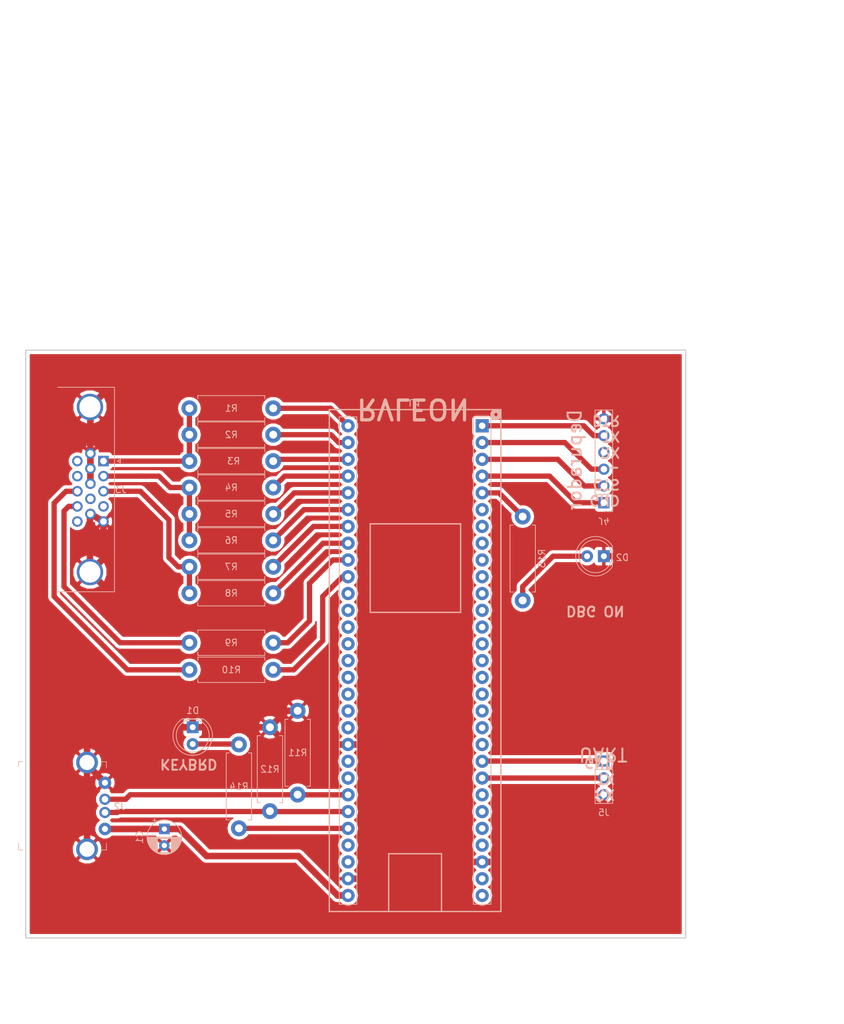
<source format=kicad_pcb>
(kicad_pcb (version 20171130) (host pcbnew 5.0.2-bee76a0~70~ubuntu16.04.1)

  (general
    (thickness 1.6)
    (drawings 20)
    (tracks 157)
    (zones 0)
    (modules 22)
    (nets 70)
  )

  (page A4)
  (layers
    (0 F.Cu signal)
    (31 B.Cu signal)
    (32 B.Adhes user)
    (33 F.Adhes user)
    (34 B.Paste user)
    (35 F.Paste user)
    (36 B.SilkS user)
    (37 F.SilkS user)
    (38 B.Mask user)
    (39 F.Mask user)
    (40 Dwgs.User user)
    (41 Cmts.User user)
    (42 Eco1.User user)
    (43 Eco2.User user)
    (44 Edge.Cuts user)
    (45 Margin user)
    (46 B.CrtYd user)
    (47 F.CrtYd user)
    (48 B.Fab user hide)
    (49 F.Fab user)
  )

  (setup
    (last_trace_width 0.25)
    (trace_clearance 0.2)
    (zone_clearance 0.5)
    (zone_45_only no)
    (trace_min 0.2)
    (segment_width 0.2)
    (edge_width 0.15)
    (via_size 0.8)
    (via_drill 0.4)
    (via_min_size 0.4)
    (via_min_drill 0.3)
    (uvia_size 0.3)
    (uvia_drill 0.1)
    (uvias_allowed no)
    (uvia_min_size 0.2)
    (uvia_min_drill 0.1)
    (pcb_text_width 0.3)
    (pcb_text_size 1.5 1.5)
    (mod_edge_width 0.15)
    (mod_text_size 1 1)
    (mod_text_width 0.15)
    (pad_size 1.6 1.6)
    (pad_drill 0.8)
    (pad_to_mask_clearance 0.051)
    (solder_mask_min_width 0.25)
    (aux_axis_origin 0 0)
    (visible_elements 7FFFFFFF)
    (pcbplotparams
      (layerselection 0x000cc_ffffffff)
      (usegerberextensions false)
      (usegerberattributes false)
      (usegerberadvancedattributes false)
      (creategerberjobfile false)
      (excludeedgelayer true)
      (linewidth 0.100000)
      (plotframeref false)
      (viasonmask false)
      (mode 1)
      (useauxorigin false)
      (hpglpennumber 1)
      (hpglpenspeed 20)
      (hpglpendiameter 15.000000)
      (psnegative false)
      (psa4output false)
      (plotreference true)
      (plotvalue false)
      (plotinvisibletext false)
      (padsonsilk false)
      (subtractmaskfromsilk false)
      (outputformat 1)
      (mirror false)
      (drillshape 0)
      (scaleselection 1)
      (outputdirectory "gerbers/"))
  )

  (net 0 "")
  (net 1 GND)
  (net 2 +5V)
  (net 3 "Net-(D1-Pad2)")
  (net 4 "Net-(D2-Pad2)")
  (net 5 +3V3)
  (net 6 /usb_D-)
  (net 7 /usb_D+)
  (net 8 /red)
  (net 9 /green)
  (net 10 /blue)
  (net 11 "Net-(J3-Pad4)")
  (net 12 "Net-(J3-Pad9)")
  (net 13 "Net-(J3-Pad11)")
  (net 14 "Net-(J3-Pad12)")
  (net 15 /vsync)
  (net 16 /hsync)
  (net 17 "Net-(J3-Pad15)")
  (net 18 /serialDBG_DTR)
  (net 19 /serialDBG_RX)
  (net 20 /serialDBG_TX)
  (net 21 "Net-(J4-Pad4)")
  (net 22 /serialDBG_CTS)
  (net 23 /serial_RX)
  (net 24 /serial_TX)
  (net 25 /vga_red2)
  (net 26 /vga_red1)
  (net 27 /vga_red0)
  (net 28 /vga_green2)
  (net 29 /vga_green1)
  (net 30 /vga_green0)
  (net 31 /vga_blue1)
  (net 32 /vga_blue0)
  (net 33 /vga_hsync)
  (net 34 /vga_vsync)
  (net 35 /teclado_hab)
  (net 36 "Net-(U1-Pad6)")
  (net 37 "Net-(U1-Pad25)")
  (net 38 "Net-(U1-Pad7)")
  (net 39 "Net-(U1-Pad26)")
  (net 40 "Net-(U1-Pad9)")
  (net 41 "Net-(U1-Pad8)")
  (net 42 "Net-(U1-Pad40)")
  (net 43 "Net-(U1-Pad38)")
  (net 44 "Net-(U1-Pad33)")
  (net 45 "Net-(U1-Pad41)")
  (net 46 /fpga_P10)
  (net 47 "Net-(U1-Pad32)")
  (net 48 "Net-(U1-Pad13)")
  (net 49 "Net-(U1-Pad10)")
  (net 50 "Net-(U1-Pad11)")
  (net 51 "Net-(U1-Pad12)")
  (net 52 "Net-(U1-Pad15)")
  (net 53 "Net-(U1-Pad14)")
  (net 54 "Net-(U1-Pad19)")
  (net 55 "Net-(U1-Pad23)")
  (net 56 "Net-(U1-Pad16)")
  (net 57 "Net-(U1-Pad18)")
  (net 58 "Net-(U1-Pad17)")
  (net 59 "Net-(U1-Pad20)")
  (net 60 "Net-(U1-Pad24)")
  (net 61 "Net-(U1-Pad46)")
  (net 62 "Net-(U1-Pad44)")
  (net 63 "Net-(U1-Pad43)")
  (net 64 "Net-(U1-Pad48)")
  (net 65 "Net-(U1-Pad45)")
  (net 66 "Net-(U1-Pad42)")
  (net 67 "Net-(U1-Pad47)")
  (net 68 /serialDBG_halted)
  (net 69 "Net-(U1-Pad29)")

  (net_class Default "This is the default net class."
    (clearance 0.2)
    (trace_width 0.25)
    (via_dia 0.8)
    (via_drill 0.4)
    (uvia_dia 0.3)
    (uvia_drill 0.1)
    (add_net +3V3)
    (add_net +5V)
    (add_net /blue)
    (add_net /fpga_P10)
    (add_net /green)
    (add_net /hsync)
    (add_net /red)
    (add_net /serialDBG_CTS)
    (add_net /serialDBG_DTR)
    (add_net /serialDBG_RX)
    (add_net /serialDBG_TX)
    (add_net /serialDBG_halted)
    (add_net /serial_RX)
    (add_net /serial_TX)
    (add_net /teclado_hab)
    (add_net /usb_D+)
    (add_net /usb_D-)
    (add_net /vga_blue0)
    (add_net /vga_blue1)
    (add_net /vga_green0)
    (add_net /vga_green1)
    (add_net /vga_green2)
    (add_net /vga_hsync)
    (add_net /vga_red0)
    (add_net /vga_red1)
    (add_net /vga_red2)
    (add_net /vga_vsync)
    (add_net /vsync)
    (add_net GND)
    (add_net "Net-(D1-Pad2)")
    (add_net "Net-(D2-Pad2)")
    (add_net "Net-(J3-Pad11)")
    (add_net "Net-(J3-Pad12)")
    (add_net "Net-(J3-Pad15)")
    (add_net "Net-(J3-Pad4)")
    (add_net "Net-(J3-Pad9)")
    (add_net "Net-(J4-Pad4)")
    (add_net "Net-(U1-Pad10)")
    (add_net "Net-(U1-Pad11)")
    (add_net "Net-(U1-Pad12)")
    (add_net "Net-(U1-Pad13)")
    (add_net "Net-(U1-Pad14)")
    (add_net "Net-(U1-Pad15)")
    (add_net "Net-(U1-Pad16)")
    (add_net "Net-(U1-Pad17)")
    (add_net "Net-(U1-Pad18)")
    (add_net "Net-(U1-Pad19)")
    (add_net "Net-(U1-Pad20)")
    (add_net "Net-(U1-Pad23)")
    (add_net "Net-(U1-Pad24)")
    (add_net "Net-(U1-Pad25)")
    (add_net "Net-(U1-Pad26)")
    (add_net "Net-(U1-Pad29)")
    (add_net "Net-(U1-Pad32)")
    (add_net "Net-(U1-Pad33)")
    (add_net "Net-(U1-Pad38)")
    (add_net "Net-(U1-Pad40)")
    (add_net "Net-(U1-Pad41)")
    (add_net "Net-(U1-Pad42)")
    (add_net "Net-(U1-Pad43)")
    (add_net "Net-(U1-Pad44)")
    (add_net "Net-(U1-Pad45)")
    (add_net "Net-(U1-Pad46)")
    (add_net "Net-(U1-Pad47)")
    (add_net "Net-(U1-Pad48)")
    (add_net "Net-(U1-Pad6)")
    (add_net "Net-(U1-Pad7)")
    (add_net "Net-(U1-Pad8)")
    (add_net "Net-(U1-Pad9)")
  )

  (module Connector_Dsub:DSUB-15-HD_Female_Horizontal_P2.29x1.98mm_EdgePinOffset3.03mm_Housed_MountingHolesOffset4.94mm (layer B.Cu) (tedit 59FEDEE2) (tstamp 653E370B)
    (at 153.810545 54.467749 90)
    (descr "15-pin D-Sub connector, horizontal/angled (90 deg), THT-mount, female, pitch 2.29x1.98mm, pin-PCB-offset 3.0300000000000002mm, distance of mounting holes 25mm, distance of mounting holes to PCB edge 4.9399999999999995mm, see https://disti-assets.s3.amazonaws.com/tonar/files/datasheets/16730.pdf")
    (tags "15-pin D-Sub connector horizontal angled 90deg THT female pitch 2.29x1.98mm pin-PCB-offset 3.0300000000000002mm mounting-holes-distance 25mm mounting-hole-offset 25mm")
    (path /6520D530)
    (fp_text reference J3 (at -4.315 2.61) (layer B.SilkS)
      (effects (font (size 1 1) (thickness 0.15)) (justify mirror))
    )
    (fp_text value DB15_Female_HighDensity_MountingHoles (at -4.315 -14.89 90) (layer B.Fab)
      (effects (font (size 1 1) (thickness 0.15)) (justify mirror))
    )
    (fp_arc (start -16.815 -2.05) (end -18.415 -2.05) (angle -180) (layer B.Fab) (width 0.1))
    (fp_arc (start 8.185 -2.05) (end 6.585 -2.05) (angle -180) (layer B.Fab) (width 0.1))
    (fp_line (start -19.74 1.61) (end -19.74 -6.99) (layer B.Fab) (width 0.1))
    (fp_line (start -19.74 -6.99) (end 11.11 -6.99) (layer B.Fab) (width 0.1))
    (fp_line (start 11.11 -6.99) (end 11.11 1.61) (layer B.Fab) (width 0.1))
    (fp_line (start 11.11 1.61) (end -19.74 1.61) (layer B.Fab) (width 0.1))
    (fp_line (start -19.74 -6.99) (end -19.74 -7.39) (layer B.Fab) (width 0.1))
    (fp_line (start -19.74 -7.39) (end 11.11 -7.39) (layer B.Fab) (width 0.1))
    (fp_line (start 11.11 -7.39) (end 11.11 -6.99) (layer B.Fab) (width 0.1))
    (fp_line (start 11.11 -6.99) (end -19.74 -6.99) (layer B.Fab) (width 0.1))
    (fp_line (start -12.465 -7.39) (end -12.465 -13.39) (layer B.Fab) (width 0.1))
    (fp_line (start -12.465 -13.39) (end 3.835 -13.39) (layer B.Fab) (width 0.1))
    (fp_line (start 3.835 -13.39) (end 3.835 -7.39) (layer B.Fab) (width 0.1))
    (fp_line (start 3.835 -7.39) (end -12.465 -7.39) (layer B.Fab) (width 0.1))
    (fp_line (start -19.315 -7.39) (end -19.315 -12.39) (layer B.Fab) (width 0.1))
    (fp_line (start -19.315 -12.39) (end -14.315 -12.39) (layer B.Fab) (width 0.1))
    (fp_line (start -14.315 -12.39) (end -14.315 -7.39) (layer B.Fab) (width 0.1))
    (fp_line (start -14.315 -7.39) (end -19.315 -7.39) (layer B.Fab) (width 0.1))
    (fp_line (start 5.685 -7.39) (end 5.685 -12.39) (layer B.Fab) (width 0.1))
    (fp_line (start 5.685 -12.39) (end 10.685 -12.39) (layer B.Fab) (width 0.1))
    (fp_line (start 10.685 -12.39) (end 10.685 -7.39) (layer B.Fab) (width 0.1))
    (fp_line (start 10.685 -7.39) (end 5.685 -7.39) (layer B.Fab) (width 0.1))
    (fp_line (start -18.415 -6.99) (end -18.415 -2.05) (layer B.Fab) (width 0.1))
    (fp_line (start -15.215 -6.99) (end -15.215 -2.05) (layer B.Fab) (width 0.1))
    (fp_line (start 6.585 -6.99) (end 6.585 -2.05) (layer B.Fab) (width 0.1))
    (fp_line (start 9.785 -6.99) (end 9.785 -2.05) (layer B.Fab) (width 0.1))
    (fp_line (start -19.8 -6.93) (end -19.8 1.67) (layer B.SilkS) (width 0.12))
    (fp_line (start -19.8 1.67) (end 11.17 1.67) (layer B.SilkS) (width 0.12))
    (fp_line (start 11.17 1.67) (end 11.17 -6.93) (layer B.SilkS) (width 0.12))
    (fp_line (start -0.25 2.564338) (end 0.25 2.564338) (layer B.SilkS) (width 0.12))
    (fp_line (start 0.25 2.564338) (end 0 2.131325) (layer B.SilkS) (width 0.12))
    (fp_line (start 0 2.131325) (end -0.25 2.564338) (layer B.SilkS) (width 0.12))
    (fp_line (start -20.25 2.15) (end -20.25 -13.9) (layer B.CrtYd) (width 0.05))
    (fp_line (start -20.25 -13.9) (end 11.65 -13.9) (layer B.CrtYd) (width 0.05))
    (fp_line (start 11.65 -13.9) (end 11.65 2.15) (layer B.CrtYd) (width 0.05))
    (fp_line (start 11.65 2.15) (end -20.25 2.15) (layer B.CrtYd) (width 0.05))
    (fp_text user %R (at -4.315 -10.39 90) (layer B.Fab)
      (effects (font (size 1 1) (thickness 0.15)) (justify mirror))
    )
    (pad 1 thru_hole rect (at 0 0 90) (size 1.6 1.6) (drill 1) (layers *.Cu *.Mask)
      (net 8 /red))
    (pad 2 thru_hole circle (at -2.29 0 90) (size 1.6 1.6) (drill 1) (layers *.Cu *.Mask)
      (net 9 /green))
    (pad 3 thru_hole circle (at -4.58 0 90) (size 1.6 1.6) (drill 1) (layers *.Cu *.Mask)
      (net 10 /blue))
    (pad 4 thru_hole circle (at -6.87 0 90) (size 1.6 1.6) (drill 1) (layers *.Cu *.Mask)
      (net 11 "Net-(J3-Pad4)"))
    (pad 5 thru_hole circle (at -9.16 0 90) (size 1.6 1.6) (drill 1) (layers *.Cu *.Mask)
      (net 1 GND))
    (pad 6 thru_hole circle (at 1.145 -1.98 90) (size 1.6 1.6) (drill 1) (layers *.Cu *.Mask)
      (net 1 GND))
    (pad 7 thru_hole circle (at -1.145 -1.98 90) (size 1.6 1.6) (drill 1) (layers *.Cu *.Mask)
      (net 1 GND))
    (pad 8 thru_hole circle (at -3.435 -1.98 90) (size 1.6 1.6) (drill 1) (layers *.Cu *.Mask)
      (net 1 GND))
    (pad 9 thru_hole circle (at -5.725 -1.98 90) (size 1.6 1.6) (drill 1) (layers *.Cu *.Mask)
      (net 12 "Net-(J3-Pad9)"))
    (pad 10 thru_hole circle (at -8.015 -1.98 90) (size 1.6 1.6) (drill 1) (layers *.Cu *.Mask)
      (net 1 GND))
    (pad 11 thru_hole circle (at 0 -3.96 90) (size 1.6 1.6) (drill 1) (layers *.Cu *.Mask)
      (net 13 "Net-(J3-Pad11)"))
    (pad 12 thru_hole circle (at -2.29 -3.96 90) (size 1.6 1.6) (drill 1) (layers *.Cu *.Mask)
      (net 14 "Net-(J3-Pad12)"))
    (pad 13 thru_hole circle (at -4.58 -3.96 90) (size 1.6 1.6) (drill 1) (layers *.Cu *.Mask)
      (net 16 /hsync))
    (pad 14 thru_hole circle (at -6.87 -3.96 90) (size 1.6 1.6) (drill 1) (layers *.Cu *.Mask)
      (net 15 /vsync))
    (pad 15 thru_hole circle (at -9.16 -3.96 90) (size 1.6 1.6) (drill 1) (layers *.Cu *.Mask)
      (net 17 "Net-(J3-Pad15)"))
    (pad 0 thru_hole circle (at -16.815 -2.05 90) (size 4 4) (drill 3.2) (layers *.Cu *.Mask)
      (net 1 GND))
    (pad 0 thru_hole circle (at 8.185 -2.05 90) (size 4 4) (drill 3.2) (layers *.Cu *.Mask)
      (net 1 GND))
    (model ${KISYS3DMOD}/Connector_Dsub.3dshapes/DSUB-15-HD_Female_Horizontal_P2.29x1.98mm_EdgePinOffset3.03mm_Housed_MountingHolesOffset4.94mm.wrl
      (at (xyz 0 0 0))
      (scale (xyz 1 1 1))
      (rotate (xyz 0 0 0))
    )
    (model /home/jfdava/Software/kicad-libraries/libKiCad/3d/conn_pc/db_15-vga.wrl
      (offset (xyz -4.25 -5 0))
      (scale (xyz 1 1 1))
      (rotate (xyz 0 0 0))
    )
  )

  (module Resistor_THT:R_Axial_DIN0411_L9.9mm_D3.6mm_P12.70mm_Horizontal (layer B.Cu) (tedit 5AE5139B) (tstamp 6537FEBF)
    (at 179.530545 46.482749 180)
    (descr "Resistor, Axial_DIN0411 series, Axial, Horizontal, pin pitch=12.7mm, 1W, length*diameter=9.9*3.6mm^2")
    (tags "Resistor Axial_DIN0411 series Axial Horizontal pin pitch 12.7mm 1W length 9.9mm diameter 3.6mm")
    (path /65290062)
    (fp_text reference R1 (at 6.35 0 180) (layer B.SilkS)
      (effects (font (size 1 1) (thickness 0.15)) (justify mirror))
    )
    (fp_text value 470 (at 6 -1 180) (layer B.Fab)
      (effects (font (size 1 1) (thickness 0.15)) (justify mirror))
    )
    (fp_text user %R (at 6.35 0 180) (layer B.Fab)
      (effects (font (size 1 1) (thickness 0.15)) (justify mirror))
    )
    (fp_line (start 14.15 2.05) (end -1.45 2.05) (layer B.CrtYd) (width 0.05))
    (fp_line (start 14.15 -2.05) (end 14.15 2.05) (layer B.CrtYd) (width 0.05))
    (fp_line (start -1.45 -2.05) (end 14.15 -2.05) (layer B.CrtYd) (width 0.05))
    (fp_line (start -1.45 2.05) (end -1.45 -2.05) (layer B.CrtYd) (width 0.05))
    (fp_line (start 11.42 -1.92) (end 11.42 -1.44) (layer B.SilkS) (width 0.12))
    (fp_line (start 1.28 -1.92) (end 11.42 -1.92) (layer B.SilkS) (width 0.12))
    (fp_line (start 1.28 -1.44) (end 1.28 -1.92) (layer B.SilkS) (width 0.12))
    (fp_line (start 11.42 1.92) (end 11.42 1.44) (layer B.SilkS) (width 0.12))
    (fp_line (start 1.28 1.92) (end 11.42 1.92) (layer B.SilkS) (width 0.12))
    (fp_line (start 1.28 1.44) (end 1.28 1.92) (layer B.SilkS) (width 0.12))
    (fp_line (start 12.7 0) (end 11.3 0) (layer B.Fab) (width 0.1))
    (fp_line (start 0 0) (end 1.4 0) (layer B.Fab) (width 0.1))
    (fp_line (start 11.3 1.8) (end 1.4 1.8) (layer B.Fab) (width 0.1))
    (fp_line (start 11.3 -1.8) (end 11.3 1.8) (layer B.Fab) (width 0.1))
    (fp_line (start 1.4 -1.8) (end 11.3 -1.8) (layer B.Fab) (width 0.1))
    (fp_line (start 1.4 1.8) (end 1.4 -1.8) (layer B.Fab) (width 0.1))
    (pad 2 thru_hole oval (at 12.7 0 180) (size 2.4 2.4) (drill 1.2) (layers *.Cu *.Mask)
      (net 8 /red))
    (pad 1 thru_hole circle (at 0 0 180) (size 2.4 2.4) (drill 1.2) (layers *.Cu *.Mask)
      (net 25 /vga_red2))
    (model ${KISYS3DMOD}/Resistor_THT.3dshapes/R_Axial_DIN0411_L9.9mm_D3.6mm_P12.70mm_Horizontal.wrl
      (at (xyz 0 0 0))
      (scale (xyz 1 1 1))
      (rotate (xyz 0 0 0))
    )
  )

  (module Resistor_THT:R_Axial_DIN0411_L9.9mm_D3.6mm_P12.70mm_Horizontal (layer B.Cu) (tedit 5AE5139B) (tstamp 6537FE7D)
    (at 179.530545 54.482749 180)
    (descr "Resistor, Axial_DIN0411 series, Axial, Horizontal, pin pitch=12.7mm, 1W, length*diameter=9.9*3.6mm^2")
    (tags "Resistor Axial_DIN0411 series Axial Horizontal pin pitch 12.7mm 1W length 9.9mm diameter 3.6mm")
    (path /652D2C23)
    (fp_text reference R3 (at 6 0 180) (layer B.SilkS)
      (effects (font (size 1 1) (thickness 0.15)) (justify mirror))
    )
    (fp_text value 2.2k (at 6.35 -1 180) (layer B.Fab)
      (effects (font (size 1 1) (thickness 0.15)) (justify mirror))
    )
    (fp_line (start 1.4 1.8) (end 1.4 -1.8) (layer B.Fab) (width 0.1))
    (fp_line (start 1.4 -1.8) (end 11.3 -1.8) (layer B.Fab) (width 0.1))
    (fp_line (start 11.3 -1.8) (end 11.3 1.8) (layer B.Fab) (width 0.1))
    (fp_line (start 11.3 1.8) (end 1.4 1.8) (layer B.Fab) (width 0.1))
    (fp_line (start 0 0) (end 1.4 0) (layer B.Fab) (width 0.1))
    (fp_line (start 12.7 0) (end 11.3 0) (layer B.Fab) (width 0.1))
    (fp_line (start 1.28 1.44) (end 1.28 1.92) (layer B.SilkS) (width 0.12))
    (fp_line (start 1.28 1.92) (end 11.42 1.92) (layer B.SilkS) (width 0.12))
    (fp_line (start 11.42 1.92) (end 11.42 1.44) (layer B.SilkS) (width 0.12))
    (fp_line (start 1.28 -1.44) (end 1.28 -1.92) (layer B.SilkS) (width 0.12))
    (fp_line (start 1.28 -1.92) (end 11.42 -1.92) (layer B.SilkS) (width 0.12))
    (fp_line (start 11.42 -1.92) (end 11.42 -1.44) (layer B.SilkS) (width 0.12))
    (fp_line (start -1.45 2.05) (end -1.45 -2.05) (layer B.CrtYd) (width 0.05))
    (fp_line (start -1.45 -2.05) (end 14.15 -2.05) (layer B.CrtYd) (width 0.05))
    (fp_line (start 14.15 -2.05) (end 14.15 2.05) (layer B.CrtYd) (width 0.05))
    (fp_line (start 14.15 2.05) (end -1.45 2.05) (layer B.CrtYd) (width 0.05))
    (fp_text user %R (at 6 0 180) (layer B.Fab)
      (effects (font (size 1 1) (thickness 0.15)) (justify mirror))
    )
    (pad 1 thru_hole circle (at 0 0 180) (size 2.4 2.4) (drill 1.2) (layers *.Cu *.Mask)
      (net 27 /vga_red0))
    (pad 2 thru_hole oval (at 12.7 0 180) (size 2.4 2.4) (drill 1.2) (layers *.Cu *.Mask)
      (net 8 /red))
    (model ${KISYS3DMOD}/Resistor_THT.3dshapes/R_Axial_DIN0411_L9.9mm_D3.6mm_P12.70mm_Horizontal.wrl
      (at (xyz 0 0 0))
      (scale (xyz 1 1 1))
      (rotate (xyz 0 0 0))
    )
  )

  (module Resistor_THT:R_Axial_DIN0411_L9.9mm_D3.6mm_P12.70mm_Horizontal (layer B.Cu) (tedit 5AE5139B) (tstamp 6537FF01)
    (at 179.530545 50.482749 180)
    (descr "Resistor, Axial_DIN0411 series, Axial, Horizontal, pin pitch=12.7mm, 1W, length*diameter=9.9*3.6mm^2")
    (tags "Resistor Axial_DIN0411 series Axial Horizontal pin pitch 12.7mm 1W length 9.9mm diameter 3.6mm")
    (path /652D2BFF)
    (fp_text reference R2 (at 6.35 0 180) (layer B.SilkS)
      (effects (font (size 1 1) (thickness 0.15)) (justify mirror))
    )
    (fp_text value 1.1k (at 6.35 -1 180) (layer B.Fab)
      (effects (font (size 1 1) (thickness 0.15)) (justify mirror))
    )
    (fp_text user %R (at 6.35 0 180) (layer B.Fab)
      (effects (font (size 1 1) (thickness 0.15)) (justify mirror))
    )
    (fp_line (start 14.15 2.05) (end -1.45 2.05) (layer B.CrtYd) (width 0.05))
    (fp_line (start 14.15 -2.05) (end 14.15 2.05) (layer B.CrtYd) (width 0.05))
    (fp_line (start -1.45 -2.05) (end 14.15 -2.05) (layer B.CrtYd) (width 0.05))
    (fp_line (start -1.45 2.05) (end -1.45 -2.05) (layer B.CrtYd) (width 0.05))
    (fp_line (start 11.42 -1.92) (end 11.42 -1.44) (layer B.SilkS) (width 0.12))
    (fp_line (start 1.28 -1.92) (end 11.42 -1.92) (layer B.SilkS) (width 0.12))
    (fp_line (start 1.28 -1.44) (end 1.28 -1.92) (layer B.SilkS) (width 0.12))
    (fp_line (start 11.42 1.92) (end 11.42 1.44) (layer B.SilkS) (width 0.12))
    (fp_line (start 1.28 1.92) (end 11.42 1.92) (layer B.SilkS) (width 0.12))
    (fp_line (start 1.28 1.44) (end 1.28 1.92) (layer B.SilkS) (width 0.12))
    (fp_line (start 12.7 0) (end 11.3 0) (layer B.Fab) (width 0.1))
    (fp_line (start 0 0) (end 1.4 0) (layer B.Fab) (width 0.1))
    (fp_line (start 11.3 1.8) (end 1.4 1.8) (layer B.Fab) (width 0.1))
    (fp_line (start 11.3 -1.8) (end 11.3 1.8) (layer B.Fab) (width 0.1))
    (fp_line (start 1.4 -1.8) (end 11.3 -1.8) (layer B.Fab) (width 0.1))
    (fp_line (start 1.4 1.8) (end 1.4 -1.8) (layer B.Fab) (width 0.1))
    (pad 2 thru_hole oval (at 12.7 0 180) (size 2.4 2.4) (drill 1.2) (layers *.Cu *.Mask)
      (net 8 /red))
    (pad 1 thru_hole circle (at 0 0 180) (size 2.4 2.4) (drill 1.2) (layers *.Cu *.Mask)
      (net 26 /vga_red1))
    (model ${KISYS3DMOD}/Resistor_THT.3dshapes/R_Axial_DIN0411_L9.9mm_D3.6mm_P12.70mm_Horizontal.wrl
      (at (xyz 0 0 0))
      (scale (xyz 1 1 1))
      (rotate (xyz 0 0 0))
    )
  )

  (module Resistor_THT:R_Axial_DIN0411_L9.9mm_D3.6mm_P12.70mm_Horizontal (layer B.Cu) (tedit 5AE5139B) (tstamp 6537FF43)
    (at 179.530545 81.982749 180)
    (descr "Resistor, Axial_DIN0411 series, Axial, Horizontal, pin pitch=12.7mm, 1W, length*diameter=9.9*3.6mm^2")
    (tags "Resistor Axial_DIN0411 series Axial Horizontal pin pitch 12.7mm 1W length 9.9mm diameter 3.6mm")
    (path /6534F172)
    (fp_text reference R9 (at 6.35 0 180) (layer B.SilkS)
      (effects (font (size 1 1) (thickness 0.15)) (justify mirror))
    )
    (fp_text value 100 (at 6.35 -1 180) (layer B.Fab)
      (effects (font (size 1 1) (thickness 0.15)) (justify mirror))
    )
    (fp_line (start 1.4 1.8) (end 1.4 -1.8) (layer B.Fab) (width 0.1))
    (fp_line (start 1.4 -1.8) (end 11.3 -1.8) (layer B.Fab) (width 0.1))
    (fp_line (start 11.3 -1.8) (end 11.3 1.8) (layer B.Fab) (width 0.1))
    (fp_line (start 11.3 1.8) (end 1.4 1.8) (layer B.Fab) (width 0.1))
    (fp_line (start 0 0) (end 1.4 0) (layer B.Fab) (width 0.1))
    (fp_line (start 12.7 0) (end 11.3 0) (layer B.Fab) (width 0.1))
    (fp_line (start 1.28 1.44) (end 1.28 1.92) (layer B.SilkS) (width 0.12))
    (fp_line (start 1.28 1.92) (end 11.42 1.92) (layer B.SilkS) (width 0.12))
    (fp_line (start 11.42 1.92) (end 11.42 1.44) (layer B.SilkS) (width 0.12))
    (fp_line (start 1.28 -1.44) (end 1.28 -1.92) (layer B.SilkS) (width 0.12))
    (fp_line (start 1.28 -1.92) (end 11.42 -1.92) (layer B.SilkS) (width 0.12))
    (fp_line (start 11.42 -1.92) (end 11.42 -1.44) (layer B.SilkS) (width 0.12))
    (fp_line (start -1.45 2.05) (end -1.45 -2.05) (layer B.CrtYd) (width 0.05))
    (fp_line (start -1.45 -2.05) (end 14.15 -2.05) (layer B.CrtYd) (width 0.05))
    (fp_line (start 14.15 -2.05) (end 14.15 2.05) (layer B.CrtYd) (width 0.05))
    (fp_line (start 14.15 2.05) (end -1.45 2.05) (layer B.CrtYd) (width 0.05))
    (fp_text user %R (at 6.35 0 180) (layer B.Fab)
      (effects (font (size 1 1) (thickness 0.15)) (justify mirror))
    )
    (pad 1 thru_hole circle (at 0 0 180) (size 2.4 2.4) (drill 1.2) (layers *.Cu *.Mask)
      (net 34 /vga_vsync))
    (pad 2 thru_hole oval (at 12.7 0 180) (size 2.4 2.4) (drill 1.2) (layers *.Cu *.Mask)
      (net 15 /vsync))
    (model ${KISYS3DMOD}/Resistor_THT.3dshapes/R_Axial_DIN0411_L9.9mm_D3.6mm_P12.70mm_Horizontal.wrl
      (at (xyz 0 0 0))
      (scale (xyz 1 1 1))
      (rotate (xyz 0 0 0))
    )
  )

  (module Resistor_THT:R_Axial_DIN0411_L9.9mm_D3.6mm_P12.70mm_Horizontal (layer B.Cu) (tedit 5AE5139B) (tstamp 654F6E9B)
    (at 179.530545 86.082749 180)
    (descr "Resistor, Axial_DIN0411 series, Axial, Horizontal, pin pitch=12.7mm, 1W, length*diameter=9.9*3.6mm^2")
    (tags "Resistor Axial_DIN0411 series Axial Horizontal pin pitch 12.7mm 1W length 9.9mm diameter 3.6mm")
    (path /65351A69)
    (fp_text reference R10 (at 6.35 0 180) (layer B.SilkS)
      (effects (font (size 1 1) (thickness 0.15)) (justify mirror))
    )
    (fp_text value 100 (at 6.35 -1 180) (layer B.Fab)
      (effects (font (size 1 1) (thickness 0.15)) (justify mirror))
    )
    (fp_text user %R (at 6.35 0 180) (layer B.Fab)
      (effects (font (size 1 1) (thickness 0.15)) (justify mirror))
    )
    (fp_line (start 14.15 2.05) (end -1.45 2.05) (layer B.CrtYd) (width 0.05))
    (fp_line (start 14.15 -2.05) (end 14.15 2.05) (layer B.CrtYd) (width 0.05))
    (fp_line (start -1.45 -2.05) (end 14.15 -2.05) (layer B.CrtYd) (width 0.05))
    (fp_line (start -1.45 2.05) (end -1.45 -2.05) (layer B.CrtYd) (width 0.05))
    (fp_line (start 11.42 -1.92) (end 11.42 -1.44) (layer B.SilkS) (width 0.12))
    (fp_line (start 1.28 -1.92) (end 11.42 -1.92) (layer B.SilkS) (width 0.12))
    (fp_line (start 1.28 -1.44) (end 1.28 -1.92) (layer B.SilkS) (width 0.12))
    (fp_line (start 11.42 1.92) (end 11.42 1.44) (layer B.SilkS) (width 0.12))
    (fp_line (start 1.28 1.92) (end 11.42 1.92) (layer B.SilkS) (width 0.12))
    (fp_line (start 1.28 1.44) (end 1.28 1.92) (layer B.SilkS) (width 0.12))
    (fp_line (start 12.7 0) (end 11.3 0) (layer B.Fab) (width 0.1))
    (fp_line (start 0 0) (end 1.4 0) (layer B.Fab) (width 0.1))
    (fp_line (start 11.3 1.8) (end 1.4 1.8) (layer B.Fab) (width 0.1))
    (fp_line (start 11.3 -1.8) (end 11.3 1.8) (layer B.Fab) (width 0.1))
    (fp_line (start 1.4 -1.8) (end 11.3 -1.8) (layer B.Fab) (width 0.1))
    (fp_line (start 1.4 1.8) (end 1.4 -1.8) (layer B.Fab) (width 0.1))
    (pad 2 thru_hole oval (at 12.7 0 180) (size 2.4 2.4) (drill 1.2) (layers *.Cu *.Mask)
      (net 16 /hsync))
    (pad 1 thru_hole circle (at 0 0 180) (size 2.4 2.4) (drill 1.2) (layers *.Cu *.Mask)
      (net 33 /vga_hsync))
    (model ${KISYS3DMOD}/Resistor_THT.3dshapes/R_Axial_DIN0411_L9.9mm_D3.6mm_P12.70mm_Horizontal.wrl
      (at (xyz 0 0 0))
      (scale (xyz 1 1 1))
      (rotate (xyz 0 0 0))
    )
  )

  (module Resistor_THT:R_Axial_DIN0411_L9.9mm_D3.6mm_P12.70mm_Horizontal (layer B.Cu) (tedit 5AE5139B) (tstamp 6538000F)
    (at 179.530545 70.482749 180)
    (descr "Resistor, Axial_DIN0411 series, Axial, Horizontal, pin pitch=12.7mm, 1W, length*diameter=9.9*3.6mm^2")
    (tags "Resistor Axial_DIN0411 series Axial Horizontal pin pitch 12.7mm 1W length 9.9mm diameter 3.6mm")
    (path /652F3DF6)
    (fp_text reference R7 (at 6.35 0 180) (layer B.SilkS)
      (effects (font (size 1 1) (thickness 0.15)) (justify mirror))
    )
    (fp_text value 470 (at 6 -1 180) (layer B.Fab)
      (effects (font (size 1 1) (thickness 0.15)) (justify mirror))
    )
    (fp_line (start 1.4 1.8) (end 1.4 -1.8) (layer B.Fab) (width 0.1))
    (fp_line (start 1.4 -1.8) (end 11.3 -1.8) (layer B.Fab) (width 0.1))
    (fp_line (start 11.3 -1.8) (end 11.3 1.8) (layer B.Fab) (width 0.1))
    (fp_line (start 11.3 1.8) (end 1.4 1.8) (layer B.Fab) (width 0.1))
    (fp_line (start 0 0) (end 1.4 0) (layer B.Fab) (width 0.1))
    (fp_line (start 12.7 0) (end 11.3 0) (layer B.Fab) (width 0.1))
    (fp_line (start 1.28 1.44) (end 1.28 1.92) (layer B.SilkS) (width 0.12))
    (fp_line (start 1.28 1.92) (end 11.42 1.92) (layer B.SilkS) (width 0.12))
    (fp_line (start 11.42 1.92) (end 11.42 1.44) (layer B.SilkS) (width 0.12))
    (fp_line (start 1.28 -1.44) (end 1.28 -1.92) (layer B.SilkS) (width 0.12))
    (fp_line (start 1.28 -1.92) (end 11.42 -1.92) (layer B.SilkS) (width 0.12))
    (fp_line (start 11.42 -1.92) (end 11.42 -1.44) (layer B.SilkS) (width 0.12))
    (fp_line (start -1.45 2.05) (end -1.45 -2.05) (layer B.CrtYd) (width 0.05))
    (fp_line (start -1.45 -2.05) (end 14.15 -2.05) (layer B.CrtYd) (width 0.05))
    (fp_line (start 14.15 -2.05) (end 14.15 2.05) (layer B.CrtYd) (width 0.05))
    (fp_line (start 14.15 2.05) (end -1.45 2.05) (layer B.CrtYd) (width 0.05))
    (fp_text user %R (at 6.35 0 180) (layer B.Fab)
      (effects (font (size 1 1) (thickness 0.15)) (justify mirror))
    )
    (pad 1 thru_hole circle (at 0 0 180) (size 2.4 2.4) (drill 1.2) (layers *.Cu *.Mask)
      (net 31 /vga_blue1))
    (pad 2 thru_hole oval (at 12.7 0 180) (size 2.4 2.4) (drill 1.2) (layers *.Cu *.Mask)
      (net 10 /blue))
    (model ${KISYS3DMOD}/Resistor_THT.3dshapes/R_Axial_DIN0411_L9.9mm_D3.6mm_P12.70mm_Horizontal.wrl
      (at (xyz 0 0 0))
      (scale (xyz 1 1 1))
      (rotate (xyz 0 0 0))
    )
  )

  (module Resistor_THT:R_Axial_DIN0411_L9.9mm_D3.6mm_P12.70mm_Horizontal (layer B.Cu) (tedit 5AE5139B) (tstamp 65380099)
    (at 179.530545 62.482749 180)
    (descr "Resistor, Axial_DIN0411 series, Axial, Horizontal, pin pitch=12.7mm, 1W, length*diameter=9.9*3.6mm^2")
    (tags "Resistor Axial_DIN0411 series Axial Horizontal pin pitch 12.7mm 1W length 9.9mm diameter 3.6mm")
    (path /652F1CDF)
    (fp_text reference R5 (at 6.35 0 180) (layer B.SilkS)
      (effects (font (size 1 1) (thickness 0.15)) (justify mirror))
    )
    (fp_text value 1.1k (at 6.35 -1 180) (layer B.Fab)
      (effects (font (size 1 1) (thickness 0.15)) (justify mirror))
    )
    (fp_line (start 1.4 1.8) (end 1.4 -1.8) (layer B.Fab) (width 0.1))
    (fp_line (start 1.4 -1.8) (end 11.3 -1.8) (layer B.Fab) (width 0.1))
    (fp_line (start 11.3 -1.8) (end 11.3 1.8) (layer B.Fab) (width 0.1))
    (fp_line (start 11.3 1.8) (end 1.4 1.8) (layer B.Fab) (width 0.1))
    (fp_line (start 0 0) (end 1.4 0) (layer B.Fab) (width 0.1))
    (fp_line (start 12.7 0) (end 11.3 0) (layer B.Fab) (width 0.1))
    (fp_line (start 1.28 1.44) (end 1.28 1.92) (layer B.SilkS) (width 0.12))
    (fp_line (start 1.28 1.92) (end 11.42 1.92) (layer B.SilkS) (width 0.12))
    (fp_line (start 11.42 1.92) (end 11.42 1.44) (layer B.SilkS) (width 0.12))
    (fp_line (start 1.28 -1.44) (end 1.28 -1.92) (layer B.SilkS) (width 0.12))
    (fp_line (start 1.28 -1.92) (end 11.42 -1.92) (layer B.SilkS) (width 0.12))
    (fp_line (start 11.42 -1.92) (end 11.42 -1.44) (layer B.SilkS) (width 0.12))
    (fp_line (start -1.45 2.05) (end -1.45 -2.05) (layer B.CrtYd) (width 0.05))
    (fp_line (start -1.45 -2.05) (end 14.15 -2.05) (layer B.CrtYd) (width 0.05))
    (fp_line (start 14.15 -2.05) (end 14.15 2.05) (layer B.CrtYd) (width 0.05))
    (fp_line (start 14.15 2.05) (end -1.45 2.05) (layer B.CrtYd) (width 0.05))
    (fp_text user %R (at 6.35 0 180) (layer B.Fab)
      (effects (font (size 1 1) (thickness 0.15)) (justify mirror))
    )
    (pad 1 thru_hole circle (at 0 0 180) (size 2.4 2.4) (drill 1.2) (layers *.Cu *.Mask)
      (net 29 /vga_green1))
    (pad 2 thru_hole oval (at 12.7 0 180) (size 2.4 2.4) (drill 1.2) (layers *.Cu *.Mask)
      (net 9 /green))
    (model ${KISYS3DMOD}/Resistor_THT.3dshapes/R_Axial_DIN0411_L9.9mm_D3.6mm_P12.70mm_Horizontal.wrl
      (at (xyz 0 0 0))
      (scale (xyz 1 1 1))
      (rotate (xyz 0 0 0))
    )
  )

  (module Resistor_THT:R_Axial_DIN0411_L9.9mm_D3.6mm_P12.70mm_Horizontal (layer B.Cu) (tedit 5AE5139B) (tstamp 65380057)
    (at 179.530545 66.482749 180)
    (descr "Resistor, Axial_DIN0411 series, Axial, Horizontal, pin pitch=12.7mm, 1W, length*diameter=9.9*3.6mm^2")
    (tags "Resistor Axial_DIN0411 series Axial Horizontal pin pitch 12.7mm 1W length 9.9mm diameter 3.6mm")
    (path /652F1CE6)
    (fp_text reference R6 (at 6.35 0 180) (layer B.SilkS)
      (effects (font (size 1 1) (thickness 0.15)) (justify mirror))
    )
    (fp_text value 2.2k (at 6.35 -1 180) (layer B.Fab)
      (effects (font (size 1 1) (thickness 0.15)) (justify mirror))
    )
    (fp_text user %R (at 6.35 0 180) (layer B.Fab)
      (effects (font (size 1 1) (thickness 0.15)) (justify mirror))
    )
    (fp_line (start 14.15 2.05) (end -1.45 2.05) (layer B.CrtYd) (width 0.05))
    (fp_line (start 14.15 -2.05) (end 14.15 2.05) (layer B.CrtYd) (width 0.05))
    (fp_line (start -1.45 -2.05) (end 14.15 -2.05) (layer B.CrtYd) (width 0.05))
    (fp_line (start -1.45 2.05) (end -1.45 -2.05) (layer B.CrtYd) (width 0.05))
    (fp_line (start 11.42 -1.92) (end 11.42 -1.44) (layer B.SilkS) (width 0.12))
    (fp_line (start 1.28 -1.92) (end 11.42 -1.92) (layer B.SilkS) (width 0.12))
    (fp_line (start 1.28 -1.44) (end 1.28 -1.92) (layer B.SilkS) (width 0.12))
    (fp_line (start 11.42 1.92) (end 11.42 1.44) (layer B.SilkS) (width 0.12))
    (fp_line (start 1.28 1.92) (end 11.42 1.92) (layer B.SilkS) (width 0.12))
    (fp_line (start 1.28 1.44) (end 1.28 1.92) (layer B.SilkS) (width 0.12))
    (fp_line (start 12.7 0) (end 11.3 0) (layer B.Fab) (width 0.1))
    (fp_line (start 0 0) (end 1.4 0) (layer B.Fab) (width 0.1))
    (fp_line (start 11.3 1.8) (end 1.4 1.8) (layer B.Fab) (width 0.1))
    (fp_line (start 11.3 -1.8) (end 11.3 1.8) (layer B.Fab) (width 0.1))
    (fp_line (start 1.4 -1.8) (end 11.3 -1.8) (layer B.Fab) (width 0.1))
    (fp_line (start 1.4 1.8) (end 1.4 -1.8) (layer B.Fab) (width 0.1))
    (pad 2 thru_hole oval (at 12.7 0 180) (size 2.4 2.4) (drill 1.2) (layers *.Cu *.Mask)
      (net 9 /green))
    (pad 1 thru_hole circle (at 0 0 180) (size 2.4 2.4) (drill 1.2) (layers *.Cu *.Mask)
      (net 30 /vga_green0))
    (model ${KISYS3DMOD}/Resistor_THT.3dshapes/R_Axial_DIN0411_L9.9mm_D3.6mm_P12.70mm_Horizontal.wrl
      (at (xyz 0 0 0))
      (scale (xyz 1 1 1))
      (rotate (xyz 0 0 0))
    )
  )

  (module Resistor_THT:R_Axial_DIN0411_L9.9mm_D3.6mm_P12.70mm_Horizontal (layer B.Cu) (tedit 5AE5139B) (tstamp 6537FFCD)
    (at 179.530545 74.482749 180)
    (descr "Resistor, Axial_DIN0411 series, Axial, Horizontal, pin pitch=12.7mm, 1W, length*diameter=9.9*3.6mm^2")
    (tags "Resistor Axial_DIN0411 series Axial Horizontal pin pitch 12.7mm 1W length 9.9mm diameter 3.6mm")
    (path /652F3DFD)
    (fp_text reference R8 (at 6.35 0 180) (layer B.SilkS)
      (effects (font (size 1 1) (thickness 0.15)) (justify mirror))
    )
    (fp_text value 910 (at 6.35 -1 180) (layer B.Fab)
      (effects (font (size 1 1) (thickness 0.15)) (justify mirror))
    )
    (fp_text user %R (at 6.35 0 180) (layer B.Fab)
      (effects (font (size 1 1) (thickness 0.15)) (justify mirror))
    )
    (fp_line (start 14.15 2.05) (end -1.45 2.05) (layer B.CrtYd) (width 0.05))
    (fp_line (start 14.15 -2.05) (end 14.15 2.05) (layer B.CrtYd) (width 0.05))
    (fp_line (start -1.45 -2.05) (end 14.15 -2.05) (layer B.CrtYd) (width 0.05))
    (fp_line (start -1.45 2.05) (end -1.45 -2.05) (layer B.CrtYd) (width 0.05))
    (fp_line (start 11.42 -1.92) (end 11.42 -1.44) (layer B.SilkS) (width 0.12))
    (fp_line (start 1.28 -1.92) (end 11.42 -1.92) (layer B.SilkS) (width 0.12))
    (fp_line (start 1.28 -1.44) (end 1.28 -1.92) (layer B.SilkS) (width 0.12))
    (fp_line (start 11.42 1.92) (end 11.42 1.44) (layer B.SilkS) (width 0.12))
    (fp_line (start 1.28 1.92) (end 11.42 1.92) (layer B.SilkS) (width 0.12))
    (fp_line (start 1.28 1.44) (end 1.28 1.92) (layer B.SilkS) (width 0.12))
    (fp_line (start 12.7 0) (end 11.3 0) (layer B.Fab) (width 0.1))
    (fp_line (start 0 0) (end 1.4 0) (layer B.Fab) (width 0.1))
    (fp_line (start 11.3 1.8) (end 1.4 1.8) (layer B.Fab) (width 0.1))
    (fp_line (start 11.3 -1.8) (end 11.3 1.8) (layer B.Fab) (width 0.1))
    (fp_line (start 1.4 -1.8) (end 11.3 -1.8) (layer B.Fab) (width 0.1))
    (fp_line (start 1.4 1.8) (end 1.4 -1.8) (layer B.Fab) (width 0.1))
    (pad 2 thru_hole oval (at 12.7 0 180) (size 2.4 2.4) (drill 1.2) (layers *.Cu *.Mask)
      (net 10 /blue))
    (pad 1 thru_hole circle (at 0 0 180) (size 2.4 2.4) (drill 1.2) (layers *.Cu *.Mask)
      (net 32 /vga_blue0))
    (model ${KISYS3DMOD}/Resistor_THT.3dshapes/R_Axial_DIN0411_L9.9mm_D3.6mm_P12.70mm_Horizontal.wrl
      (at (xyz 0 0 0))
      (scale (xyz 1 1 1))
      (rotate (xyz 0 0 0))
    )
  )

  (module Resistor_THT:R_Axial_DIN0411_L9.9mm_D3.6mm_P12.70mm_Horizontal (layer B.Cu) (tedit 5AE5139B) (tstamp 6537FF8B)
    (at 179.530545 58.482749 180)
    (descr "Resistor, Axial_DIN0411 series, Axial, Horizontal, pin pitch=12.7mm, 1W, length*diameter=9.9*3.6mm^2")
    (tags "Resistor Axial_DIN0411 series Axial Horizontal pin pitch 12.7mm 1W length 9.9mm diameter 3.6mm")
    (path /652F1CD8)
    (fp_text reference R4 (at 6.35 0 180) (layer B.SilkS)
      (effects (font (size 1 1) (thickness 0.15)) (justify mirror))
    )
    (fp_text value 470 (at 6.35 -1 180) (layer B.Fab)
      (effects (font (size 1 1) (thickness 0.15)) (justify mirror))
    )
    (fp_text user %R (at 6.35 0 180) (layer B.Fab)
      (effects (font (size 1 1) (thickness 0.15)) (justify mirror))
    )
    (fp_line (start 14.15 2.05) (end -1.45 2.05) (layer B.CrtYd) (width 0.05))
    (fp_line (start 14.15 -2.05) (end 14.15 2.05) (layer B.CrtYd) (width 0.05))
    (fp_line (start -1.45 -2.05) (end 14.15 -2.05) (layer B.CrtYd) (width 0.05))
    (fp_line (start -1.45 2.05) (end -1.45 -2.05) (layer B.CrtYd) (width 0.05))
    (fp_line (start 11.42 -1.92) (end 11.42 -1.44) (layer B.SilkS) (width 0.12))
    (fp_line (start 1.28 -1.92) (end 11.42 -1.92) (layer B.SilkS) (width 0.12))
    (fp_line (start 1.28 -1.44) (end 1.28 -1.92) (layer B.SilkS) (width 0.12))
    (fp_line (start 11.42 1.92) (end 11.42 1.44) (layer B.SilkS) (width 0.12))
    (fp_line (start 1.28 1.92) (end 11.42 1.92) (layer B.SilkS) (width 0.12))
    (fp_line (start 1.28 1.44) (end 1.28 1.92) (layer B.SilkS) (width 0.12))
    (fp_line (start 12.7 0) (end 11.3 0) (layer B.Fab) (width 0.1))
    (fp_line (start 0 0) (end 1.4 0) (layer B.Fab) (width 0.1))
    (fp_line (start 11.3 1.8) (end 1.4 1.8) (layer B.Fab) (width 0.1))
    (fp_line (start 11.3 -1.8) (end 11.3 1.8) (layer B.Fab) (width 0.1))
    (fp_line (start 1.4 -1.8) (end 11.3 -1.8) (layer B.Fab) (width 0.1))
    (fp_line (start 1.4 1.8) (end 1.4 -1.8) (layer B.Fab) (width 0.1))
    (pad 2 thru_hole oval (at 12.7 0 180) (size 2.4 2.4) (drill 1.2) (layers *.Cu *.Mask)
      (net 9 /green))
    (pad 1 thru_hole circle (at 0 0 180) (size 2.4 2.4) (drill 1.2) (layers *.Cu *.Mask)
      (net 28 /vga_green2))
    (model ${KISYS3DMOD}/Resistor_THT.3dshapes/R_Axial_DIN0411_L9.9mm_D3.6mm_P12.70mm_Horizontal.wrl
      (at (xyz 0 0 0))
      (scale (xyz 1 1 1))
      (rotate (xyz 0 0 0))
    )
  )

  (module Connector_PinSocket_2.54mm:PinSocket_1x03_P2.54mm_Vertical (layer B.Cu) (tedit 5A19A429) (tstamp 65CBFC0F)
    (at 229.630545 99.902749 180)
    (descr "Through hole straight socket strip, 1x03, 2.54mm pitch, single row (from Kicad 4.0.7), script generated")
    (tags "Through hole socket strip THT 1x03 2.54mm single row")
    (path /65321F50)
    (fp_text reference J5 (at 0 -7.8 180) (layer B.SilkS)
      (effects (font (size 1 1) (thickness 0.15)) (justify mirror))
    )
    (fp_text value Conn_01x03 (at 0 -7.85 180) (layer B.Fab)
      (effects (font (size 1 1) (thickness 0.15)) (justify mirror))
    )
    (fp_line (start -1.27 1.27) (end 0.635 1.27) (layer B.Fab) (width 0.1))
    (fp_line (start 0.635 1.27) (end 1.27 0.635) (layer B.Fab) (width 0.1))
    (fp_line (start 1.27 0.635) (end 1.27 -6.35) (layer B.Fab) (width 0.1))
    (fp_line (start 1.27 -6.35) (end -1.27 -6.35) (layer B.Fab) (width 0.1))
    (fp_line (start -1.27 -6.35) (end -1.27 1.27) (layer B.Fab) (width 0.1))
    (fp_line (start -1.33 -1.27) (end 1.33 -1.27) (layer B.SilkS) (width 0.12))
    (fp_line (start -1.33 -1.27) (end -1.33 -6.41) (layer B.SilkS) (width 0.12))
    (fp_line (start -1.33 -6.41) (end 1.33 -6.41) (layer B.SilkS) (width 0.12))
    (fp_line (start 1.33 -1.27) (end 1.33 -6.41) (layer B.SilkS) (width 0.12))
    (fp_line (start 1.33 1.33) (end 1.33 0) (layer B.SilkS) (width 0.12))
    (fp_line (start 0 1.33) (end 1.33 1.33) (layer B.SilkS) (width 0.12))
    (fp_line (start -1.8 1.8) (end 1.75 1.8) (layer B.CrtYd) (width 0.05))
    (fp_line (start 1.75 1.8) (end 1.75 -6.85) (layer B.CrtYd) (width 0.05))
    (fp_line (start 1.75 -6.85) (end -1.8 -6.85) (layer B.CrtYd) (width 0.05))
    (fp_line (start -1.8 -6.85) (end -1.8 1.8) (layer B.CrtYd) (width 0.05))
    (fp_text user %R (at 0 -2.54 90) (layer B.Fab)
      (effects (font (size 1 1) (thickness 0.15)) (justify mirror))
    )
    (pad 1 thru_hole rect (at 0 0 180) (size 1.7 1.7) (drill 1) (layers *.Cu *.Mask)
      (net 23 /serial_RX))
    (pad 2 thru_hole oval (at 0 -2.54 180) (size 1.7 1.7) (drill 1) (layers *.Cu *.Mask)
      (net 24 /serial_TX))
    (pad 3 thru_hole oval (at 0 -5.08 180) (size 1.7 1.7) (drill 1) (layers *.Cu *.Mask)
      (net 1 GND))
    (model ${KISYS3DMOD}/Connector_PinSocket_2.54mm.3dshapes/PinSocket_1x03_P2.54mm_Vertical.wrl
      (at (xyz 0 0 0))
      (scale (xyz 1 1 1))
      (rotate (xyz 0 0 0))
    )
  )

  (module Resistor_THT:R_Axial_DIN0411_L9.9mm_D3.6mm_P12.70mm_Horizontal (layer B.Cu) (tedit 5AE5139B) (tstamp 653BCC7F)
    (at 174.330545 97.382749 270)
    (descr "Resistor, Axial_DIN0411 series, Axial, Horizontal, pin pitch=12.7mm, 1W, length*diameter=9.9*3.6mm^2")
    (tags "Resistor Axial_DIN0411 series Axial Horizontal pin pitch 12.7mm 1W length 9.9mm diameter 3.6mm")
    (path /654F6692)
    (fp_text reference R14 (at 6.35 0 180) (layer B.SilkS)
      (effects (font (size 1 1) (thickness 0.15)) (justify mirror))
    )
    (fp_text value 1.1k (at 6 1 270) (layer B.Fab)
      (effects (font (size 1 1) (thickness 0.15)) (justify mirror))
    )
    (fp_text user %R (at 6.35 0 270) (layer B.Fab)
      (effects (font (size 1 1) (thickness 0.15)) (justify mirror))
    )
    (fp_line (start 14.15 2.05) (end -1.45 2.05) (layer B.CrtYd) (width 0.05))
    (fp_line (start 14.15 -2.05) (end 14.15 2.05) (layer B.CrtYd) (width 0.05))
    (fp_line (start -1.45 -2.05) (end 14.15 -2.05) (layer B.CrtYd) (width 0.05))
    (fp_line (start -1.45 2.05) (end -1.45 -2.05) (layer B.CrtYd) (width 0.05))
    (fp_line (start 11.42 -1.92) (end 11.42 -1.44) (layer B.SilkS) (width 0.12))
    (fp_line (start 1.28 -1.92) (end 11.42 -1.92) (layer B.SilkS) (width 0.12))
    (fp_line (start 1.28 -1.44) (end 1.28 -1.92) (layer B.SilkS) (width 0.12))
    (fp_line (start 11.42 1.92) (end 11.42 1.44) (layer B.SilkS) (width 0.12))
    (fp_line (start 1.28 1.92) (end 11.42 1.92) (layer B.SilkS) (width 0.12))
    (fp_line (start 1.28 1.44) (end 1.28 1.92) (layer B.SilkS) (width 0.12))
    (fp_line (start 12.7 0) (end 11.3 0) (layer B.Fab) (width 0.1))
    (fp_line (start 0 0) (end 1.4 0) (layer B.Fab) (width 0.1))
    (fp_line (start 11.3 1.8) (end 1.4 1.8) (layer B.Fab) (width 0.1))
    (fp_line (start 11.3 -1.8) (end 11.3 1.8) (layer B.Fab) (width 0.1))
    (fp_line (start 1.4 -1.8) (end 11.3 -1.8) (layer B.Fab) (width 0.1))
    (fp_line (start 1.4 1.8) (end 1.4 -1.8) (layer B.Fab) (width 0.1))
    (pad 2 thru_hole oval (at 12.7 0 270) (size 2.4 2.4) (drill 1.2) (layers *.Cu *.Mask)
      (net 35 /teclado_hab))
    (pad 1 thru_hole circle (at 0 0 270) (size 2.4 2.4) (drill 1.2) (layers *.Cu *.Mask)
      (net 3 "Net-(D1-Pad2)"))
    (model ${KISYS3DMOD}/Resistor_THT.3dshapes/R_Axial_DIN0411_L9.9mm_D3.6mm_P12.70mm_Horizontal.wrl
      (at (xyz 0 0 0))
      (scale (xyz 1 1 1))
      (rotate (xyz 0 0 0))
    )
  )

  (module digikey-footprints:USB_A_Female_UE27AC54100 (layer B.Cu) (tedit 653840E8) (tstamp 6539B488)
    (at 151.320545 106.682749 90)
    (path /65396976)
    (fp_text reference J2 (at -0.075 4.925) (layer B.SilkS)
      (effects (font (size 1 1) (thickness 0.15)) (justify mirror))
    )
    (fp_text value USB_A (at 0 -12 90) (layer B.Fab)
      (effects (font (size 1 1) (thickness 0.15)) (justify mirror))
    )
    (fp_text user %R (at -0.025 -0.975 90) (layer B.Fab)
      (effects (font (size 1 1) (thickness 0.15)) (justify mirror))
    )
    (fp_line (start -8.45 -10.57) (end 8.45 -10.57) (layer B.CrtYd) (width 0.05))
    (fp_line (start -8.45 3.94) (end -8.45 -10.57) (layer B.CrtYd) (width 0.05))
    (fp_line (start 8.45 3.94) (end 8.45 -10.57) (layer B.CrtYd) (width 0.05))
    (fp_line (start -8.45 3.94) (end 8.45 3.94) (layer B.CrtYd) (width 0.05))
    (fp_line (start -5.7 -10.395) (end -6.675 -10.395) (layer B.SilkS) (width 0.1))
    (fp_line (start -6.675 -10.395) (end -6.675 -9.72) (layer B.SilkS) (width 0.1))
    (fp_line (start 6.675 -9.745) (end 6.675 -10.395) (layer B.SilkS) (width 0.1))
    (fp_line (start 6.675 -10.395) (end 5.975 -10.395) (layer B.SilkS) (width 0.1))
    (fp_line (start -5.65 2.935) (end -6.675 2.935) (layer B.SilkS) (width 0.1))
    (fp_line (start -6.675 2.935) (end -6.675 2.135) (layer B.SilkS) (width 0.1))
    (fp_line (start 5.725 2.935) (end 6.675 2.935) (layer B.SilkS) (width 0.1))
    (fp_line (start 6.675 2.935) (end 6.675 2.21) (layer B.SilkS) (width 0.1))
    (fp_line (start -6.55 -10.28) (end 6.55 -10.28) (layer B.Fab) (width 0.1))
    (fp_line (start -6.55 2.82) (end -6.55 -10.28) (layer B.Fab) (width 0.1))
    (fp_line (start 6.55 2.82) (end 6.55 -10.28) (layer B.Fab) (width 0.1))
    (fp_line (start -6.55 2.82) (end 6.55 2.82) (layer B.Fab) (width 0.1))
    (pad 5 thru_hole circle (at -6.57 0 90) (size 3.3 3.3) (drill 2.3) (layers *.Cu *.Mask)
      (net 1 GND))
    (pad 5 thru_hole circle (at 6.57 0 90) (size 3.3 3.3) (drill 2.3) (layers *.Cu *.Mask)
      (net 1 GND))
    (pad 1 thru_hole circle (at -3.5 2.71 90) (size 1.9 1.9) (drill 0.92) (layers *.Cu *.Mask)
      (net 2 +5V))
    (pad 2 thru_hole circle (at -1 2.71 90) (size 1.7 1.7) (drill 1) (layers *.Cu *.Mask)
      (net 6 /usb_D-))
    (pad 3 thru_hole circle (at 1 2.71 90) (size 1.7 1.7) (drill 1) (layers *.Cu *.Mask)
      (net 7 /usb_D+))
    (pad 4 thru_hole circle (at 3.5 2.71 90) (size 1.9 1.9) (drill 0.92) (layers *.Cu *.Mask)
      (net 1 GND))
    (model /home/jfdava/Software/kicad-libraries/libKiCad/3d/conn_pc/usb_A.wrl
      (offset (xyz 0 -3.5 -0.2))
      (scale (xyz 1 1 1))
      (rotate (xyz 0 0 0))
    )
  )

  (module Capacitor_THT:CP_Radial_D5.0mm_P2.50mm (layer B.Cu) (tedit 65DBC22B) (tstamp 65D294FD)
    (at 163.030545 110.182749 270)
    (descr "CP, Radial series, Radial, pin pitch=2.50mm, , diameter=5mm, Electrolytic Capacitor")
    (tags "CP Radial series Radial pin pitch 2.50mm  diameter 5mm Electrolytic Capacitor")
    (path /653D9F1B)
    (fp_text reference C1 (at 1.25 3.75 270) (layer B.SilkS)
      (effects (font (size 1 1) (thickness 0.15)) (justify mirror))
    )
    (fp_text value 0.1uF (at 1.25 5 270) (layer B.Fab)
      (effects (font (size 1 1) (thickness 0.15)) (justify mirror))
    )
    (fp_circle (center 1.25 0) (end 3.75 0) (layer B.Fab) (width 0.1))
    (fp_circle (center 1.25 0) (end 3.87 0) (layer B.SilkS) (width 0.12))
    (fp_circle (center 1.25 0) (end 4 0) (layer B.CrtYd) (width 0.05))
    (fp_line (start -0.883605 1.0875) (end -0.383605 1.0875) (layer B.Fab) (width 0.1))
    (fp_line (start -0.633605 1.3375) (end -0.633605 0.8375) (layer B.Fab) (width 0.1))
    (fp_line (start 1.25 2.58) (end 1.25 -2.58) (layer B.SilkS) (width 0.12))
    (fp_line (start 1.29 2.58) (end 1.29 -2.58) (layer B.SilkS) (width 0.12))
    (fp_line (start 1.33 2.579) (end 1.33 -2.579) (layer B.SilkS) (width 0.12))
    (fp_line (start 1.37 2.578) (end 1.37 -2.578) (layer B.SilkS) (width 0.12))
    (fp_line (start 1.41 2.576) (end 1.41 -2.576) (layer B.SilkS) (width 0.12))
    (fp_line (start 1.45 2.573) (end 1.45 -2.573) (layer B.SilkS) (width 0.12))
    (fp_line (start 1.49 2.569) (end 1.49 1.04) (layer B.SilkS) (width 0.12))
    (fp_line (start 1.49 -1.04) (end 1.49 -2.569) (layer B.SilkS) (width 0.12))
    (fp_line (start 1.53 2.565) (end 1.53 1.04) (layer B.SilkS) (width 0.12))
    (fp_line (start 1.53 -1.04) (end 1.53 -2.565) (layer B.SilkS) (width 0.12))
    (fp_line (start 1.57 2.561) (end 1.57 1.04) (layer B.SilkS) (width 0.12))
    (fp_line (start 1.57 -1.04) (end 1.57 -2.561) (layer B.SilkS) (width 0.12))
    (fp_line (start 1.61 2.556) (end 1.61 1.04) (layer B.SilkS) (width 0.12))
    (fp_line (start 1.61 -1.04) (end 1.61 -2.556) (layer B.SilkS) (width 0.12))
    (fp_line (start 1.65 2.55) (end 1.65 1.04) (layer B.SilkS) (width 0.12))
    (fp_line (start 1.65 -1.04) (end 1.65 -2.55) (layer B.SilkS) (width 0.12))
    (fp_line (start 1.69 2.543) (end 1.69 1.04) (layer B.SilkS) (width 0.12))
    (fp_line (start 1.69 -1.04) (end 1.69 -2.543) (layer B.SilkS) (width 0.12))
    (fp_line (start 1.73 2.536) (end 1.73 1.04) (layer B.SilkS) (width 0.12))
    (fp_line (start 1.73 -1.04) (end 1.73 -2.536) (layer B.SilkS) (width 0.12))
    (fp_line (start 1.77 2.528) (end 1.77 1.04) (layer B.SilkS) (width 0.12))
    (fp_line (start 1.77 -1.04) (end 1.77 -2.528) (layer B.SilkS) (width 0.12))
    (fp_line (start 1.81 2.52) (end 1.81 1.04) (layer B.SilkS) (width 0.12))
    (fp_line (start 1.81 -1.04) (end 1.81 -2.52) (layer B.SilkS) (width 0.12))
    (fp_line (start 1.85 2.511) (end 1.85 1.04) (layer B.SilkS) (width 0.12))
    (fp_line (start 1.85 -1.04) (end 1.85 -2.511) (layer B.SilkS) (width 0.12))
    (fp_line (start 1.89 2.501) (end 1.89 1.04) (layer B.SilkS) (width 0.12))
    (fp_line (start 1.89 -1.04) (end 1.89 -2.501) (layer B.SilkS) (width 0.12))
    (fp_line (start 1.93 2.491) (end 1.93 1.04) (layer B.SilkS) (width 0.12))
    (fp_line (start 1.93 -1.04) (end 1.93 -2.491) (layer B.SilkS) (width 0.12))
    (fp_line (start 1.971 2.48) (end 1.971 1.04) (layer B.SilkS) (width 0.12))
    (fp_line (start 1.971 -1.04) (end 1.971 -2.48) (layer B.SilkS) (width 0.12))
    (fp_line (start 2.011 2.468) (end 2.011 1.04) (layer B.SilkS) (width 0.12))
    (fp_line (start 2.011 -1.04) (end 2.011 -2.468) (layer B.SilkS) (width 0.12))
    (fp_line (start 2.051 2.455) (end 2.051 1.04) (layer B.SilkS) (width 0.12))
    (fp_line (start 2.051 -1.04) (end 2.051 -2.455) (layer B.SilkS) (width 0.12))
    (fp_line (start 2.091 2.442) (end 2.091 1.04) (layer B.SilkS) (width 0.12))
    (fp_line (start 2.091 -1.04) (end 2.091 -2.442) (layer B.SilkS) (width 0.12))
    (fp_line (start 2.131 2.428) (end 2.131 1.04) (layer B.SilkS) (width 0.12))
    (fp_line (start 2.131 -1.04) (end 2.131 -2.428) (layer B.SilkS) (width 0.12))
    (fp_line (start 2.171 2.414) (end 2.171 1.04) (layer B.SilkS) (width 0.12))
    (fp_line (start 2.171 -1.04) (end 2.171 -2.414) (layer B.SilkS) (width 0.12))
    (fp_line (start 2.211 2.398) (end 2.211 1.04) (layer B.SilkS) (width 0.12))
    (fp_line (start 2.211 -1.04) (end 2.211 -2.398) (layer B.SilkS) (width 0.12))
    (fp_line (start 2.251 2.382) (end 2.251 1.04) (layer B.SilkS) (width 0.12))
    (fp_line (start 2.251 -1.04) (end 2.251 -2.382) (layer B.SilkS) (width 0.12))
    (fp_line (start 2.291 2.365) (end 2.291 1.04) (layer B.SilkS) (width 0.12))
    (fp_line (start 2.291 -1.04) (end 2.291 -2.365) (layer B.SilkS) (width 0.12))
    (fp_line (start 2.331 2.348) (end 2.331 1.04) (layer B.SilkS) (width 0.12))
    (fp_line (start 2.331 -1.04) (end 2.331 -2.348) (layer B.SilkS) (width 0.12))
    (fp_line (start 2.371 2.329) (end 2.371 1.04) (layer B.SilkS) (width 0.12))
    (fp_line (start 2.371 -1.04) (end 2.371 -2.329) (layer B.SilkS) (width 0.12))
    (fp_line (start 2.411 2.31) (end 2.411 1.04) (layer B.SilkS) (width 0.12))
    (fp_line (start 2.411 -1.04) (end 2.411 -2.31) (layer B.SilkS) (width 0.12))
    (fp_line (start 2.451 2.29) (end 2.451 1.04) (layer B.SilkS) (width 0.12))
    (fp_line (start 2.451 -1.04) (end 2.451 -2.29) (layer B.SilkS) (width 0.12))
    (fp_line (start 2.491 2.268) (end 2.491 1.04) (layer B.SilkS) (width 0.12))
    (fp_line (start 2.491 -1.04) (end 2.491 -2.268) (layer B.SilkS) (width 0.12))
    (fp_line (start 2.531 2.247) (end 2.531 1.04) (layer B.SilkS) (width 0.12))
    (fp_line (start 2.531 -1.04) (end 2.531 -2.247) (layer B.SilkS) (width 0.12))
    (fp_line (start 2.571 2.224) (end 2.571 1.04) (layer B.SilkS) (width 0.12))
    (fp_line (start 2.571 -1.04) (end 2.571 -2.224) (layer B.SilkS) (width 0.12))
    (fp_line (start 2.611 2.2) (end 2.611 1.04) (layer B.SilkS) (width 0.12))
    (fp_line (start 2.611 -1.04) (end 2.611 -2.2) (layer B.SilkS) (width 0.12))
    (fp_line (start 2.651 2.175) (end 2.651 1.04) (layer B.SilkS) (width 0.12))
    (fp_line (start 2.651 -1.04) (end 2.651 -2.175) (layer B.SilkS) (width 0.12))
    (fp_line (start 2.691 2.149) (end 2.691 1.04) (layer B.SilkS) (width 0.12))
    (fp_line (start 2.691 -1.04) (end 2.691 -2.149) (layer B.SilkS) (width 0.12))
    (fp_line (start 2.731 2.122) (end 2.731 1.04) (layer B.SilkS) (width 0.12))
    (fp_line (start 2.731 -1.04) (end 2.731 -2.122) (layer B.SilkS) (width 0.12))
    (fp_line (start 2.771 2.095) (end 2.771 1.04) (layer B.SilkS) (width 0.12))
    (fp_line (start 2.771 -1.04) (end 2.771 -2.095) (layer B.SilkS) (width 0.12))
    (fp_line (start 2.811 2.065) (end 2.811 1.04) (layer B.SilkS) (width 0.12))
    (fp_line (start 2.811 -1.04) (end 2.811 -2.065) (layer B.SilkS) (width 0.12))
    (fp_line (start 2.851 2.035) (end 2.851 1.04) (layer B.SilkS) (width 0.12))
    (fp_line (start 2.851 -1.04) (end 2.851 -2.035) (layer B.SilkS) (width 0.12))
    (fp_line (start 2.891 2.004) (end 2.891 1.04) (layer B.SilkS) (width 0.12))
    (fp_line (start 2.891 -1.04) (end 2.891 -2.004) (layer B.SilkS) (width 0.12))
    (fp_line (start 2.931 1.971) (end 2.931 1.04) (layer B.SilkS) (width 0.12))
    (fp_line (start 2.931 -1.04) (end 2.931 -1.971) (layer B.SilkS) (width 0.12))
    (fp_line (start 2.971 1.937) (end 2.971 1.04) (layer B.SilkS) (width 0.12))
    (fp_line (start 2.971 -1.04) (end 2.971 -1.937) (layer B.SilkS) (width 0.12))
    (fp_line (start 3.011 1.901) (end 3.011 1.04) (layer B.SilkS) (width 0.12))
    (fp_line (start 3.011 -1.04) (end 3.011 -1.901) (layer B.SilkS) (width 0.12))
    (fp_line (start 3.051 1.864) (end 3.051 1.04) (layer B.SilkS) (width 0.12))
    (fp_line (start 3.051 -1.04) (end 3.051 -1.864) (layer B.SilkS) (width 0.12))
    (fp_line (start 3.091 1.826) (end 3.091 1.04) (layer B.SilkS) (width 0.12))
    (fp_line (start 3.091 -1.04) (end 3.091 -1.826) (layer B.SilkS) (width 0.12))
    (fp_line (start 3.131 1.785) (end 3.131 1.04) (layer B.SilkS) (width 0.12))
    (fp_line (start 3.131 -1.04) (end 3.131 -1.785) (layer B.SilkS) (width 0.12))
    (fp_line (start 3.171 1.743) (end 3.171 1.04) (layer B.SilkS) (width 0.12))
    (fp_line (start 3.171 -1.04) (end 3.171 -1.743) (layer B.SilkS) (width 0.12))
    (fp_line (start 3.211 1.699) (end 3.211 1.04) (layer B.SilkS) (width 0.12))
    (fp_line (start 3.211 -1.04) (end 3.211 -1.699) (layer B.SilkS) (width 0.12))
    (fp_line (start 3.251 1.653) (end 3.251 1.04) (layer B.SilkS) (width 0.12))
    (fp_line (start 3.251 -1.04) (end 3.251 -1.653) (layer B.SilkS) (width 0.12))
    (fp_line (start 3.291 1.605) (end 3.291 1.04) (layer B.SilkS) (width 0.12))
    (fp_line (start 3.291 -1.04) (end 3.291 -1.605) (layer B.SilkS) (width 0.12))
    (fp_line (start 3.331 1.554) (end 3.331 1.04) (layer B.SilkS) (width 0.12))
    (fp_line (start 3.331 -1.04) (end 3.331 -1.554) (layer B.SilkS) (width 0.12))
    (fp_line (start 3.371 1.5) (end 3.371 1.04) (layer B.SilkS) (width 0.12))
    (fp_line (start 3.371 -1.04) (end 3.371 -1.5) (layer B.SilkS) (width 0.12))
    (fp_line (start 3.411 1.443) (end 3.411 1.04) (layer B.SilkS) (width 0.12))
    (fp_line (start 3.411 -1.04) (end 3.411 -1.443) (layer B.SilkS) (width 0.12))
    (fp_line (start 3.451 1.383) (end 3.451 1.04) (layer B.SilkS) (width 0.12))
    (fp_line (start 3.451 -1.04) (end 3.451 -1.383) (layer B.SilkS) (width 0.12))
    (fp_line (start 3.491 1.319) (end 3.491 1.04) (layer B.SilkS) (width 0.12))
    (fp_line (start 3.491 -1.04) (end 3.491 -1.319) (layer B.SilkS) (width 0.12))
    (fp_line (start 3.531 1.251) (end 3.531 1.04) (layer B.SilkS) (width 0.12))
    (fp_line (start 3.531 -1.04) (end 3.531 -1.251) (layer B.SilkS) (width 0.12))
    (fp_line (start 3.571 1.178) (end 3.571 -1.178) (layer B.SilkS) (width 0.12))
    (fp_line (start 3.611 1.098) (end 3.611 -1.098) (layer B.SilkS) (width 0.12))
    (fp_line (start 3.651 1.011) (end 3.651 -1.011) (layer B.SilkS) (width 0.12))
    (fp_line (start 3.691 0.915) (end 3.691 -0.915) (layer B.SilkS) (width 0.12))
    (fp_line (start 3.731 0.805) (end 3.731 -0.805) (layer B.SilkS) (width 0.12))
    (fp_line (start 3.771 0.677) (end 3.771 -0.677) (layer B.SilkS) (width 0.12))
    (fp_line (start 3.811 0.518) (end 3.811 -0.518) (layer B.SilkS) (width 0.12))
    (fp_line (start 3.851 0.284) (end 3.851 -0.284) (layer B.SilkS) (width 0.12))
    (fp_line (start -1.554775 1.475) (end -1.054775 1.475) (layer B.SilkS) (width 0.12))
    (fp_line (start -1.304775 1.725) (end -1.304775 1.225) (layer B.SilkS) (width 0.12))
    (fp_text user %R (at 1.25 0 270) (layer B.Fab)
      (effects (font (size 1 1) (thickness 0.15)) (justify mirror))
    )
    (pad 2 thru_hole rect (at 0 0 270) (size 1.6 1.6) (drill 0.8) (layers *.Cu *.Mask)
      (net 2 +5V))
    (pad 1 thru_hole circle (at 2.5 0 270) (size 1.6 1.6) (drill 0.8) (layers *.Cu *.Mask)
      (net 1 GND))
    (model ${KISYS3DMOD}/Capacitor_THT.3dshapes/CP_Radial_D5.0mm_P2.50mm.wrl
      (at (xyz 0 0 0))
      (scale (xyz 1 1 1))
      (rotate (xyz 0 0 0))
    )
  )

  (module Resistor_THT:R_Axial_DIN0411_L9.9mm_D3.6mm_P12.70mm_Horizontal (layer B.Cu) (tedit 5AE5139B) (tstamp 6539BAA8)
    (at 179.030545 94.782749 270)
    (descr "Resistor, Axial_DIN0411 series, Axial, Horizontal, pin pitch=12.7mm, 1W, length*diameter=9.9*3.6mm^2")
    (tags "Resistor Axial_DIN0411 series Axial Horizontal pin pitch 12.7mm 1W length 9.9mm diameter 3.6mm")
    (path /653B5B5D)
    (fp_text reference R12 (at 6.35 0 180) (layer B.SilkS)
      (effects (font (size 1 1) (thickness 0.15)) (justify mirror))
    )
    (fp_text value 15k (at 6.35 1 270) (layer B.Fab)
      (effects (font (size 1 1) (thickness 0.15)) (justify mirror))
    )
    (fp_text user %R (at 6.35 0 270) (layer B.Fab)
      (effects (font (size 1 1) (thickness 0.15)) (justify mirror))
    )
    (fp_line (start 14.15 2.05) (end -1.45 2.05) (layer B.CrtYd) (width 0.05))
    (fp_line (start 14.15 -2.05) (end 14.15 2.05) (layer B.CrtYd) (width 0.05))
    (fp_line (start -1.45 -2.05) (end 14.15 -2.05) (layer B.CrtYd) (width 0.05))
    (fp_line (start -1.45 2.05) (end -1.45 -2.05) (layer B.CrtYd) (width 0.05))
    (fp_line (start 11.42 -1.92) (end 11.42 -1.44) (layer B.SilkS) (width 0.12))
    (fp_line (start 1.28 -1.92) (end 11.42 -1.92) (layer B.SilkS) (width 0.12))
    (fp_line (start 1.28 -1.44) (end 1.28 -1.92) (layer B.SilkS) (width 0.12))
    (fp_line (start 11.42 1.92) (end 11.42 1.44) (layer B.SilkS) (width 0.12))
    (fp_line (start 1.28 1.92) (end 11.42 1.92) (layer B.SilkS) (width 0.12))
    (fp_line (start 1.28 1.44) (end 1.28 1.92) (layer B.SilkS) (width 0.12))
    (fp_line (start 12.7 0) (end 11.3 0) (layer B.Fab) (width 0.1))
    (fp_line (start 0 0) (end 1.4 0) (layer B.Fab) (width 0.1))
    (fp_line (start 11.3 1.8) (end 1.4 1.8) (layer B.Fab) (width 0.1))
    (fp_line (start 11.3 -1.8) (end 11.3 1.8) (layer B.Fab) (width 0.1))
    (fp_line (start 1.4 -1.8) (end 11.3 -1.8) (layer B.Fab) (width 0.1))
    (fp_line (start 1.4 1.8) (end 1.4 -1.8) (layer B.Fab) (width 0.1))
    (pad 2 thru_hole oval (at 12.7 0 270) (size 2.4 2.4) (drill 1.2) (layers *.Cu *.Mask)
      (net 6 /usb_D-))
    (pad 1 thru_hole circle (at 0 0 270) (size 2.4 2.4) (drill 1.2) (layers *.Cu *.Mask)
      (net 1 GND))
    (model ${KISYS3DMOD}/Resistor_THT.3dshapes/R_Axial_DIN0411_L9.9mm_D3.6mm_P12.70mm_Horizontal.wrl
      (at (xyz 0 0 0))
      (scale (xyz 1 1 1))
      (rotate (xyz 0 0 0))
    )
  )

  (module Resistor_THT:R_Axial_DIN0411_L9.9mm_D3.6mm_P12.70mm_Horizontal (layer B.Cu) (tedit 5AE5139B) (tstamp 65D27CE5)
    (at 183.230545 92.282749 270)
    (descr "Resistor, Axial_DIN0411 series, Axial, Horizontal, pin pitch=12.7mm, 1W, length*diameter=9.9*3.6mm^2")
    (tags "Resistor Axial_DIN0411 series Axial Horizontal pin pitch 12.7mm 1W length 9.9mm diameter 3.6mm")
    (path /653AB137)
    (fp_text reference R11 (at 6.35 0 180) (layer B.SilkS)
      (effects (font (size 1 1) (thickness 0.15)) (justify mirror))
    )
    (fp_text value 15k (at 6.35 1 270) (layer B.Fab)
      (effects (font (size 1 1) (thickness 0.15)) (justify mirror))
    )
    (fp_line (start 1.4 1.8) (end 1.4 -1.8) (layer B.Fab) (width 0.1))
    (fp_line (start 1.4 -1.8) (end 11.3 -1.8) (layer B.Fab) (width 0.1))
    (fp_line (start 11.3 -1.8) (end 11.3 1.8) (layer B.Fab) (width 0.1))
    (fp_line (start 11.3 1.8) (end 1.4 1.8) (layer B.Fab) (width 0.1))
    (fp_line (start 0 0) (end 1.4 0) (layer B.Fab) (width 0.1))
    (fp_line (start 12.7 0) (end 11.3 0) (layer B.Fab) (width 0.1))
    (fp_line (start 1.28 1.44) (end 1.28 1.92) (layer B.SilkS) (width 0.12))
    (fp_line (start 1.28 1.92) (end 11.42 1.92) (layer B.SilkS) (width 0.12))
    (fp_line (start 11.42 1.92) (end 11.42 1.44) (layer B.SilkS) (width 0.12))
    (fp_line (start 1.28 -1.44) (end 1.28 -1.92) (layer B.SilkS) (width 0.12))
    (fp_line (start 1.28 -1.92) (end 11.42 -1.92) (layer B.SilkS) (width 0.12))
    (fp_line (start 11.42 -1.92) (end 11.42 -1.44) (layer B.SilkS) (width 0.12))
    (fp_line (start -1.45 2.05) (end -1.45 -2.05) (layer B.CrtYd) (width 0.05))
    (fp_line (start -1.45 -2.05) (end 14.15 -2.05) (layer B.CrtYd) (width 0.05))
    (fp_line (start 14.15 -2.05) (end 14.15 2.05) (layer B.CrtYd) (width 0.05))
    (fp_line (start 14.15 2.05) (end -1.45 2.05) (layer B.CrtYd) (width 0.05))
    (fp_text user %R (at 6.35 0 270) (layer B.Fab)
      (effects (font (size 1 1) (thickness 0.15)) (justify mirror))
    )
    (pad 1 thru_hole circle (at 0 0 270) (size 2.4 2.4) (drill 1.2) (layers *.Cu *.Mask)
      (net 1 GND))
    (pad 2 thru_hole oval (at 12.7 0 270) (size 2.4 2.4) (drill 1.2) (layers *.Cu *.Mask)
      (net 7 /usb_D+))
    (model ${KISYS3DMOD}/Resistor_THT.3dshapes/R_Axial_DIN0411_L9.9mm_D3.6mm_P12.70mm_Horizontal.wrl
      (at (xyz 0 0 0))
      (scale (xyz 1 1 1))
      (rotate (xyz 0 0 0))
    )
  )

  (module LED_THT:LED_D5.0mm (layer B.Cu) (tedit 5995936A) (tstamp 65361882)
    (at 167.330545 94.782749 270)
    (descr "LED, diameter 5.0mm, 2 pins, http://cdn-reichelt.de/documents/datenblatt/A500/LL-504BC2E-009.pdf")
    (tags "LED diameter 5.0mm 2 pins")
    (path /654F669F)
    (fp_text reference D1 (at -2.54 0 180) (layer B.SilkS)
      (effects (font (size 1 1) (thickness 0.15)) (justify mirror))
    )
    (fp_text value LED_ALT (at 1.27 -3.96 270) (layer B.Fab)
      (effects (font (size 1 1) (thickness 0.15)) (justify mirror))
    )
    (fp_arc (start 1.27 0) (end -1.23 1.469694) (angle -299.1) (layer B.Fab) (width 0.1))
    (fp_arc (start 1.27 0) (end -1.29 1.54483) (angle -148.9) (layer B.SilkS) (width 0.12))
    (fp_arc (start 1.27 0) (end -1.29 -1.54483) (angle 148.9) (layer B.SilkS) (width 0.12))
    (fp_circle (center 1.27 0) (end 3.77 0) (layer B.Fab) (width 0.1))
    (fp_circle (center 1.27 0) (end 3.77 0) (layer B.SilkS) (width 0.12))
    (fp_line (start -1.23 1.469694) (end -1.23 -1.469694) (layer B.Fab) (width 0.1))
    (fp_line (start -1.29 1.545) (end -1.29 -1.545) (layer B.SilkS) (width 0.12))
    (fp_line (start -1.95 3.25) (end -1.95 -3.25) (layer B.CrtYd) (width 0.05))
    (fp_line (start -1.95 -3.25) (end 4.5 -3.25) (layer B.CrtYd) (width 0.05))
    (fp_line (start 4.5 -3.25) (end 4.5 3.25) (layer B.CrtYd) (width 0.05))
    (fp_line (start 4.5 3.25) (end -1.95 3.25) (layer B.CrtYd) (width 0.05))
    (fp_text user %R (at 1.25 0 270) (layer B.Fab)
      (effects (font (size 0.8 0.8) (thickness 0.2)) (justify mirror))
    )
    (pad 1 thru_hole rect (at 0 0 270) (size 1.8 1.8) (drill 0.9) (layers *.Cu *.Mask)
      (net 1 GND))
    (pad 2 thru_hole circle (at 2.54 0 270) (size 1.8 1.8) (drill 0.9) (layers *.Cu *.Mask)
      (net 3 "Net-(D1-Pad2)"))
    (model ${KISYS3DMOD}/LED_THT.3dshapes/LED_D5.0mm.wrl
      (offset (xyz 0 0 -3))
      (scale (xyz 1 1 1))
      (rotate (xyz 0 0 0))
    )
  )

  (module Connector_PinSocket_2.54mm:PinSocket_1x06_P2.54mm_Vertical (layer B.Cu) (tedit 65386FC7) (tstamp 653F45AB)
    (at 229.630545 60.782749)
    (descr "Through hole straight socket strip, 1x06, 2.54mm pitch, single row (from Kicad 4.0.7), script generated")
    (tags "Through hole socket strip THT 1x06 2.54mm single row")
    (path /6532B256)
    (fp_text reference J4 (at 0 2.77 180 unlocked) (layer B.SilkS)
      (effects (font (size 1 1) (thickness 0.15)) (justify mirror))
    )
    (fp_text value Conn_01x06 (at -0.1 -15.5 180) (layer B.Fab)
      (effects (font (size 1 1) (thickness 0.15)) (justify mirror))
    )
    (fp_text user %R (at 0 -6.35 -90) (layer B.Fab)
      (effects (font (size 1 1) (thickness 0.15)) (justify mirror))
    )
    (fp_line (start -1.8 -14.45) (end -1.8 1.8) (layer B.CrtYd) (width 0.05))
    (fp_line (start 1.75 -14.45) (end -1.8 -14.45) (layer B.CrtYd) (width 0.05))
    (fp_line (start 1.75 1.8) (end 1.75 -14.45) (layer B.CrtYd) (width 0.05))
    (fp_line (start -1.8 1.8) (end 1.75 1.8) (layer B.CrtYd) (width 0.05))
    (fp_line (start 0 1.33) (end 1.33 1.33) (layer B.SilkS) (width 0.12))
    (fp_line (start 1.33 1.33) (end 1.33 0) (layer B.SilkS) (width 0.12))
    (fp_line (start 1.33 -1.27) (end 1.33 -14.03) (layer B.SilkS) (width 0.12))
    (fp_line (start -1.33 -14.03) (end 1.33 -14.03) (layer B.SilkS) (width 0.12))
    (fp_line (start -1.33 -1.27) (end -1.33 -14.03) (layer B.SilkS) (width 0.12))
    (fp_line (start -1.33 -1.27) (end 1.33 -1.27) (layer B.SilkS) (width 0.12))
    (fp_line (start -1.27 -13.97) (end -1.27 1.27) (layer B.Fab) (width 0.1))
    (fp_line (start 1.27 -13.97) (end -1.27 -13.97) (layer B.Fab) (width 0.1))
    (fp_line (start 1.27 0.635) (end 1.27 -13.97) (layer B.Fab) (width 0.1))
    (fp_line (start 0.635 1.27) (end 1.27 0.635) (layer B.Fab) (width 0.1))
    (fp_line (start -1.27 1.27) (end 0.635 1.27) (layer B.Fab) (width 0.1))
    (pad 6 thru_hole oval (at 0 -12.7) (size 1.7 1.7) (drill 1) (layers *.Cu *.Mask)
      (net 1 GND))
    (pad 5 thru_hole oval (at 0 -10.16) (size 1.7 1.7) (drill 1) (layers *.Cu *.Mask)
      (net 22 /serialDBG_CTS))
    (pad 4 thru_hole oval (at 0 -7.62) (size 1.7 1.7) (drill 1) (layers *.Cu *.Mask)
      (net 21 "Net-(J4-Pad4)"))
    (pad 3 thru_hole oval (at 0 -5.08) (size 1.7 1.7) (drill 1) (layers *.Cu *.Mask)
      (net 19 /serialDBG_RX))
    (pad 2 thru_hole oval (at 0 -2.54) (size 1.7 1.7) (drill 1) (layers *.Cu *.Mask)
      (net 20 /serialDBG_TX))
    (pad 1 thru_hole rect (at 0 0) (size 1.7 1.7) (drill 1) (layers *.Cu *.Mask)
      (net 18 /serialDBG_DTR))
    (model ${KISYS3DMOD}/Connector_PinSocket_2.54mm.3dshapes/PinSocket_1x06_P2.54mm_Vertical.wrl
      (at (xyz 0 0 0))
      (scale (xyz 1 1 1))
      (rotate (xyz 0 0 0))
    )
    (model "${KIPRJMOD}/3d_model/FTDI USB to TTL Serial Adapter.stp"
      (offset (xyz 9.5 -30.5 28))
      (scale (xyz 1 1 1))
      (rotate (xyz 0 -180 -90))
    )
    (model ${KISYS3DMOD}/Connector_PinHeader_2.54mm.3dshapes/PinHeader_1x06_P2.54mm_Horizontal.step
      (offset (xyz 1.3 -12.6 11))
      (scale (xyz 1 1 1))
      (rotate (xyz 90 -90 -90))
    )
  )

  (module icefun:icefun-DIP locked (layer B.Cu) (tedit 65386F79) (tstamp 653C69D9)
    (at 201.030545 84.682749 180)
    (path /6532D52A)
    (fp_text reference U1 (at 0 39.0675 180 unlocked) (layer B.SilkS)
      (effects (font (size 1 1) (thickness 0.15)) (justify mirror))
    )
    (fp_text value icefun (at 0 0.5 180) (layer B.Fab)
      (effects (font (size 1 1) (thickness 0.15)) (justify mirror))
    )
    (fp_line (start -11.49 36.9) (end -8.83 36.9) (layer B.SilkS) (width 0.12))
    (fp_line (start -11.49 -36.9) (end -8.83 -36.9) (layer B.SilkS) (width 0.12))
    (fp_line (start -11.96 37.35) (end -11.96 -37.35) (layer B.CrtYd) (width 0.05))
    (fp_line (start -11.43 -36.84) (end -11.43 36.185) (layer B.Fab) (width 0.1))
    (fp_line (start -8.36 37.35) (end -11.96 37.35) (layer B.CrtYd) (width 0.05))
    (fp_line (start -8.83 36.9) (end -8.83 -36.9) (layer B.SilkS) (width 0.12))
    (fp_line (start -11.49 36.9) (end -11.49 -36.9) (layer B.SilkS) (width 0.12))
    (fp_line (start -8.89 -36.84) (end -11.43 -36.84) (layer B.Fab) (width 0.1))
    (fp_line (start -8.36 -37.35) (end -8.36 37.35) (layer B.CrtYd) (width 0.05))
    (fp_line (start -10.795 36.82) (end -8.89 36.82) (layer B.Fab) (width 0.1))
    (fp_line (start -11.43 36.185) (end -10.795 36.82) (layer B.Fab) (width 0.1))
    (fp_line (start -8.89 36.82) (end -8.89 -36.84) (layer B.Fab) (width 0.1))
    (fp_line (start -11.96 -37.35) (end -8.36 -37.35) (layer B.CrtYd) (width 0.05))
    (fp_line (start 8.83 36.9) (end 11.49 36.9) (layer B.SilkS) (width 0.12))
    (fp_line (start 8.83 -36.9) (end 11.49 -36.9) (layer B.SilkS) (width 0.12))
    (fp_line (start 8.2 37.35) (end 8.2 -37.35) (layer B.CrtYd) (width 0.05))
    (fp_line (start 8.89 -36.84) (end 8.89 36.185) (layer B.Fab) (width 0.1))
    (fp_line (start 11.8 37.35) (end 8.2 37.35) (layer B.CrtYd) (width 0.05))
    (fp_line (start 11.49 36.9) (end 11.49 -36.9) (layer B.SilkS) (width 0.12))
    (fp_line (start 8.83 36.9) (end 8.83 -36.9) (layer B.SilkS) (width 0.12))
    (fp_line (start 11.43 -36.84) (end 8.89 -36.84) (layer B.Fab) (width 0.1))
    (fp_line (start 11.8 -37.35) (end 11.8 37.35) (layer B.CrtYd) (width 0.05))
    (fp_line (start 8.89 36.82) (end 11.43 36.82) (layer B.Fab) (width 0.1))
    (fp_line (start 8.89 36.185) (end 8.89 36.82) (layer B.Fab) (width 0.1))
    (fp_line (start 11.43 36.82) (end 11.43 -36.84) (layer B.Fab) (width 0.1))
    (fp_line (start 8.2 -37.35) (end 11.8 -37.35) (layer B.CrtYd) (width 0.05))
    (fp_line (start -13 38) (end 13 38) (layer B.SilkS) (width 0.2))
    (fp_line (start -13 -38) (end 13 -38) (layer B.SilkS) (width 0.2))
    (fp_line (start -13 38) (end -13 -38) (layer B.SilkS) (width 0.2))
    (fp_line (start 13 38) (end 13 -38) (layer B.SilkS) (width 0.2))
    (fp_line (start -4 -38) (end -4 -29.25) (layer B.SilkS) (width 0.2))
    (fp_line (start -4 -29.25) (end 4 -29.25) (layer B.SilkS) (width 0.2))
    (fp_line (start 4 -29.25) (end 4 -38) (layer B.SilkS) (width 0.2))
    (fp_circle (center -12.25 37.25) (end -12 37.25) (layer B.SilkS) (width 0.6))
    (pad 13 thru_hole oval (at -10.16 5.07 180) (size 2 2) (drill 1) (layers *.Cu *.Mask)
      (net 48 "Net-(U1-Pad13)"))
    (pad 15 thru_hole oval (at -10.16 -0.01 180) (size 2 2) (drill 1) (layers *.Cu *.Mask)
      (net 52 "Net-(U1-Pad15)"))
    (pad 1 thru_hole rect (at -10.16 35.55 180) (size 2 2) (drill 1) (layers *.Cu *.Mask)
      (net 22 /serialDBG_CTS))
    (pad 3 thru_hole circle (at -10.16 30.47 180) (size 2 2) (drill 1) (layers *.Cu *.Mask)
      (net 20 /serialDBG_TX))
    (pad 19 thru_hole oval (at -10.16 -10.17 180) (size 2 2) (drill 1) (layers *.Cu *.Mask)
      (net 54 "Net-(U1-Pad19)"))
    (pad 10 thru_hole oval (at -10.16 12.69 180) (size 2 2) (drill 1) (layers *.Cu *.Mask)
      (net 49 "Net-(U1-Pad10)"))
    (pad 23 thru_hole oval (at -10.16 -20.33 180) (size 2 2) (drill 1) (layers *.Cu *.Mask)
      (net 55 "Net-(U1-Pad23)"))
    (pad 16 thru_hole oval (at -10.16 -2.55 180) (size 2 2) (drill 1) (layers *.Cu *.Mask)
      (net 56 "Net-(U1-Pad16)"))
    (pad 6 thru_hole oval (at -10.16 22.85 180) (size 2 2) (drill 1) (layers *.Cu *.Mask)
      (net 36 "Net-(U1-Pad6)"))
    (pad 25 thru_hole oval (at -10.16 -25.41 180) (size 2 2) (drill 1) (layers *.Cu *.Mask)
      (net 37 "Net-(U1-Pad25)"))
    (pad 2 thru_hole circle (at -10.16 33.01 180) (size 2 2) (drill 1) (layers *.Cu *.Mask)
      (net 19 /serialDBG_RX))
    (pad 4 thru_hole oval (at -10.16 27.93 180) (size 2 2) (drill 1) (layers *.Cu *.Mask)
      (net 18 /serialDBG_DTR))
    (pad 21 thru_hole oval (at -10.16 -15.25 180) (size 2 2) (drill 1) (layers *.Cu *.Mask)
      (net 23 /serial_RX))
    (pad 29 thru_hole oval (at -10.16 -35.57 180) (size 2 2) (drill 1) (layers *.Cu *.Mask)
      (net 69 "Net-(U1-Pad29)"))
    (pad 7 thru_hole oval (at -10.16 20.31 180) (size 2 2) (drill 1) (layers *.Cu *.Mask)
      (net 38 "Net-(U1-Pad7)"))
    (pad 28 thru_hole oval (at -10.16 -33.03 180) (size 2 2) (drill 1) (layers *.Cu *.Mask)
      (net 5 +3V3))
    (pad 5 thru_hole oval (at -10.16 25.39 180) (size 2 2) (drill 1) (layers *.Cu *.Mask)
      (net 68 /serialDBG_halted))
    (pad 11 thru_hole oval (at -10.16 10.15 180) (size 2 2) (drill 1) (layers *.Cu *.Mask)
      (net 50 "Net-(U1-Pad11)"))
    (pad 26 thru_hole oval (at -10.16 -27.95 180) (size 2 2) (drill 1) (layers *.Cu *.Mask)
      (net 39 "Net-(U1-Pad26)"))
    (pad 14 thru_hole oval (at -10.16 2.53 180) (size 2 2) (drill 1) (layers *.Cu *.Mask)
      (net 53 "Net-(U1-Pad14)"))
    (pad 9 thru_hole oval (at -10.16 15.23 180) (size 2 2) (drill 1) (layers *.Cu *.Mask)
      (net 40 "Net-(U1-Pad9)"))
    (pad 18 thru_hole oval (at -10.16 -7.63 180) (size 2 2) (drill 1) (layers *.Cu *.Mask)
      (net 57 "Net-(U1-Pad18)"))
    (pad 17 thru_hole oval (at -10.16 -5.09 180) (size 2 2) (drill 1) (layers *.Cu *.Mask)
      (net 58 "Net-(U1-Pad17)"))
    (pad 12 thru_hole oval (at -10.16 7.61 180) (size 2 2) (drill 1) (layers *.Cu *.Mask)
      (net 51 "Net-(U1-Pad12)"))
    (pad 22 thru_hole oval (at -10.16 -17.79 180) (size 2 2) (drill 1) (layers *.Cu *.Mask)
      (net 24 /serial_TX))
    (pad 20 thru_hole oval (at -10.16 -12.71 180) (size 2 2) (drill 1) (layers *.Cu *.Mask)
      (net 59 "Net-(U1-Pad20)"))
    (pad 8 thru_hole oval (at -10.16 17.77 180) (size 2 2) (drill 1) (layers *.Cu *.Mask)
      (net 41 "Net-(U1-Pad8)"))
    (pad 27 thru_hole oval (at -10.16 -30.49 180) (size 2 2) (drill 1) (layers *.Cu *.Mask)
      (net 1 GND))
    (pad 24 thru_hole oval (at -10.16 -22.87 180) (size 2 2) (drill 1) (layers *.Cu *.Mask)
      (net 60 "Net-(U1-Pad24)"))
    (pad 46 thru_hole oval (at 10.16 5.07 180) (size 2 2) (drill 1) (layers *.Cu *.Mask)
      (net 61 "Net-(U1-Pad46)"))
    (pad 44 thru_hole oval (at 10.16 -0.01 180) (size 2 2) (drill 1) (layers *.Cu *.Mask)
      (net 62 "Net-(U1-Pad44)"))
    (pad 58 thru_hole circle (at 10.16 35.55 180) (size 2 2) (drill 1) (layers *.Cu *.Mask)
      (net 25 /vga_red2))
    (pad 56 thru_hole oval (at 10.16 30.47 180) (size 2 2) (drill 1) (layers *.Cu *.Mask)
      (net 27 /vga_red0))
    (pad 40 thru_hole oval (at 10.16 -10.17 180) (size 2 2) (drill 1) (layers *.Cu *.Mask)
      (net 42 "Net-(U1-Pad40)"))
    (pad 49 thru_hole oval (at 10.16 12.69 180) (size 2 2) (drill 1) (layers *.Cu *.Mask)
      (net 33 /vga_hsync))
    (pad 36 thru_hole oval (at 10.16 -20.33 180) (size 2 2) (drill 1) (layers *.Cu *.Mask)
      (net 7 /usb_D+))
    (pad 43 thru_hole oval (at 10.16 -2.55 180) (size 2 2) (drill 1) (layers *.Cu *.Mask)
      (net 63 "Net-(U1-Pad43)"))
    (pad 53 thru_hole oval (at 10.16 22.85 180) (size 2 2) (drill 1) (layers *.Cu *.Mask)
      (net 30 /vga_green0))
    (pad 34 thru_hole oval (at 10.16 -25.41 180) (size 2 2) (drill 1) (layers *.Cu *.Mask)
      (net 35 /teclado_hab))
    (pad 57 thru_hole oval (at 10.16 33.01 180) (size 2 2) (drill 1) (layers *.Cu *.Mask)
      (net 26 /vga_red1))
    (pad 55 thru_hole oval (at 10.16 27.93 180) (size 2 2) (drill 1) (layers *.Cu *.Mask)
      (net 28 /vga_green2))
    (pad 38 thru_hole oval (at 10.16 -15.25 180) (size 2 2) (drill 1) (layers *.Cu *.Mask)
      (net 43 "Net-(U1-Pad38)"))
    (pad 30 thru_hole oval (at 10.16 -35.57 180) (size 2 2) (drill 1) (layers *.Cu *.Mask)
      (net 2 +5V))
    (pad 52 thru_hole oval (at 10.16 20.31 180) (size 2 2) (drill 1) (layers *.Cu *.Mask)
      (net 31 /vga_blue1))
    (pad 31 thru_hole oval (at 10.16 -33.03 180) (size 2 2) (drill 1) (layers *.Cu *.Mask)
      (net 1 GND))
    (pad 54 thru_hole oval (at 10.16 25.39 180) (size 2 2) (drill 1) (layers *.Cu *.Mask)
      (net 29 /vga_green1))
    (pad 48 thru_hole oval (at 10.16 10.15 180) (size 2 2) (drill 1) (layers *.Cu *.Mask)
      (net 64 "Net-(U1-Pad48)"))
    (pad 33 thru_hole oval (at 10.16 -27.95 180) (size 2 2) (drill 1) (layers *.Cu *.Mask)
      (net 44 "Net-(U1-Pad33)"))
    (pad 45 thru_hole oval (at 10.16 2.53 180) (size 2 2) (drill 1) (layers *.Cu *.Mask)
      (net 65 "Net-(U1-Pad45)"))
    (pad 50 thru_hole oval (at 10.16 15.23 180) (size 2 2) (drill 1) (layers *.Cu *.Mask)
      (net 34 /vga_vsync))
    (pad 41 thru_hole oval (at 10.16 -7.63 180) (size 2 2) (drill 1) (layers *.Cu *.Mask)
      (net 45 "Net-(U1-Pad41)"))
    (pad 42 thru_hole oval (at 10.16 -5.09 180) (size 2 2) (drill 1) (layers *.Cu *.Mask)
      (net 66 "Net-(U1-Pad42)"))
    (pad 47 thru_hole oval (at 10.16 7.61 180) (size 2 2) (drill 1) (layers *.Cu *.Mask)
      (net 67 "Net-(U1-Pad47)"))
    (pad 37 thru_hole oval (at 10.16 -17.79 180) (size 2 2) (drill 1) (layers *.Cu *.Mask)
      (net 46 /fpga_P10))
    (pad 39 thru_hole oval (at 10.16 -12.71 180) (size 2 2) (drill 1) (layers *.Cu *.Mask)
      (net 1 GND))
    (pad 51 thru_hole oval (at 10.16 17.77 180) (size 2 2) (drill 1) (layers *.Cu *.Mask)
      (net 32 /vga_blue0))
    (pad 32 thru_hole oval (at 10.16 -30.49 180) (size 2 2) (drill 1) (layers *.Cu *.Mask)
      (net 47 "Net-(U1-Pad32)"))
    (pad 35 thru_hole oval (at 10.16 -22.87 180) (size 2 2) (drill 1) (layers *.Cu *.Mask)
      (net 6 /usb_D-))
    (model ${KISYS3DMOD}/Connector_PinSocket_2.54mm.3dshapes/PinSocket_1x29_P2.54mm_Vertical.step
      (offset (xyz 10.15 35.5 0))
      (scale (xyz 1 1 1))
      (rotate (xyz 0 0 0))
    )
    (model ${KISYS3DMOD}/Connector_PinSocket_2.54mm.3dshapes/PinSocket_1x29_P2.54mm_Vertical.step
      (offset (xyz -10.15 35.5 0))
      (scale (xyz 1 1 1))
      (rotate (xyz 0 0 0))
    )
  )

  (module LED_THT:LED_D5.0mm (layer B.Cu) (tedit 5995936A) (tstamp 65CC76D6)
    (at 229.630545 68.882749 180)
    (descr "LED, diameter 5.0mm, 2 pins, http://cdn-reichelt.de/documents/datenblatt/A500/LL-504BC2E-009.pdf")
    (tags "LED diameter 5.0mm 2 pins")
    (path /65D6DC7F)
    (fp_text reference D2 (at -2.8 -0.2 180) (layer B.SilkS)
      (effects (font (size 1 1) (thickness 0.15)) (justify mirror))
    )
    (fp_text value LED_ALT (at 1.27 -3.96 180) (layer B.Fab)
      (effects (font (size 1 1) (thickness 0.15)) (justify mirror))
    )
    (fp_arc (start 1.27 0) (end -1.23 1.469694) (angle -299.1) (layer B.Fab) (width 0.1))
    (fp_arc (start 1.27 0) (end -1.29 1.54483) (angle -148.9) (layer B.SilkS) (width 0.12))
    (fp_arc (start 1.27 0) (end -1.29 -1.54483) (angle 148.9) (layer B.SilkS) (width 0.12))
    (fp_circle (center 1.27 0) (end 3.77 0) (layer B.Fab) (width 0.1))
    (fp_circle (center 1.27 0) (end 3.77 0) (layer B.SilkS) (width 0.12))
    (fp_line (start -1.23 1.469694) (end -1.23 -1.469694) (layer B.Fab) (width 0.1))
    (fp_line (start -1.29 1.545) (end -1.29 -1.545) (layer B.SilkS) (width 0.12))
    (fp_line (start -1.95 3.25) (end -1.95 -3.25) (layer B.CrtYd) (width 0.05))
    (fp_line (start -1.95 -3.25) (end 4.5 -3.25) (layer B.CrtYd) (width 0.05))
    (fp_line (start 4.5 -3.25) (end 4.5 3.25) (layer B.CrtYd) (width 0.05))
    (fp_line (start 4.5 3.25) (end -1.95 3.25) (layer B.CrtYd) (width 0.05))
    (fp_text user %R (at 1.25 0 180) (layer B.Fab)
      (effects (font (size 0.8 0.8) (thickness 0.2)) (justify mirror))
    )
    (pad 1 thru_hole rect (at 0 0 180) (size 1.8 1.8) (drill 0.9) (layers *.Cu *.Mask)
      (net 1 GND))
    (pad 2 thru_hole circle (at 2.54 0 180) (size 1.8 1.8) (drill 0.9) (layers *.Cu *.Mask)
      (net 4 "Net-(D2-Pad2)"))
    (model ${KISYS3DMOD}/LED_THT.3dshapes/LED_D5.0mm.wrl
      (at (xyz 0 0 0))
      (scale (xyz 1 1 1))
      (rotate (xyz 0 0 0))
    )
  )

  (module Resistor_THT:R_Axial_DIN0411_L9.9mm_D3.6mm_P12.70mm_Horizontal (layer B.Cu) (tedit 5AE5139B) (tstamp 65CC84FA)
    (at 217.330545 75.582749 90)
    (descr "Resistor, Axial_DIN0411 series, Axial, Horizontal, pin pitch=12.7mm, 1W, length*diameter=9.9*3.6mm^2")
    (tags "Resistor Axial_DIN0411 series Axial Horizontal pin pitch 12.7mm 1W length 9.9mm diameter 3.6mm")
    (path /65D6DC78)
    (fp_text reference R15 (at 6.35 2.92 -90) (layer B.SilkS)
      (effects (font (size 1 1) (thickness 0.15)) (justify mirror))
    )
    (fp_text value 1.1k (at 6.35 -2.92 90) (layer B.Fab)
      (effects (font (size 1 1) (thickness 0.15)) (justify mirror))
    )
    (fp_line (start 1.4 1.8) (end 1.4 -1.8) (layer B.Fab) (width 0.1))
    (fp_line (start 1.4 -1.8) (end 11.3 -1.8) (layer B.Fab) (width 0.1))
    (fp_line (start 11.3 -1.8) (end 11.3 1.8) (layer B.Fab) (width 0.1))
    (fp_line (start 11.3 1.8) (end 1.4 1.8) (layer B.Fab) (width 0.1))
    (fp_line (start 0 0) (end 1.4 0) (layer B.Fab) (width 0.1))
    (fp_line (start 12.7 0) (end 11.3 0) (layer B.Fab) (width 0.1))
    (fp_line (start 1.28 1.44) (end 1.28 1.92) (layer B.SilkS) (width 0.12))
    (fp_line (start 1.28 1.92) (end 11.42 1.92) (layer B.SilkS) (width 0.12))
    (fp_line (start 11.42 1.92) (end 11.42 1.44) (layer B.SilkS) (width 0.12))
    (fp_line (start 1.28 -1.44) (end 1.28 -1.92) (layer B.SilkS) (width 0.12))
    (fp_line (start 1.28 -1.92) (end 11.42 -1.92) (layer B.SilkS) (width 0.12))
    (fp_line (start 11.42 -1.92) (end 11.42 -1.44) (layer B.SilkS) (width 0.12))
    (fp_line (start -1.45 2.05) (end -1.45 -2.05) (layer B.CrtYd) (width 0.05))
    (fp_line (start -1.45 -2.05) (end 14.15 -2.05) (layer B.CrtYd) (width 0.05))
    (fp_line (start 14.15 -2.05) (end 14.15 2.05) (layer B.CrtYd) (width 0.05))
    (fp_line (start 14.15 2.05) (end -1.45 2.05) (layer B.CrtYd) (width 0.05))
    (fp_text user %R (at 6.35 0 90) (layer B.Fab)
      (effects (font (size 1 1) (thickness 0.15)) (justify mirror))
    )
    (pad 1 thru_hole circle (at 0 0 90) (size 2.4 2.4) (drill 1.2) (layers *.Cu *.Mask)
      (net 4 "Net-(D2-Pad2)"))
    (pad 2 thru_hole oval (at 12.7 0 90) (size 2.4 2.4) (drill 1.2) (layers *.Cu *.Mask)
      (net 68 /serialDBG_halted))
    (model ${KISYS3DMOD}/Resistor_THT.3dshapes/R_Axial_DIN0411_L9.9mm_D3.6mm_P12.70mm_Horizontal.wrl
      (at (xyz 0 0 0))
      (scale (xyz 1 1 1))
      (rotate (xyz 0 0 0))
    )
  )

  (gr_text "UART\n~     \n" (at 229.530545 97.282749 180) (layer B.SilkS) (tstamp 65CC2399)
    (effects (font (size 2 2) (thickness 0.3)) (justify mirror))
  )
  (gr_text "DBG ON\n~     " (at 228.330545 75.982749 180) (layer B.SilkS)
    (effects (font (size 1.5 1.5) (thickness 0.3)) (justify mirror))
  )
  (dimension 10.300485 (width 0.3) (layer Dwgs.User)
    (gr_text "10,300 mm" (at 146.262977 91.642189 -0.5562522271) (layer Dwgs.User)
      (effects (font (size 1.5 1.5) (thickness 0.3)))
    )
    (feature1 (pts (xy 141.030545 100.082749) (xy 141.098283 93.105697)))
    (feature2 (pts (xy 151.330545 100.182749) (xy 151.398283 93.205697)))
    (crossbar (pts (xy 151.39259 93.79209) (xy 141.09259 93.69209)))
    (arrow1a (pts (xy 141.09259 93.69209) (xy 142.213348 94.28942)))
    (arrow1b (pts (xy 141.09259 93.69209) (xy 142.224734 93.116633)))
    (arrow2a (pts (xy 151.39259 93.79209) (xy 150.260446 94.367547)))
    (arrow2b (pts (xy 151.39259 93.79209) (xy 150.271832 93.19476)))
  )
  (dimension 13.101527 (width 0.3) (layer Dwgs.User)
    (gr_text "13,102 mm" (at 250.004928 -8.346199 -270.8746768) (layer Dwgs.User)
      (effects (font (size 1.5 1.5) (thickness 0.3)))
    )
    (feature1 (pts (xy 230.9 -15.189404) (xy 248.591525 -14.919304)))
    (feature2 (pts (xy 230.7 -2.089404) (xy 248.391525 -1.819304)))
    (crossbar (pts (xy 247.805173 -1.828256) (xy 248.005173 -14.928256)))
    (arrow1a (pts (xy 248.005173 -14.928256) (xy 247.401624 -13.810835)))
    (arrow1b (pts (xy 248.005173 -14.928256) (xy 248.574329 -13.792932)))
    (arrow2a (pts (xy 247.805173 -1.828256) (xy 247.236017 -2.96358)))
    (arrow2b (pts (xy 247.805173 -1.828256) (xy 248.408722 -2.945677)))
  )
  (dimension 25.1 (width 0.3) (layer Dwgs.User)
    (gr_text "25,100 mm" (at 254.8 39.160596 -270) (layer Dwgs.User)
      (effects (font (size 1.5 1.5) (thickness 0.3)))
    )
    (feature1 (pts (xy 230.3 26.610596) (xy 253.286421 26.610596)))
    (feature2 (pts (xy 230.3 51.710596) (xy 253.286421 51.710596)))
    (crossbar (pts (xy 252.7 51.710596) (xy 252.7 26.610596)))
    (arrow1a (pts (xy 252.7 26.610596) (xy 252.113579 27.7371)))
    (arrow1b (pts (xy 252.7 26.610596) (xy 253.286421 27.7371)))
    (arrow2a (pts (xy 252.7 51.710596) (xy 252.113579 50.584092)))
    (arrow2b (pts (xy 252.7 51.710596) (xy 253.286421 50.584092)))
  )
  (gr_line (start 207.930545 77.382749) (end 207.930545 63.982749) (layer B.SilkS) (width 0.2))
  (gr_line (start 194.230545 63.982749) (end 207.930545 63.982749) (layer B.SilkS) (width 0.2))
  (gr_line (start 194.230545 77.382749) (end 194.230545 63.982749) (layer B.SilkS) (width 0.2))
  (gr_line (start 207.930545 77.382749) (end 194.230545 77.382749) (layer B.SilkS) (width 0.2))
  (gr_text KEYBRD (at 166.730545 100.382749 180) (layer B.SilkS)
    (effects (font (size 1.5 1.5) (thickness 0.3)) (justify mirror))
  )
  (gr_text "RX\nTX\nGND" (at 231.430545 102.582749 180) (layer B.SilkS) (tstamp 65CC0C9D)
    (effects (font (size 1.5 1.5) (thickness 0.3)) (justify right mirror))
  )
  (gr_text "Depurador\n~          \n" (at 226.830545 54.282749 90) (layer B.SilkS)
    (effects (font (size 2 2) (thickness 0.3)) (justify mirror))
  )
  (gr_text "GND\nCTS\n-\nRX\nTX\nDTR" (at 232.230545 54.382749 180) (layer B.SilkS)
    (effects (font (size 1.5 1.5) (thickness 0.3)) (justify right mirror))
  )
  (gr_text "RVLEON\n~       " (at 200.730545 44.182749 180) (layer B.SilkS)
    (effects (font (size 3 3) (thickness 0.5)) (justify mirror))
  )
  (dimension 89 (width 0.3) (layer Dwgs.User) (tstamp 6537ECB3)
    (gr_text "89,000 mm" (at 264.1 82.5 90) (layer Dwgs.User) (tstamp 6537ECB3)
      (effects (font (size 1.5 1.5) (thickness 0.3)))
    )
    (feature1 (pts (xy 241 38) (xy 262.586421 38)))
    (feature2 (pts (xy 241 127) (xy 262.586421 127)))
    (crossbar (pts (xy 262 127) (xy 262 38)))
    (arrow1a (pts (xy 262 38) (xy 262.586421 39.126504)))
    (arrow1b (pts (xy 262 38) (xy 261.413579 39.126504)))
    (arrow2a (pts (xy 262 127) (xy 262.586421 125.873496)))
    (arrow2b (pts (xy 262 127) (xy 261.413579 125.873496)))
  )
  (dimension 100 (width 0.3) (layer Dwgs.User)
    (gr_text "100,000 mm" (at 190 141.1) (layer Dwgs.User)
      (effects (font (size 1.5 1.5) (thickness 0.3)))
    )
    (feature1 (pts (xy 140 127) (xy 140 139.586421)))
    (feature2 (pts (xy 240 127) (xy 240 139.586421)))
    (crossbar (pts (xy 240 139) (xy 140 139)))
    (arrow1a (pts (xy 140 139) (xy 141.126504 138.413579)))
    (arrow1b (pts (xy 140 139) (xy 141.126504 139.586421)))
    (arrow2a (pts (xy 240 139) (xy 238.873496 138.413579)))
    (arrow2b (pts (xy 240 139) (xy 238.873496 139.586421)))
  )
  (gr_line (start 242.030545 37.682749) (end 142.030545 37.682749) (layer Edge.Cuts) (width 0.2) (tstamp 6536A2F8))
  (gr_line (start 242.030545 126.682749) (end 242.030545 37.682749) (layer Edge.Cuts) (width 0.2) (tstamp 65CC23D9))
  (gr_line (start 142.030545 126.682749) (end 242.030545 126.682749) (layer Edge.Cuts) (width 0.2))
  (gr_line (start 142.030545 37.682749) (end 142.030545 126.682749) (layer Edge.Cuts) (width 0.2) (tstamp 653D6C05))

  (segment (start 151.830545 46.352749) (end 151.760545 46.282749) (width 1) (layer B.Cu) (net 1))
  (segment (start 151.760545 62.552749) (end 151.830545 62.482749) (width 1) (layer B.Cu) (net 1))
  (segment (start 194.830545 119.082749) (end 193.460545 117.712749) (width 1) (layer F.Cu) (net 1))
  (segment (start 194.830545 122.882749) (end 194.830545 119.082749) (width 1) (layer F.Cu) (net 1))
  (segment (start 163.030545 114.482749) (end 172.430545 123.882749) (width 1) (layer F.Cu) (net 1))
  (segment (start 172.430545 123.882749) (end 193.830545 123.882749) (width 1) (layer F.Cu) (net 1))
  (segment (start 193.460545 117.712749) (end 190.870545 117.712749) (width 1) (layer F.Cu) (net 1))
  (segment (start 193.830545 123.882749) (end 194.830545 122.882749) (width 1) (layer F.Cu) (net 1))
  (segment (start 192.284758 97.392749) (end 195.230545 100.338536) (width 1) (layer F.Cu) (net 1))
  (segment (start 190.870545 97.392749) (end 192.284758 97.392749) (width 1) (layer F.Cu) (net 1))
  (segment (start 195.230545 115.942749) (end 193.460545 117.712749) (width 1) (layer F.Cu) (net 1))
  (segment (start 195.230545 100.338536) (end 195.230545 115.942749) (width 1) (layer F.Cu) (net 1))
  (segment (start 193.460545 117.712749) (end 203.800545 117.712749) (width 1) (layer F.Cu) (net 1))
  (segment (start 206.340545 115.172749) (end 211.190545 115.172749) (width 1) (layer F.Cu) (net 1))
  (segment (start 203.800545 117.712749) (end 206.340545 115.172749) (width 1) (layer F.Cu) (net 1))
  (segment (start 181.640545 97.392749) (end 179.030545 94.782749) (width 1) (layer F.Cu) (net 1))
  (segment (start 190.870545 97.392749) (end 181.640545 97.392749) (width 1) (layer F.Cu) (net 1))
  (segment (start 181.530545 92.282749) (end 179.030545 94.782749) (width 1) (layer F.Cu) (net 1))
  (segment (start 183.230545 92.282749) (end 181.530545 92.282749) (width 1) (layer F.Cu) (net 1))
  (segment (start 179.030545 94.782749) (end 168.430545 94.782749) (width 1) (layer F.Cu) (net 1))
  (segment (start 151.830545 46.352749) (end 151.760545 46.282749) (width 1) (layer F.Cu) (net 1))
  (segment (start 153.810545 69.232749) (end 151.760545 71.282749) (width 1) (layer F.Cu) (net 1))
  (segment (start 153.810545 63.627749) (end 153.810545 69.232749) (width 1) (layer F.Cu) (net 1))
  (segment (start 151.320545 113.252749) (end 151.320545 100.112749) (width 1) (layer F.Cu) (net 1))
  (segment (start 151.320545 100.472749) (end 154.030545 103.182749) (width 1) (layer F.Cu) (net 1))
  (segment (start 151.320545 100.112749) (end 151.320545 100.472749) (width 1) (layer F.Cu) (net 1))
  (segment (start 166.530545 94.782749) (end 168.430545 94.782749) (width 1) (layer F.Cu) (net 1))
  (segment (start 154.317093 94.782749) (end 166.530545 94.782749) (width 1) (layer F.Cu) (net 1))
  (segment (start 151.320545 97.779297) (end 154.317093 94.782749) (width 1) (layer F.Cu) (net 1))
  (segment (start 151.320545 100.112749) (end 151.320545 97.779297) (width 1) (layer F.Cu) (net 1))
  (segment (start 173.130545 45.182749) (end 170.430545 42.482749) (width 1) (layer F.Cu) (net 1))
  (segment (start 155.560545 42.482749) (end 151.760545 46.282749) (width 1) (layer F.Cu) (net 1))
  (segment (start 170.430545 42.482749) (end 155.560545 42.482749) (width 1) (layer F.Cu) (net 1))
  (segment (start 151.760545 62.552749) (end 151.830545 62.482749) (width 0.8) (layer F.Cu) (net 1))
  (segment (start 151.760545 71.282749) (end 151.760545 62.552749) (width 1) (layer F.Cu) (net 1))
  (segment (start 168.130545 77.682749) (end 173.130545 82.682749) (width 1) (layer F.Cu) (net 1))
  (segment (start 173.130545 82.682749) (end 173.130545 45.182749) (width 1) (layer F.Cu) (net 1))
  (segment (start 151.760545 71.282749) (end 158.160545 77.682749) (width 1) (layer F.Cu) (net 1))
  (segment (start 158.160545 77.682749) (end 168.130545 77.682749) (width 1) (layer F.Cu) (net 1))
  (segment (start 173.130545 87.082749) (end 173.130545 83.682749) (width 1) (layer F.Cu) (net 1))
  (segment (start 167.330545 92.882749) (end 173.130545 87.082749) (width 1) (layer F.Cu) (net 1))
  (segment (start 167.330545 94.782749) (end 167.330545 92.882749) (width 1) (layer F.Cu) (net 1))
  (segment (start 173.130545 83.682749) (end 173.130545 82.682749) (width 1) (layer F.Cu) (net 1))
  (segment (start 231.330545 68.882749) (end 233.830545 66.382749) (width 0.8) (layer F.Cu) (net 1))
  (segment (start 233.830545 66.382749) (end 233.830545 64.082749) (width 0.8) (layer F.Cu) (net 1))
  (segment (start 233.830545 64.082749) (end 233.830545 52.282749) (width 0.8) (layer F.Cu) (net 1))
  (segment (start 229.630545 68.882749) (end 231.330545 68.882749) (width 0.8) (layer F.Cu) (net 1))
  (segment (start 233.830545 97.682749) (end 233.830545 52.282749) (width 1) (layer F.Cu) (net 1))
  (segment (start 233.830545 52.282749) (end 233.830545 49.982749) (width 1) (layer F.Cu) (net 1))
  (segment (start 231.930545 48.082749) (end 229.630545 48.082749) (width 1) (layer F.Cu) (net 1))
  (segment (start 233.830545 49.982749) (end 231.930545 48.082749) (width 1) (layer F.Cu) (net 1))
  (segment (start 233.630545 66.782749) (end 233.830545 66.782749) (width 1) (layer F.Cu) (net 1))
  (segment (start 229.630545 68.882749) (end 231.530545 68.882749) (width 1) (layer F.Cu) (net 1))
  (segment (start 233.830545 97.682749) (end 233.830545 66.782749) (width 0.8) (layer F.Cu) (net 1))
  (segment (start 231.530545 68.882749) (end 233.630545 66.782749) (width 1) (layer F.Cu) (net 1))
  (segment (start 233.830545 66.782749) (end 233.830545 64.082749) (width 0.8) (layer F.Cu) (net 1))
  (segment (start 229.630545 104.982749) (end 229.630545 112.082749) (width 1) (layer F.Cu) (net 1))
  (segment (start 226.540545 115.172749) (end 211.190545 115.172749) (width 1) (layer F.Cu) (net 1))
  (segment (start 229.630545 112.082749) (end 226.540545 115.172749) (width 1) (layer F.Cu) (net 1))
  (segment (start 151.890545 112.682749) (end 151.320545 113.252749) (width 1) (layer F.Cu) (net 1))
  (segment (start 151.830545 57.902749) (end 151.830545 46.352749) (width 1) (layer F.Cu) (net 1))
  (segment (start 233.830545 100.782749) (end 233.830545 97.682749) (width 1) (layer F.Cu) (net 1))
  (segment (start 153.810545 63.627749) (end 151.830545 62.482749) (width 1) (layer F.Cu) (net 1))
  (segment (start 190.870545 120.252749) (end 189.300545 120.252749) (width 1) (layer F.Cu) (net 2))
  (segment (start 189.300545 120.252749) (end 183.330545 114.282749) (width 1) (layer F.Cu) (net 2))
  (segment (start 183.330545 114.282749) (end 169.430545 114.282749) (width 1) (layer F.Cu) (net 2))
  (segment (start 165.330545 110.182749) (end 154.030545 110.182749) (width 1) (layer F.Cu) (net 2))
  (segment (start 169.430545 114.282749) (end 165.330545 110.182749) (width 1) (layer F.Cu) (net 2))
  (segment (start 174.270545 97.322749) (end 174.330545 97.382749) (width 0.8) (layer F.Cu) (net 3))
  (segment (start 167.330545 97.322749) (end 174.270545 97.322749) (width 0.8) (layer F.Cu) (net 3))
  (segment (start 217.330545 73.482749) (end 217.330545 75.582749) (width 0.8) (layer F.Cu) (net 4))
  (segment (start 221.930545 68.882749) (end 217.330545 73.482749) (width 0.8) (layer F.Cu) (net 4))
  (segment (start 227.090545 68.882749) (end 221.930545 68.882749) (width 0.8) (layer F.Cu) (net 4))
  (segment (start 154.170545 107.542749) (end 154.030545 107.682749) (width 0.8) (layer F.Cu) (net 6))
  (segment (start 190.870545 107.552749) (end 178.180545 107.552749) (width 0.8) (layer F.Cu) (net 6))
  (segment (start 178.180545 107.552749) (end 178.170545 107.542749) (width 0.8) (layer F.Cu) (net 6))
  (segment (start 178.170545 107.542749) (end 156.030545 107.542749) (width 0.8) (layer F.Cu) (net 6))
  (segment (start 155.890545 107.682749) (end 154.030545 107.682749) (width 0.8) (layer F.Cu) (net 6))
  (segment (start 156.030545 107.542749) (end 155.890545 107.682749) (width 0.8) (layer F.Cu) (net 6))
  (segment (start 183.260545 105.012749) (end 183.250545 105.002749) (width 0.8) (layer F.Cu) (net 7))
  (segment (start 190.870545 105.012749) (end 183.260545 105.012749) (width 0.8) (layer F.Cu) (net 7))
  (segment (start 157.170545 105.682749) (end 154.030545 105.682749) (width 0.8) (layer F.Cu) (net 7))
  (segment (start 157.850545 105.002749) (end 157.170545 105.682749) (width 0.8) (layer F.Cu) (net 7))
  (segment (start 183.250545 105.002749) (end 157.850545 105.002749) (width 0.8) (layer F.Cu) (net 7))
  (segment (start 166.815545 54.467749) (end 166.830545 54.482749) (width 0.8) (layer F.Cu) (net 8))
  (segment (start 166.830545 54.482749) (end 166.830545 50.482749) (width 0.8) (layer F.Cu) (net 8) (tstamp 6538003C))
  (segment (start 166.830545 46.482749) (end 166.830545 50.482749) (width 0.8) (layer F.Cu) (net 8) (tstamp 6538003F))
  (segment (start 153.825545 54.482749) (end 153.810545 54.467749) (width 0.8) (layer F.Cu) (net 8))
  (segment (start 166.830545 54.482749) (end 153.825545 54.482749) (width 0.8) (layer F.Cu) (net 8))
  (segment (start 166.830545 66.482749) (end 166.830545 58.482749) (width 0.8) (layer F.Cu) (net 9) (tstamp 6537FF73))
  (segment (start 159.530545 56.757749) (end 153.810545 56.757749) (width 0.8) (layer F.Cu) (net 9))
  (segment (start 162.205545 56.757749) (end 159.530545 56.757749) (width 0.8) (layer F.Cu) (net 9))
  (segment (start 163.930545 58.482749) (end 162.205545 56.757749) (width 0.8) (layer F.Cu) (net 9))
  (segment (start 166.830545 58.482749) (end 163.930545 58.482749) (width 0.8) (layer F.Cu) (net 9))
  (segment (start 166.830545 74.482749) (end 166.830545 70.482749) (width 0.8) (layer F.Cu) (net 10) (tstamp 6537FF70))
  (segment (start 166.830545 70.482749) (end 165.133489 70.482749) (width 0.8) (layer F.Cu) (net 10))
  (segment (start 165.133489 70.482749) (end 163.730545 69.079805) (width 0.8) (layer F.Cu) (net 10))
  (segment (start 159.395545 59.047749) (end 157.530545 59.047749) (width 0.8) (layer F.Cu) (net 10))
  (segment (start 163.730545 69.079805) (end 163.730545 63.382749) (width 0.8) (layer F.Cu) (net 10))
  (segment (start 157.530545 59.047749) (end 153.810545 59.047749) (width 0.8) (layer F.Cu) (net 10))
  (segment (start 163.730545 63.382749) (end 159.395545 59.047749) (width 0.8) (layer F.Cu) (net 10))
  (segment (start 148.530545 61.337749) (end 149.850545 61.337749) (width 0.8) (layer F.Cu) (net 15))
  (segment (start 166.830545 81.982749) (end 156.330545 81.982749) (width 0.8) (layer F.Cu) (net 15))
  (segment (start 156.330545 81.982749) (end 147.830545 73.482749) (width 0.8) (layer F.Cu) (net 15))
  (segment (start 147.830545 62.037749) (end 148.530545 61.337749) (width 0.8) (layer F.Cu) (net 15))
  (segment (start 147.830545 73.482749) (end 147.830545 62.037749) (width 0.8) (layer F.Cu) (net 15))
  (segment (start 166.830545 86.082749) (end 157.430545 86.082749) (width 0.8) (layer F.Cu) (net 16))
  (segment (start 146.330545 60.847749) (end 148.130545 59.047749) (width 0.8) (layer F.Cu) (net 16))
  (segment (start 146.330545 74.982749) (end 146.330545 60.847749) (width 0.8) (layer F.Cu) (net 16))
  (segment (start 157.430545 86.082749) (end 146.330545 74.982749) (width 0.8) (layer F.Cu) (net 16))
  (segment (start 148.130545 59.047749) (end 149.850545 59.047749) (width 0.8) (layer F.Cu) (net 16))
  (segment (start 229.630545 60.782749) (end 225.430545 60.782749) (width 0.8) (layer F.Cu) (net 18))
  (segment (start 221.400545 56.752749) (end 211.190545 56.752749) (width 0.8) (layer F.Cu) (net 18))
  (segment (start 225.430545 60.782749) (end 221.400545 56.752749) (width 0.8) (layer F.Cu) (net 18))
  (segment (start 229.630545 55.702749) (end 227.750545 55.702749) (width 0.8) (layer F.Cu) (net 19))
  (segment (start 223.720545 51.672749) (end 211.190545 51.672749) (width 0.8) (layer F.Cu) (net 19))
  (segment (start 227.750545 55.702749) (end 223.720545 51.672749) (width 0.8) (layer F.Cu) (net 19))
  (segment (start 229.630545 58.242749) (end 226.690545 58.242749) (width 0.8) (layer F.Cu) (net 20))
  (segment (start 222.660545 54.212749) (end 211.190545 54.212749) (width 0.8) (layer F.Cu) (net 20))
  (segment (start 226.690545 58.242749) (end 222.660545 54.212749) (width 0.8) (layer F.Cu) (net 20))
  (segment (start 229.630545 50.622749) (end 228.070545 50.622749) (width 0.8) (layer F.Cu) (net 22))
  (segment (start 226.580545 49.132749) (end 211.190545 49.132749) (width 0.8) (layer F.Cu) (net 22))
  (segment (start 228.070545 50.622749) (end 226.580545 49.132749) (width 0.8) (layer F.Cu) (net 22))
  (segment (start 211.220545 99.902749) (end 211.190545 99.932749) (width 0.8) (layer F.Cu) (net 23))
  (segment (start 229.630545 99.902749) (end 211.220545 99.902749) (width 0.8) (layer F.Cu) (net 23))
  (segment (start 229.600545 102.472749) (end 229.630545 102.442749) (width 0.8) (layer F.Cu) (net 24))
  (segment (start 211.190545 102.472749) (end 229.600545 102.472749) (width 0.8) (layer F.Cu) (net 24))
  (segment (start 188.220545 46.482749) (end 179.530545 46.482749) (width 0.8) (layer F.Cu) (net 25))
  (segment (start 190.870545 49.132749) (end 188.220545 46.482749) (width 0.8) (layer F.Cu) (net 25))
  (segment (start 189.456332 51.672749) (end 188.266332 50.482749) (width 0.8) (layer F.Cu) (net 26))
  (segment (start 188.266332 50.482749) (end 179.530545 50.482749) (width 0.8) (layer F.Cu) (net 26))
  (segment (start 190.870545 51.672749) (end 189.456332 51.672749) (width 0.8) (layer F.Cu) (net 26))
  (segment (start 179.800545 54.212749) (end 179.530545 54.482749) (width 0.8) (layer F.Cu) (net 27))
  (segment (start 190.870545 54.212749) (end 179.800545 54.212749) (width 0.8) (layer F.Cu) (net 27))
  (segment (start 181.260545 56.752749) (end 179.530545 58.482749) (width 0.8) (layer F.Cu) (net 28))
  (segment (start 190.870545 56.752749) (end 181.260545 56.752749) (width 0.8) (layer F.Cu) (net 28))
  (segment (start 182.720545 59.292749) (end 179.530545 62.482749) (width 0.8) (layer F.Cu) (net 29))
  (segment (start 190.870545 59.292749) (end 182.720545 59.292749) (width 0.8) (layer F.Cu) (net 29))
  (segment (start 184.180545 61.832749) (end 179.530545 66.482749) (width 0.8) (layer F.Cu) (net 30))
  (segment (start 190.870545 61.832749) (end 184.180545 61.832749) (width 0.8) (layer F.Cu) (net 30))
  (segment (start 185.640545 64.372749) (end 179.530545 70.482749) (width 0.8) (layer F.Cu) (net 31))
  (segment (start 190.870545 64.372749) (end 185.640545 64.372749) (width 0.8) (layer F.Cu) (net 31))
  (segment (start 187.100545 66.912749) (end 179.530545 74.482749) (width 0.8) (layer F.Cu) (net 32))
  (segment (start 190.870545 66.912749) (end 187.100545 66.912749) (width 0.8) (layer F.Cu) (net 32))
  (segment (start 190.020545 71.992749) (end 190.870545 71.992749) (width 0.8) (layer F.Cu) (net 33))
  (segment (start 179.530545 86.082749) (end 182.630545 86.082749) (width 0.8) (layer F.Cu) (net 33))
  (segment (start 187.030545 81.682749) (end 187.030545 74.982749) (width 0.8) (layer F.Cu) (net 33))
  (segment (start 182.630545 86.082749) (end 187.030545 81.682749) (width 0.8) (layer F.Cu) (net 33))
  (segment (start 187.030545 74.982749) (end 190.020545 71.992749) (width 0.8) (layer F.Cu) (net 33))
  (segment (start 190.870545 69.452749) (end 188.560545 69.452749) (width 0.8) (layer F.Cu) (net 34))
  (segment (start 179.530545 81.982749) (end 181.730545 81.982749) (width 0.8) (layer F.Cu) (net 34))
  (segment (start 185.030545 78.682749) (end 185.030545 72.982749) (width 0.8) (layer F.Cu) (net 34))
  (segment (start 181.730545 81.982749) (end 185.030545 78.682749) (width 0.8) (layer F.Cu) (net 34))
  (segment (start 188.560545 69.452749) (end 185.030545 72.982749) (width 0.8) (layer F.Cu) (net 34))
  (segment (start 190.870545 110.092749) (end 174.330545 110.082749) (width 0.8) (layer F.Cu) (net 35))
  (segment (start 213.740545 59.292749) (end 217.330545 62.882749) (width 0.8) (layer F.Cu) (net 68))
  (segment (start 211.190545 59.292749) (end 213.740545 59.292749) (width 0.8) (layer F.Cu) (net 68))

  (zone (net 1) (net_name GND) (layer F.Cu) (tstamp 65E8F621) (hatch edge 0.508)
    (connect_pads (clearance 0.5))
    (min_thickness 0.2)
    (fill yes (arc_segments 16) (thermal_gap 0.5) (thermal_bridge_width 0.508) (smoothing fillet))
    (polygon
      (pts
        (xy 244.630545 130.782749) (xy 138.130545 130.882749) (xy 138.130545 35.782749) (xy 244.630545 36.082749) (xy 244.630545 130.682749)
      )
    )
    (filled_polygon
      (pts
        (xy 241.330545 125.982749) (xy 142.730545 125.982749) (xy 142.730545 114.873821) (xy 149.917262 114.873821) (xy 150.099749 115.195031)
        (xy 150.935956 115.514363) (xy 151.830713 115.489384) (xy 152.541341 115.195031) (xy 152.723828 114.873821) (xy 151.320545 113.470538)
        (xy 149.917262 114.873821) (xy 142.730545 114.873821) (xy 142.730545 112.86816) (xy 149.058931 112.86816) (xy 149.08391 113.762917)
        (xy 149.378263 114.473545) (xy 149.699473 114.656032) (xy 151.102756 113.252749) (xy 151.538334 113.252749) (xy 152.941617 114.656032)
        (xy 153.262827 114.473545) (xy 153.562684 113.688333) (xy 162.24275 113.688333) (xy 162.32101 113.921341) (xy 162.849009 114.098587)
        (xy 163.404645 114.060284) (xy 163.74008 113.921341) (xy 163.81834 113.688333) (xy 163.030545 112.900538) (xy 162.24275 113.688333)
        (xy 153.562684 113.688333) (xy 153.582159 113.637338) (xy 153.55718 112.742581) (xy 153.457202 112.501213) (xy 161.614707 112.501213)
        (xy 161.65301 113.056849) (xy 161.791953 113.392284) (xy 162.024961 113.470544) (xy 162.812756 112.682749) (xy 163.248334 112.682749)
        (xy 164.036129 113.470544) (xy 164.269137 113.392284) (xy 164.446383 112.864285) (xy 164.40808 112.308649) (xy 164.269137 111.973214)
        (xy 164.036129 111.894954) (xy 163.248334 112.682749) (xy 162.812756 112.682749) (xy 162.024961 111.894954) (xy 161.791953 111.973214)
        (xy 161.614707 112.501213) (xy 153.457202 112.501213) (xy 153.262827 112.031953) (xy 152.941617 111.849466) (xy 151.538334 113.252749)
        (xy 151.102756 113.252749) (xy 149.699473 111.849466) (xy 149.378263 112.031953) (xy 149.058931 112.86816) (xy 142.730545 112.86816)
        (xy 142.730545 111.631677) (xy 149.917262 111.631677) (xy 151.320545 113.03496) (xy 152.723828 111.631677) (xy 152.541341 111.310467)
        (xy 151.705134 110.991135) (xy 150.810377 111.016114) (xy 150.099749 111.310467) (xy 149.917262 111.631677) (xy 142.730545 111.631677)
        (xy 142.730545 109.874435) (xy 152.480545 109.874435) (xy 152.480545 110.491063) (xy 152.716519 111.060753) (xy 153.152541 111.496775)
        (xy 153.722231 111.732749) (xy 154.338859 111.732749) (xy 154.908549 111.496775) (xy 155.122575 111.282749) (xy 161.709386 111.282749)
        (xy 161.79797 111.415324) (xy 161.996437 111.547936) (xy 162.230545 111.594503) (xy 162.270514 111.594503) (xy 162.24275 111.677165)
        (xy 163.030545 112.46496) (xy 163.81834 111.677165) (xy 163.790576 111.594503) (xy 163.830545 111.594503) (xy 164.064653 111.547936)
        (xy 164.26312 111.415324) (xy 164.351704 111.282749) (xy 164.874911 111.282749) (xy 168.576117 114.983955) (xy 168.637489 115.075805)
        (xy 169.001346 115.318926) (xy 169.322206 115.382749) (xy 169.430545 115.404299) (xy 169.538884 115.382749) (xy 182.874911 115.382749)
        (xy 188.446119 120.953958) (xy 188.507489 121.045805) (xy 188.871346 121.288926) (xy 189.300545 121.374299) (xy 189.408884 121.352749)
        (xy 189.681239 121.352749) (xy 189.71701 121.406284) (xy 190.246256 121.759915) (xy 190.712963 121.852749) (xy 191.028127 121.852749)
        (xy 191.494834 121.759915) (xy 192.02408 121.406284) (xy 192.377711 120.877038) (xy 192.50189 120.252749) (xy 192.377711 119.62846)
        (xy 192.02408 119.099214) (xy 191.84403 118.978908) (xy 192.249491 118.524257) (xy 192.419419 118.113986) (xy 192.312344 117.866749)
        (xy 191.024545 117.866749) (xy 191.024545 117.886749) (xy 190.716545 117.886749) (xy 190.716545 117.866749) (xy 189.428746 117.866749)
        (xy 189.321671 118.113986) (xy 189.491599 118.524257) (xy 189.89706 118.978908) (xy 189.71701 119.099214) (xy 189.711256 119.107825)
        (xy 188.31618 117.712749) (xy 209.5592 117.712749) (xy 209.683379 118.337038) (xy 210.03701 118.866284) (xy 210.211312 118.982749)
        (xy 210.03701 119.099214) (xy 209.683379 119.62846) (xy 209.5592 120.252749) (xy 209.683379 120.877038) (xy 210.03701 121.406284)
        (xy 210.566256 121.759915) (xy 211.032963 121.852749) (xy 211.348127 121.852749) (xy 211.814834 121.759915) (xy 212.34408 121.406284)
        (xy 212.697711 120.877038) (xy 212.82189 120.252749) (xy 212.697711 119.62846) (xy 212.34408 119.099214) (xy 212.169778 118.982749)
        (xy 212.34408 118.866284) (xy 212.697711 118.337038) (xy 212.82189 117.712749) (xy 212.697711 117.08846) (xy 212.34408 116.559214)
        (xy 212.16403 116.438908) (xy 212.569491 115.984257) (xy 212.739419 115.573986) (xy 212.632344 115.326749) (xy 211.344545 115.326749)
        (xy 211.344545 115.346749) (xy 211.036545 115.346749) (xy 211.036545 115.326749) (xy 209.748746 115.326749) (xy 209.641671 115.573986)
        (xy 209.811599 115.984257) (xy 210.21706 116.438908) (xy 210.03701 116.559214) (xy 209.683379 117.08846) (xy 209.5592 117.712749)
        (xy 188.31618 117.712749) (xy 184.184973 113.581543) (xy 184.123601 113.489693) (xy 183.759744 113.246572) (xy 183.438884 113.182749)
        (xy 183.330545 113.161199) (xy 183.222206 113.182749) (xy 169.886179 113.182749) (xy 166.184973 109.481543) (xy 166.123601 109.389693)
        (xy 165.759744 109.146572) (xy 165.438884 109.082749) (xy 165.330545 109.061199) (xy 165.222206 109.082749) (xy 164.351704 109.082749)
        (xy 164.26312 108.950174) (xy 164.064653 108.817562) (xy 163.830545 108.770995) (xy 162.230545 108.770995) (xy 161.996437 108.817562)
        (xy 161.79797 108.950174) (xy 161.709386 109.082749) (xy 155.122575 109.082749) (xy 154.908549 108.868723) (xy 154.899096 108.864807)
        (xy 155.081154 108.682749) (xy 155.792055 108.682749) (xy 155.890545 108.70234) (xy 155.989035 108.682749) (xy 156.280726 108.624728)
        (xy 156.403417 108.542749) (xy 173.395403 108.542749) (xy 173.032817 108.785021) (xy 172.634982 109.380424) (xy 172.495281 110.082749)
        (xy 172.634982 110.785074) (xy 173.032817 111.380477) (xy 173.62822 111.778312) (xy 174.153261 111.882749) (xy 174.507829 111.882749)
        (xy 175.03287 111.778312) (xy 175.628273 111.380477) (xy 175.826604 111.083653) (xy 189.613913 111.091989) (xy 189.71701 111.246284)
        (xy 189.891312 111.362749) (xy 189.71701 111.479214) (xy 189.363379 112.00846) (xy 189.2392 112.632749) (xy 189.363379 113.257038)
        (xy 189.71701 113.786284) (xy 189.891312 113.902749) (xy 189.71701 114.019214) (xy 189.363379 114.54846) (xy 189.2392 115.172749)
        (xy 189.363379 115.797038) (xy 189.71701 116.326284) (xy 189.89706 116.44659) (xy 189.491599 116.901241) (xy 189.321671 117.311512)
        (xy 189.428746 117.558749) (xy 190.716545 117.558749) (xy 190.716545 117.538749) (xy 191.024545 117.538749) (xy 191.024545 117.558749)
        (xy 192.312344 117.558749) (xy 192.419419 117.311512) (xy 192.249491 116.901241) (xy 191.84403 116.44659) (xy 192.02408 116.326284)
        (xy 192.377711 115.797038) (xy 192.50189 115.172749) (xy 192.377711 114.54846) (xy 192.02408 114.019214) (xy 191.849778 113.902749)
        (xy 192.02408 113.786284) (xy 192.377711 113.257038) (xy 192.50189 112.632749) (xy 192.377711 112.00846) (xy 192.02408 111.479214)
        (xy 191.849778 111.362749) (xy 192.02408 111.246284) (xy 192.377711 110.717038) (xy 192.50189 110.092749) (xy 192.377711 109.46846)
        (xy 192.02408 108.939214) (xy 191.849778 108.822749) (xy 192.02408 108.706284) (xy 192.377711 108.177038) (xy 192.50189 107.552749)
        (xy 192.377711 106.92846) (xy 192.02408 106.399214) (xy 191.849778 106.282749) (xy 192.02408 106.166284) (xy 192.377711 105.637038)
        (xy 192.50189 105.012749) (xy 192.377711 104.38846) (xy 192.02408 103.859214) (xy 191.849778 103.742749) (xy 192.02408 103.626284)
        (xy 192.377711 103.097038) (xy 192.50189 102.472749) (xy 192.377711 101.84846) (xy 192.02408 101.319214) (xy 191.849778 101.202749)
        (xy 192.02408 101.086284) (xy 192.377711 100.557038) (xy 192.50189 99.932749) (xy 192.377711 99.30846) (xy 192.02408 98.779214)
        (xy 191.84403 98.658908) (xy 192.249491 98.204257) (xy 192.419419 97.793986) (xy 192.312344 97.546749) (xy 191.024545 97.546749)
        (xy 191.024545 97.566749) (xy 190.716545 97.566749) (xy 190.716545 97.546749) (xy 189.428746 97.546749) (xy 189.321671 97.793986)
        (xy 189.491599 98.204257) (xy 189.89706 98.658908) (xy 189.71701 98.779214) (xy 189.363379 99.30846) (xy 189.2392 99.932749)
        (xy 189.363379 100.557038) (xy 189.71701 101.086284) (xy 189.891312 101.202749) (xy 189.71701 101.319214) (xy 189.363379 101.84846)
        (xy 189.2392 102.472749) (xy 189.363379 103.097038) (xy 189.71701 103.626284) (xy 189.891312 103.742749) (xy 189.71701 103.859214)
        (xy 189.614421 104.012749) (xy 184.747254 104.012749) (xy 184.528273 103.685021) (xy 183.93287 103.287186) (xy 183.407829 103.182749)
        (xy 183.053261 103.182749) (xy 182.52822 103.287186) (xy 181.932817 103.685021) (xy 181.720518 104.002749) (xy 157.949034 104.002749)
        (xy 157.850544 103.983158) (xy 157.460364 104.06077) (xy 157.129585 104.281789) (xy 157.073792 104.365289) (xy 156.756333 104.682749)
        (xy 155.081154 104.682749) (xy 154.862303 104.463898) (xy 154.927193 104.297186) (xy 154.030545 103.400538) (xy 153.133897 104.297186)
        (xy 153.198787 104.463898) (xy 152.801295 104.86139) (xy 152.580545 105.394326) (xy 152.580545 105.971172) (xy 152.801295 106.504108)
        (xy 152.979936 106.682749) (xy 152.801295 106.86139) (xy 152.580545 107.394326) (xy 152.580545 107.971172) (xy 152.801295 108.504108)
        (xy 153.161994 108.864807) (xy 153.152541 108.868723) (xy 152.716519 109.304745) (xy 152.480545 109.874435) (xy 142.730545 109.874435)
        (xy 142.730545 102.965321) (xy 152.465207 102.965321) (xy 152.501156 103.5809) (xy 152.667568 103.982656) (xy 152.916108 104.079397)
        (xy 153.812756 103.182749) (xy 154.248334 103.182749) (xy 155.144982 104.079397) (xy 155.393522 103.982656) (xy 155.595883 103.400177)
        (xy 155.559934 102.784598) (xy 155.393522 102.382842) (xy 155.144982 102.286101) (xy 154.248334 103.182749) (xy 153.812756 103.182749)
        (xy 152.916108 102.286101) (xy 152.667568 102.382842) (xy 152.465207 102.965321) (xy 142.730545 102.965321) (xy 142.730545 101.733821)
        (xy 149.917262 101.733821) (xy 150.099749 102.055031) (xy 150.935956 102.374363) (xy 151.830713 102.349384) (xy 152.509277 102.068312)
        (xy 153.133897 102.068312) (xy 154.030545 102.96496) (xy 154.927193 102.068312) (xy 154.830452 101.819772) (xy 154.247973 101.617411)
        (xy 153.632394 101.65336) (xy 153.230638 101.819772) (xy 153.133897 102.068312) (xy 152.509277 102.068312) (xy 152.541341 102.055031)
        (xy 152.723828 101.733821) (xy 151.320545 100.330538) (xy 149.917262 101.733821) (xy 142.730545 101.733821) (xy 142.730545 99.72816)
        (xy 149.058931 99.72816) (xy 149.08391 100.622917) (xy 149.378263 101.333545) (xy 149.699473 101.516032) (xy 151.102756 100.112749)
        (xy 151.538334 100.112749) (xy 152.941617 101.516032) (xy 153.262827 101.333545) (xy 153.582159 100.497338) (xy 153.55718 99.602581)
        (xy 153.262827 98.891953) (xy 152.941617 98.709466) (xy 151.538334 100.112749) (xy 151.102756 100.112749) (xy 149.699473 98.709466)
        (xy 149.378263 98.891953) (xy 149.058931 99.72816) (xy 142.730545 99.72816) (xy 142.730545 98.491677) (xy 149.917262 98.491677)
        (xy 151.320545 99.89496) (xy 152.723828 98.491677) (xy 152.541341 98.170467) (xy 151.705134 97.851135) (xy 150.810377 97.876114)
        (xy 150.099749 98.170467) (xy 149.917262 98.491677) (xy 142.730545 98.491677) (xy 142.730545 95.086749) (xy 165.830545 95.086749)
        (xy 165.830545 95.802096) (xy 165.921889 96.022621) (xy 166.090672 96.191404) (xy 166.267376 96.264597) (xy 166.058906 96.473067)
        (xy 165.830545 97.02438) (xy 165.830545 97.621118) (xy 166.058906 98.172431) (xy 166.480863 98.594388) (xy 167.032176 98.822749)
        (xy 167.628914 98.822749) (xy 168.180227 98.594388) (xy 168.451866 98.322749) (xy 172.7716 98.322749) (xy 172.804579 98.402367)
        (xy 173.310927 98.908715) (xy 173.972503 99.182749) (xy 174.688587 99.182749) (xy 175.350163 98.908715) (xy 175.856511 98.402367)
        (xy 176.130545 97.740791) (xy 176.130545 97.024707) (xy 175.856511 96.363131) (xy 175.571699 96.078319) (xy 177.952764 96.078319)
        (xy 178.080197 96.352791) (xy 178.753367 96.596961) (xy 179.468735 96.564934) (xy 179.980893 96.352791) (xy 180.108326 96.078319)
        (xy 179.030545 95.000538) (xy 177.952764 96.078319) (xy 175.571699 96.078319) (xy 175.350163 95.856783) (xy 174.688587 95.582749)
        (xy 173.972503 95.582749) (xy 173.310927 95.856783) (xy 172.844961 96.322749) (xy 168.451866 96.322749) (xy 168.393714 96.264597)
        (xy 168.570418 96.191404) (xy 168.739201 96.022621) (xy 168.830545 95.802096) (xy 168.830545 95.086749) (xy 168.680545 94.936749)
        (xy 167.484545 94.936749) (xy 167.484545 94.956749) (xy 167.176545 94.956749) (xy 167.176545 94.936749) (xy 165.980545 94.936749)
        (xy 165.830545 95.086749) (xy 142.730545 95.086749) (xy 142.730545 93.763402) (xy 165.830545 93.763402) (xy 165.830545 94.478749)
        (xy 165.980545 94.628749) (xy 167.176545 94.628749) (xy 167.176545 93.432749) (xy 167.484545 93.432749) (xy 167.484545 94.628749)
        (xy 168.680545 94.628749) (xy 168.803723 94.505571) (xy 177.216333 94.505571) (xy 177.24836 95.220939) (xy 177.460503 95.733097)
        (xy 177.734975 95.86053) (xy 178.812756 94.782749) (xy 179.248334 94.782749) (xy 180.326115 95.86053) (xy 180.600587 95.733097)
        (xy 180.844757 95.059927) (xy 180.81273 94.344559) (xy 180.600587 93.832401) (xy 180.326115 93.704968) (xy 179.248334 94.782749)
        (xy 178.812756 94.782749) (xy 177.734975 93.704968) (xy 177.460503 93.832401) (xy 177.216333 94.505571) (xy 168.803723 94.505571)
        (xy 168.830545 94.478749) (xy 168.830545 93.763402) (xy 168.739201 93.542877) (xy 168.683503 93.487179) (xy 177.952764 93.487179)
        (xy 179.030545 94.56496) (xy 180.017186 93.578319) (xy 182.152764 93.578319) (xy 182.280197 93.852791) (xy 182.953367 94.096961)
        (xy 183.668735 94.064934) (xy 184.180893 93.852791) (xy 184.308326 93.578319) (xy 183.230545 92.500538) (xy 182.152764 93.578319)
        (xy 180.017186 93.578319) (xy 180.108326 93.487179) (xy 179.980893 93.212707) (xy 179.307723 92.968537) (xy 178.592355 93.000564)
        (xy 178.080197 93.212707) (xy 177.952764 93.487179) (xy 168.683503 93.487179) (xy 168.570418 93.374094) (xy 168.349893 93.282749)
        (xy 167.634545 93.282749) (xy 167.484545 93.432749) (xy 167.176545 93.432749) (xy 167.026545 93.282749) (xy 166.311197 93.282749)
        (xy 166.090672 93.374094) (xy 165.921889 93.542877) (xy 165.830545 93.763402) (xy 142.730545 93.763402) (xy 142.730545 92.005571)
        (xy 181.416333 92.005571) (xy 181.44836 92.720939) (xy 181.660503 93.233097) (xy 181.934975 93.36053) (xy 183.012756 92.282749)
        (xy 183.448334 92.282749) (xy 184.526115 93.36053) (xy 184.800587 93.233097) (xy 185.044757 92.559927) (xy 185.01273 91.844559)
        (xy 184.800587 91.332401) (xy 184.526115 91.204968) (xy 183.448334 92.282749) (xy 183.012756 92.282749) (xy 181.934975 91.204968)
        (xy 181.660503 91.332401) (xy 181.416333 92.005571) (xy 142.730545 92.005571) (xy 142.730545 90.987179) (xy 182.152764 90.987179)
        (xy 183.230545 92.06496) (xy 184.308326 90.987179) (xy 184.180893 90.712707) (xy 183.507723 90.468537) (xy 182.792355 90.500564)
        (xy 182.280197 90.712707) (xy 182.152764 90.987179) (xy 142.730545 90.987179) (xy 142.730545 60.847749) (xy 145.310954 60.847749)
        (xy 145.330546 60.946244) (xy 145.330545 74.884259) (xy 145.310954 74.982749) (xy 145.351199 75.185074) (xy 145.388566 75.372929)
        (xy 145.609585 75.703709) (xy 145.693087 75.759503) (xy 156.653795 86.720213) (xy 156.709585 86.803709) (xy 157.040364 87.024728)
        (xy 157.332055 87.082749) (xy 157.430545 87.10234) (xy 157.529035 87.082749) (xy 165.333882 87.082749) (xy 165.532817 87.380477)
        (xy 166.12822 87.778312) (xy 166.653261 87.882749) (xy 167.007829 87.882749) (xy 167.53287 87.778312) (xy 168.128273 87.380477)
        (xy 168.526108 86.785074) (xy 168.665809 86.082749) (xy 168.526108 85.380424) (xy 168.128273 84.785021) (xy 167.53287 84.387186)
        (xy 167.007829 84.282749) (xy 166.653261 84.282749) (xy 166.12822 84.387186) (xy 165.532817 84.785021) (xy 165.333882 85.082749)
        (xy 157.844759 85.082749) (xy 147.330545 74.568537) (xy 147.330545 74.396961) (xy 155.553795 82.620213) (xy 155.609585 82.703709)
        (xy 155.71933 82.777038) (xy 155.940364 82.924728) (xy 156.330544 83.00234) (xy 156.429034 82.982749) (xy 165.333882 82.982749)
        (xy 165.532817 83.280477) (xy 166.12822 83.678312) (xy 166.653261 83.782749) (xy 167.007829 83.782749) (xy 167.53287 83.678312)
        (xy 168.128273 83.280477) (xy 168.526108 82.685074) (xy 168.665809 81.982749) (xy 168.526108 81.280424) (xy 168.128273 80.685021)
        (xy 167.53287 80.287186) (xy 167.007829 80.182749) (xy 166.653261 80.182749) (xy 166.12822 80.287186) (xy 165.532817 80.685021)
        (xy 165.333882 80.982749) (xy 156.744759 80.982749) (xy 148.918726 73.156717) (xy 150.104366 73.156717) (xy 150.329584 73.5143)
        (xy 151.292487 73.892038) (xy 152.326648 73.872536) (xy 153.191506 73.5143) (xy 153.416724 73.156717) (xy 151.760545 71.500538)
        (xy 150.104366 73.156717) (xy 148.918726 73.156717) (xy 148.830545 73.068537) (xy 148.830545 70.814691) (xy 149.151256 70.814691)
        (xy 149.170758 71.848852) (xy 149.528994 72.71371) (xy 149.886577 72.938928) (xy 151.542756 71.282749) (xy 151.978334 71.282749)
        (xy 153.634513 72.938928) (xy 153.992096 72.71371) (xy 154.369834 71.750807) (xy 154.350332 70.716646) (xy 153.992096 69.851788)
        (xy 153.634513 69.62657) (xy 151.978334 71.282749) (xy 151.542756 71.282749) (xy 149.886577 69.62657) (xy 149.528994 69.851788)
        (xy 149.151256 70.814691) (xy 148.830545 70.814691) (xy 148.830545 69.408781) (xy 150.104366 69.408781) (xy 151.760545 71.06496)
        (xy 153.416724 69.408781) (xy 153.191506 69.051198) (xy 152.228603 68.67346) (xy 151.194442 68.692962) (xy 150.329584 69.051198)
        (xy 150.104366 69.408781) (xy 148.830545 69.408781) (xy 148.830545 64.587649) (xy 149.057508 64.814612) (xy 149.572068 65.027749)
        (xy 150.129022 65.027749) (xy 150.643582 64.814612) (xy 150.824861 64.633333) (xy 153.02275 64.633333) (xy 153.10101 64.866341)
        (xy 153.629009 65.043587) (xy 154.184645 65.005284) (xy 154.52008 64.866341) (xy 154.59834 64.633333) (xy 153.810545 63.845538)
        (xy 153.02275 64.633333) (xy 150.824861 64.633333) (xy 151.037408 64.420786) (xy 151.250545 63.906226) (xy 151.250545 63.764825)
        (xy 151.649009 63.898587) (xy 152.204645 63.860284) (xy 152.417182 63.772247) (xy 152.43301 64.001849) (xy 152.571953 64.337284)
        (xy 152.804961 64.415544) (xy 153.592756 63.627749) (xy 154.028334 63.627749) (xy 154.816129 64.415544) (xy 155.049137 64.337284)
        (xy 155.226383 63.809285) (xy 155.18808 63.253649) (xy 155.049137 62.918214) (xy 154.816129 62.839954) (xy 154.028334 63.627749)
        (xy 153.592756 63.627749) (xy 153.578614 63.613607) (xy 153.796403 63.395818) (xy 153.810545 63.40996) (xy 154.59834 62.622165)
        (xy 154.570217 62.538432) (xy 154.603582 62.524612) (xy 154.997408 62.130786) (xy 155.210545 61.616226) (xy 155.210545 61.059272)
        (xy 154.997408 60.544712) (xy 154.645445 60.192749) (xy 154.790445 60.047749) (xy 158.981333 60.047749) (xy 162.730546 63.796963)
        (xy 162.730545 68.981315) (xy 162.710954 69.079805) (xy 162.730545 69.178294) (xy 162.788566 69.469985) (xy 163.009585 69.800765)
        (xy 163.093087 69.856559) (xy 164.356738 71.120212) (xy 164.412529 71.203709) (xy 164.659097 71.36846) (xy 164.743308 71.424728)
        (xy 165.133488 71.50234) (xy 165.231978 71.482749) (xy 165.333882 71.482749) (xy 165.532817 71.780477) (xy 165.830546 71.979413)
        (xy 165.830545 72.986086) (xy 165.532817 73.185021) (xy 165.134982 73.780424) (xy 164.995281 74.482749) (xy 165.134982 75.185074)
        (xy 165.532817 75.780477) (xy 166.12822 76.178312) (xy 166.653261 76.282749) (xy 167.007829 76.282749) (xy 167.53287 76.178312)
        (xy 168.128273 75.780477) (xy 168.526108 75.185074) (xy 168.665809 74.482749) (xy 168.526108 73.780424) (xy 168.128273 73.185021)
        (xy 167.830545 72.986086) (xy 167.830545 71.979412) (xy 168.128273 71.780477) (xy 168.526108 71.185074) (xy 168.665809 70.482749)
        (xy 168.526108 69.780424) (xy 168.128273 69.185021) (xy 167.53287 68.787186) (xy 167.007829 68.682749) (xy 166.653261 68.682749)
        (xy 166.12822 68.787186) (xy 165.532817 69.185021) (xy 165.419526 69.354573) (xy 164.730545 68.665593) (xy 164.730545 63.481239)
        (xy 164.750136 63.382749) (xy 164.672524 62.992569) (xy 164.672524 62.992568) (xy 164.451505 62.661789) (xy 164.368006 62.605997)
        (xy 160.172299 58.410291) (xy 160.116505 58.326789) (xy 159.785726 58.10577) (xy 159.494035 58.047749) (xy 159.395545 58.028158)
        (xy 159.297055 58.047749) (xy 154.790445 58.047749) (xy 154.645445 57.902749) (xy 154.790445 57.757749) (xy 161.791333 57.757749)
        (xy 163.153794 59.120212) (xy 163.209585 59.203709) (xy 163.392945 59.326226) (xy 163.540364 59.424728) (xy 163.930544 59.50234)
        (xy 164.029034 59.482749) (xy 165.333882 59.482749) (xy 165.532817 59.780477) (xy 165.830546 59.979413) (xy 165.830546 60.986085)
        (xy 165.532817 61.185021) (xy 165.134982 61.780424) (xy 164.995281 62.482749) (xy 165.134982 63.185074) (xy 165.532817 63.780477)
        (xy 165.830545 63.979412) (xy 165.830545 64.986086) (xy 165.532817 65.185021) (xy 165.134982 65.780424) (xy 164.995281 66.482749)
        (xy 165.134982 67.185074) (xy 165.532817 67.780477) (xy 166.12822 68.178312) (xy 166.653261 68.282749) (xy 167.007829 68.282749)
        (xy 167.53287 68.178312) (xy 168.128273 67.780477) (xy 168.526108 67.185074) (xy 168.665809 66.482749) (xy 168.526108 65.780424)
        (xy 168.128273 65.185021) (xy 167.830545 64.986086) (xy 167.830545 63.979412) (xy 168.128273 63.780477) (xy 168.526108 63.185074)
        (xy 168.665809 62.482749) (xy 168.526108 61.780424) (xy 168.128273 61.185021) (xy 167.830545 60.986086) (xy 167.830545 59.979412)
        (xy 168.128273 59.780477) (xy 168.526108 59.185074) (xy 168.665809 58.482749) (xy 168.526108 57.780424) (xy 168.128273 57.185021)
        (xy 167.53287 56.787186) (xy 167.007829 56.682749) (xy 166.653261 56.682749) (xy 166.12822 56.787186) (xy 165.532817 57.185021)
        (xy 165.333882 57.482749) (xy 164.344759 57.482749) (xy 162.982299 56.120291) (xy 162.926505 56.036789) (xy 162.595726 55.81577)
        (xy 162.304035 55.757749) (xy 162.205545 55.738158) (xy 162.107055 55.757749) (xy 154.957178 55.757749) (xy 155.04312 55.700324)
        (xy 155.175732 55.501857) (xy 155.179533 55.482749) (xy 165.333882 55.482749) (xy 165.532817 55.780477) (xy 166.12822 56.178312)
        (xy 166.653261 56.282749) (xy 167.007829 56.282749) (xy 167.53287 56.178312) (xy 168.128273 55.780477) (xy 168.526108 55.185074)
        (xy 168.665809 54.482749) (xy 168.526108 53.780424) (xy 168.128273 53.185021) (xy 167.830545 52.986086) (xy 167.830545 51.979412)
        (xy 168.128273 51.780477) (xy 168.526108 51.185074) (xy 168.665809 50.482749) (xy 168.526108 49.780424) (xy 168.128273 49.185021)
        (xy 167.830545 48.986086) (xy 167.830545 47.979412) (xy 168.128273 47.780477) (xy 168.526108 47.185074) (xy 168.665809 46.482749)
        (xy 168.594591 46.124707) (xy 177.730545 46.124707) (xy 177.730545 46.840791) (xy 178.004579 47.502367) (xy 178.510927 48.008715)
        (xy 179.172503 48.282749) (xy 179.888587 48.282749) (xy 180.550163 48.008715) (xy 181.056511 47.502367) (xy 181.064637 47.482749)
        (xy 187.806333 47.482749) (xy 189.270545 48.946962) (xy 189.270545 49.451009) (xy 189.51413 50.039076) (xy 189.883214 50.40816)
        (xy 189.71701 50.519214) (xy 189.043086 49.845291) (xy 188.987292 49.761789) (xy 188.656513 49.54077) (xy 188.364822 49.482749)
        (xy 188.266332 49.463158) (xy 188.167842 49.482749) (xy 181.064637 49.482749) (xy 181.056511 49.463131) (xy 180.550163 48.956783)
        (xy 179.888587 48.682749) (xy 179.172503 48.682749) (xy 178.510927 48.956783) (xy 178.004579 49.463131) (xy 177.730545 50.124707)
        (xy 177.730545 50.840791) (xy 178.004579 51.502367) (xy 178.510927 52.008715) (xy 179.172503 52.282749) (xy 179.888587 52.282749)
        (xy 180.550163 52.008715) (xy 181.056511 51.502367) (xy 181.064637 51.482749) (xy 187.85212 51.482749) (xy 188.679579 52.310209)
        (xy 188.735372 52.393709) (xy 188.946761 52.534954) (xy 189.066151 52.614728) (xy 189.456331 52.69234) (xy 189.554821 52.672749)
        (xy 189.614421 52.672749) (xy 189.71701 52.826284) (xy 189.891312 52.942749) (xy 189.71701 53.059214) (xy 189.614421 53.212749)
        (xy 180.806129 53.212749) (xy 180.550163 52.956783) (xy 179.888587 52.682749) (xy 179.172503 52.682749) (xy 178.510927 52.956783)
        (xy 178.004579 53.463131) (xy 177.730545 54.124707) (xy 177.730545 54.840791) (xy 178.004579 55.502367) (xy 178.510927 56.008715)
        (xy 179.172503 56.282749) (xy 179.888587 56.282749) (xy 180.550163 56.008715) (xy 181.056511 55.502367) (xy 181.176475 55.212749)
        (xy 189.614421 55.212749) (xy 189.71701 55.366284) (xy 189.891312 55.482749) (xy 189.71701 55.599214) (xy 189.614421 55.752749)
        (xy 181.359034 55.752749) (xy 181.260544 55.733158) (xy 180.870364 55.81077) (xy 180.539585 56.031789) (xy 180.483794 56.115286)
        (xy 179.908206 56.690875) (xy 179.888587 56.682749) (xy 179.172503 56.682749) (xy 178.510927 56.956783) (xy 178.004579 57.463131)
        (xy 177.730545 58.124707) (xy 177.730545 58.840791) (xy 178.004579 59.502367) (xy 178.510927 60.008715) (xy 179.172503 60.282749)
        (xy 179.888587 60.282749) (xy 180.550163 60.008715) (xy 181.056511 59.502367) (xy 181.330545 58.840791) (xy 181.330545 58.124707)
        (xy 181.322419 58.105088) (xy 181.674759 57.752749) (xy 189.614421 57.752749) (xy 189.71701 57.906284) (xy 189.891312 58.022749)
        (xy 189.71701 58.139214) (xy 189.614421 58.292749) (xy 182.819034 58.292749) (xy 182.720544 58.273158) (xy 182.450919 58.32679)
        (xy 182.330364 58.35077) (xy 181.999585 58.571789) (xy 181.943794 58.655286) (xy 179.908206 60.690875) (xy 179.888587 60.682749)
        (xy 179.172503 60.682749) (xy 178.510927 60.956783) (xy 178.004579 61.463131) (xy 177.730545 62.124707) (xy 177.730545 62.840791)
        (xy 178.004579 63.502367) (xy 178.510927 64.008715) (xy 179.172503 64.282749) (xy 179.888587 64.282749) (xy 180.550163 64.008715)
        (xy 181.056511 63.502367) (xy 181.330545 62.840791) (xy 181.330545 62.124707) (xy 181.322419 62.105088) (xy 183.134759 60.292749)
        (xy 189.614421 60.292749) (xy 189.71701 60.446284) (xy 189.891312 60.562749) (xy 189.71701 60.679214) (xy 189.614421 60.832749)
        (xy 184.279034 60.832749) (xy 184.180544 60.813158) (xy 183.790364 60.89077) (xy 183.459585 61.111789) (xy 183.403793 61.195288)
        (xy 179.908206 64.690876) (xy 179.888587 64.682749) (xy 179.172503 64.682749) (xy 178.510927 64.956783) (xy 178.004579 65.463131)
        (xy 177.730545 66.124707) (xy 177.730545 66.840791) (xy 178.004579 67.502367) (xy 178.510927 68.008715) (xy 179.172503 68.282749)
        (xy 179.888587 68.282749) (xy 180.550163 68.008715) (xy 181.056511 67.502367) (xy 181.330545 66.840791) (xy 181.330545 66.124707)
        (xy 181.322418 66.105088) (xy 184.594758 62.832749) (xy 189.614421 62.832749) (xy 189.71701 62.986284) (xy 189.891312 63.102749)
        (xy 189.71701 63.219214) (xy 189.614421 63.372749) (xy 185.739035 63.372749) (xy 185.640545 63.353158) (xy 185.354983 63.40996)
        (xy 185.250364 63.43077) (xy 184.919585 63.651789) (xy 184.863793 63.735288) (xy 179.908206 68.690876) (xy 179.888587 68.682749)
        (xy 179.172503 68.682749) (xy 178.510927 68.956783) (xy 178.004579 69.463131) (xy 177.730545 70.124707) (xy 177.730545 70.840791)
        (xy 178.004579 71.502367) (xy 178.510927 72.008715) (xy 179.172503 72.282749) (xy 179.888587 72.282749) (xy 180.550163 72.008715)
        (xy 181.056511 71.502367) (xy 181.330545 70.840791) (xy 181.330545 70.124707) (xy 181.322418 70.105088) (xy 186.054758 65.372749)
        (xy 189.614421 65.372749) (xy 189.71701 65.526284) (xy 189.891312 65.642749) (xy 189.71701 65.759214) (xy 189.614421 65.912749)
        (xy 187.199035 65.912749) (xy 187.100545 65.893158) (xy 187.002055 65.912749) (xy 186.710364 65.97077) (xy 186.379585 66.191789)
        (xy 186.323793 66.275288) (xy 179.908206 72.690876) (xy 179.888587 72.682749) (xy 179.172503 72.682749) (xy 178.510927 72.956783)
        (xy 178.004579 73.463131) (xy 177.730545 74.124707) (xy 177.730545 74.840791) (xy 178.004579 75.502367) (xy 178.510927 76.008715)
        (xy 179.172503 76.282749) (xy 179.888587 76.282749) (xy 180.550163 76.008715) (xy 181.056511 75.502367) (xy 181.330545 74.840791)
        (xy 181.330545 74.124707) (xy 181.322418 74.105088) (xy 187.514758 67.912749) (xy 189.614421 67.912749) (xy 189.71701 68.066284)
        (xy 189.891312 68.182749) (xy 189.71701 68.299214) (xy 189.614421 68.452749) (xy 188.659035 68.452749) (xy 188.560545 68.433158)
        (xy 188.261861 68.49257) (xy 188.170364 68.51077) (xy 187.839585 68.731789) (xy 187.783793 68.815289) (xy 184.393085 72.205997)
        (xy 184.309586 72.261789) (xy 184.175036 72.463158) (xy 184.088566 72.592569) (xy 184.010954 72.982749) (xy 184.030546 73.081244)
        (xy 184.030545 78.268536) (xy 181.316333 80.982749) (xy 181.064637 80.982749) (xy 181.056511 80.963131) (xy 180.550163 80.456783)
        (xy 179.888587 80.182749) (xy 179.172503 80.182749) (xy 178.510927 80.456783) (xy 178.004579 80.963131) (xy 177.730545 81.624707)
        (xy 177.730545 82.340791) (xy 178.004579 83.002367) (xy 178.510927 83.508715) (xy 179.172503 83.782749) (xy 179.888587 83.782749)
        (xy 180.550163 83.508715) (xy 181.056511 83.002367) (xy 181.064637 82.982749) (xy 181.632055 82.982749) (xy 181.730545 83.00234)
        (xy 181.829035 82.982749) (xy 182.120726 82.924728) (xy 182.451505 82.703709) (xy 182.507299 82.620207) (xy 185.668006 79.459501)
        (xy 185.751505 79.403709) (xy 185.972524 79.07293) (xy 186.030545 78.781239) (xy 186.030545 81.268536) (xy 182.216333 85.082749)
        (xy 181.064637 85.082749) (xy 181.056511 85.063131) (xy 180.550163 84.556783) (xy 179.888587 84.282749) (xy 179.172503 84.282749)
        (xy 178.510927 84.556783) (xy 178.004579 85.063131) (xy 177.730545 85.724707) (xy 177.730545 86.440791) (xy 178.004579 87.102367)
        (xy 178.510927 87.608715) (xy 179.172503 87.882749) (xy 179.888587 87.882749) (xy 180.550163 87.608715) (xy 181.056511 87.102367)
        (xy 181.064637 87.082749) (xy 182.532055 87.082749) (xy 182.630545 87.10234) (xy 182.729035 87.082749) (xy 183.020726 87.024728)
        (xy 183.351505 86.803709) (xy 183.407299 86.720207) (xy 187.668006 82.459501) (xy 187.751505 82.403709) (xy 187.972524 82.07293)
        (xy 188.030545 81.781239) (xy 188.030545 81.781238) (xy 188.050136 81.682749) (xy 188.030545 81.584259) (xy 188.030545 75.396961)
        (xy 189.324726 74.102781) (xy 189.2392 74.532749) (xy 189.363379 75.157038) (xy 189.71701 75.686284) (xy 189.891312 75.802749)
        (xy 189.71701 75.919214) (xy 189.363379 76.44846) (xy 189.2392 77.072749) (xy 189.363379 77.697038) (xy 189.71701 78.226284)
        (xy 189.891312 78.342749) (xy 189.71701 78.459214) (xy 189.363379 78.98846) (xy 189.2392 79.612749) (xy 189.363379 80.237038)
        (xy 189.71701 80.766284) (xy 189.891312 80.882749) (xy 189.71701 80.999214) (xy 189.363379 81.52846) (xy 189.2392 82.152749)
        (xy 189.363379 82.777038) (xy 189.71701 83.306284) (xy 189.891312 83.422749) (xy 189.71701 83.539214) (xy 189.363379 84.06846)
        (xy 189.2392 84.692749) (xy 189.363379 85.317038) (xy 189.71701 85.846284) (xy 189.891312 85.962749) (xy 189.71701 86.079214)
        (xy 189.363379 86.60846) (xy 189.2392 87.232749) (xy 189.363379 87.857038) (xy 189.71701 88.386284) (xy 189.891312 88.502749)
        (xy 189.71701 88.619214) (xy 189.363379 89.14846) (xy 189.2392 89.772749) (xy 189.363379 90.397038) (xy 189.71701 90.926284)
        (xy 189.891312 91.042749) (xy 189.71701 91.159214) (xy 189.363379 91.68846) (xy 189.2392 92.312749) (xy 189.363379 92.937038)
        (xy 189.71701 93.466284) (xy 189.891312 93.582749) (xy 189.71701 93.699214) (xy 189.363379 94.22846) (xy 189.2392 94.852749)
        (xy 189.363379 95.477038) (xy 189.71701 96.006284) (xy 189.89706 96.12659) (xy 189.491599 96.581241) (xy 189.321671 96.991512)
        (xy 189.428746 97.238749) (xy 190.716545 97.238749) (xy 190.716545 97.218749) (xy 191.024545 97.218749) (xy 191.024545 97.238749)
        (xy 192.312344 97.238749) (xy 192.419419 96.991512) (xy 192.249491 96.581241) (xy 191.84403 96.12659) (xy 192.02408 96.006284)
        (xy 192.377711 95.477038) (xy 192.50189 94.852749) (xy 192.377711 94.22846) (xy 192.02408 93.699214) (xy 191.849778 93.582749)
        (xy 192.02408 93.466284) (xy 192.377711 92.937038) (xy 192.50189 92.312749) (xy 192.377711 91.68846) (xy 192.02408 91.159214)
        (xy 191.849778 91.042749) (xy 192.02408 90.926284) (xy 192.377711 90.397038) (xy 192.50189 89.772749) (xy 192.377711 89.14846)
        (xy 192.02408 88.619214) (xy 191.849778 88.502749) (xy 192.02408 88.386284) (xy 192.377711 87.857038) (xy 192.50189 87.232749)
        (xy 192.377711 86.60846) (xy 192.02408 86.079214) (xy 191.849778 85.962749) (xy 192.02408 85.846284) (xy 192.377711 85.317038)
        (xy 192.50189 84.692749) (xy 192.377711 84.06846) (xy 192.02408 83.539214) (xy 191.849778 83.422749) (xy 192.02408 83.306284)
        (xy 192.377711 82.777038) (xy 192.50189 82.152749) (xy 192.377711 81.52846) (xy 192.02408 80.999214) (xy 191.849778 80.882749)
        (xy 192.02408 80.766284) (xy 192.377711 80.237038) (xy 192.50189 79.612749) (xy 192.377711 78.98846) (xy 192.02408 78.459214)
        (xy 191.849778 78.342749) (xy 192.02408 78.226284) (xy 192.377711 77.697038) (xy 192.50189 77.072749) (xy 192.377711 76.44846)
        (xy 192.02408 75.919214) (xy 191.849778 75.802749) (xy 192.02408 75.686284) (xy 192.377711 75.157038) (xy 192.50189 74.532749)
        (xy 192.377711 73.90846) (xy 192.02408 73.379214) (xy 191.849778 73.262749) (xy 192.02408 73.146284) (xy 192.377711 72.617038)
        (xy 192.50189 71.992749) (xy 192.377711 71.36846) (xy 192.02408 70.839214) (xy 191.849778 70.722749) (xy 192.02408 70.606284)
        (xy 192.377711 70.077038) (xy 192.50189 69.452749) (xy 192.377711 68.82846) (xy 192.02408 68.299214) (xy 191.849778 68.182749)
        (xy 192.02408 68.066284) (xy 192.377711 67.537038) (xy 192.50189 66.912749) (xy 192.377711 66.28846) (xy 192.02408 65.759214)
        (xy 191.849778 65.642749) (xy 192.02408 65.526284) (xy 192.377711 64.997038) (xy 192.50189 64.372749) (xy 192.377711 63.74846)
        (xy 192.02408 63.219214) (xy 191.849778 63.102749) (xy 192.02408 62.986284) (xy 192.377711 62.457038) (xy 192.50189 61.832749)
        (xy 192.377711 61.20846) (xy 192.02408 60.679214) (xy 191.849778 60.562749) (xy 192.02408 60.446284) (xy 192.377711 59.917038)
        (xy 192.50189 59.292749) (xy 192.377711 58.66846) (xy 192.02408 58.139214) (xy 191.849778 58.022749) (xy 192.02408 57.906284)
        (xy 192.377711 57.377038) (xy 192.50189 56.752749) (xy 209.5592 56.752749) (xy 209.683379 57.377038) (xy 210.03701 57.906284)
        (xy 210.211312 58.022749) (xy 210.03701 58.139214) (xy 209.683379 58.66846) (xy 209.5592 59.292749) (xy 209.683379 59.917038)
        (xy 210.03701 60.446284) (xy 210.211312 60.562749) (xy 210.03701 60.679214) (xy 209.683379 61.20846) (xy 209.5592 61.832749)
        (xy 209.683379 62.457038) (xy 210.03701 62.986284) (xy 210.211312 63.102749) (xy 210.03701 63.219214) (xy 209.683379 63.74846)
        (xy 209.5592 64.372749) (xy 209.683379 64.997038) (xy 210.03701 65.526284) (xy 210.211312 65.642749) (xy 210.03701 65.759214)
        (xy 209.683379 66.28846) (xy 209.5592 66.912749) (xy 209.683379 67.537038) (xy 210.03701 68.066284) (xy 210.211312 68.182749)
        (xy 210.03701 68.299214) (xy 209.683379 68.82846) (xy 209.5592 69.452749) (xy 209.683379 70.077038) (xy 210.03701 70.606284)
        (xy 210.211312 70.722749) (xy 210.03701 70.839214) (xy 209.683379 71.36846) (xy 209.5592 71.992749) (xy 209.683379 72.617038)
        (xy 210.03701 73.146284) (xy 210.211312 73.262749) (xy 210.03701 73.379214) (xy 209.683379 73.90846) (xy 209.5592 74.532749)
        (xy 209.683379 75.157038) (xy 210.03701 75.686284) (xy 210.211312 75.802749) (xy 210.03701 75.919214) (xy 209.683379 76.44846)
        (xy 209.5592 77.072749) (xy 209.683379 77.697038) (xy 210.03701 78.226284) (xy 210.211312 78.342749) (xy 210.03701 78.459214)
        (xy 209.683379 78.98846) (xy 209.5592 79.612749) (xy 209.683379 80.237038) (xy 210.03701 80.766284) (xy 210.211312 80.882749)
        (xy 210.03701 80.999214) (xy 209.683379 81.52846) (xy 209.5592 82.152749) (xy 209.683379 82.777038) (xy 210.03701 83.306284)
        (xy 210.211312 83.422749) (xy 210.03701 83.539214) (xy 209.683379 84.06846) (xy 209.5592 84.692749) (xy 209.683379 85.317038)
        (xy 210.03701 85.846284) (xy 210.211312 85.962749) (xy 210.03701 86.079214) (xy 209.683379 86.60846) (xy 209.5592 87.232749)
        (xy 209.683379 87.857038) (xy 210.03701 88.386284) (xy 210.211312 88.502749) (xy 210.03701 88.619214) (xy 209.683379 89.14846)
        (xy 209.5592 89.772749) (xy 209.683379 90.397038) (xy 210.03701 90.926284) (xy 210.211312 91.042749) (xy 210.03701 91.159214)
        (xy 209.683379 91.68846) (xy 209.5592 92.312749) (xy 209.683379 92.937038) (xy 210.03701 93.466284) (xy 210.211312 93.582749)
        (xy 210.03701 93.699214) (xy 209.683379 94.22846) (xy 209.5592 94.852749) (xy 209.683379 95.477038) (xy 210.03701 96.006284)
        (xy 210.211312 96.122749) (xy 210.03701 96.239214) (xy 209.683379 96.76846) (xy 209.5592 97.392749) (xy 209.683379 98.017038)
        (xy 210.03701 98.546284) (xy 210.211312 98.662749) (xy 210.03701 98.779214) (xy 209.683379 99.30846) (xy 209.5592 99.932749)
        (xy 209.683379 100.557038) (xy 210.03701 101.086284) (xy 210.211312 101.202749) (xy 210.03701 101.319214) (xy 209.683379 101.84846)
        (xy 209.5592 102.472749) (xy 209.683379 103.097038) (xy 210.03701 103.626284) (xy 210.211312 103.742749) (xy 210.03701 103.859214)
        (xy 209.683379 104.38846) (xy 209.5592 105.012749) (xy 209.683379 105.637038) (xy 210.03701 106.166284) (xy 210.211312 106.282749)
        (xy 210.03701 106.399214) (xy 209.683379 106.92846) (xy 209.5592 107.552749) (xy 209.683379 108.177038) (xy 210.03701 108.706284)
        (xy 210.211312 108.822749) (xy 210.03701 108.939214) (xy 209.683379 109.46846) (xy 209.5592 110.092749) (xy 209.683379 110.717038)
        (xy 210.03701 111.246284) (xy 210.211312 111.362749) (xy 210.03701 111.479214) (xy 209.683379 112.00846) (xy 209.5592 112.632749)
        (xy 209.683379 113.257038) (xy 210.03701 113.786284) (xy 210.21706 113.90659) (xy 209.811599 114.361241) (xy 209.641671 114.771512)
        (xy 209.748746 115.018749) (xy 211.036545 115.018749) (xy 211.036545 114.998749) (xy 211.344545 114.998749) (xy 211.344545 115.018749)
        (xy 212.632344 115.018749) (xy 212.739419 114.771512) (xy 212.569491 114.361241) (xy 212.16403 113.90659) (xy 212.34408 113.786284)
        (xy 212.697711 113.257038) (xy 212.82189 112.632749) (xy 212.697711 112.00846) (xy 212.34408 111.479214) (xy 212.169778 111.362749)
        (xy 212.34408 111.246284) (xy 212.697711 110.717038) (xy 212.82189 110.092749) (xy 212.697711 109.46846) (xy 212.34408 108.939214)
        (xy 212.169778 108.822749) (xy 212.34408 108.706284) (xy 212.697711 108.177038) (xy 212.82189 107.552749) (xy 212.697711 106.92846)
        (xy 212.34408 106.399214) (xy 212.169778 106.282749) (xy 212.34408 106.166284) (xy 212.697711 105.637038) (xy 212.752737 105.3604)
        (xy 228.230588 105.3604) (xy 228.373576 105.705635) (xy 228.745894 106.13163) (xy 229.252892 106.382718) (xy 229.476545 106.27456)
        (xy 229.476545 105.136749) (xy 229.784545 105.136749) (xy 229.784545 106.27456) (xy 230.008198 106.382718) (xy 230.515196 106.13163)
        (xy 230.887514 105.705635) (xy 231.030502 105.3604) (xy 230.921391 105.136749) (xy 229.784545 105.136749) (xy 229.476545 105.136749)
        (xy 228.339699 105.136749) (xy 228.230588 105.3604) (xy 212.752737 105.3604) (xy 212.82189 105.012749) (xy 212.697711 104.38846)
        (xy 212.34408 103.859214) (xy 212.169778 103.742749) (xy 212.34408 103.626284) (xy 212.446669 103.472749) (xy 228.574868 103.472749)
        (xy 228.585153 103.488141) (xy 228.950741 103.732419) (xy 228.745894 103.833868) (xy 228.373576 104.259863) (xy 228.230588 104.605098)
        (xy 228.339699 104.828749) (xy 229.476545 104.828749) (xy 229.476545 104.808749) (xy 229.784545 104.808749) (xy 229.784545 104.828749)
        (xy 230.921391 104.828749) (xy 231.030502 104.605098) (xy 230.887514 104.259863) (xy 230.515196 103.833868) (xy 230.310349 103.732419)
        (xy 230.675937 103.488141) (xy 230.996415 103.008511) (xy 231.108952 102.442749) (xy 230.996415 101.876987) (xy 230.675937 101.397357)
        (xy 230.593224 101.34209) (xy 230.714653 101.317936) (xy 230.91312 101.185324) (xy 231.045732 100.986857) (xy 231.092299 100.752749)
        (xy 231.092299 99.052749) (xy 231.045732 98.818641) (xy 230.91312 98.620174) (xy 230.714653 98.487562) (xy 230.480545 98.440995)
        (xy 228.780545 98.440995) (xy 228.546437 98.487562) (xy 228.34797 98.620174) (xy 228.215358 98.818641) (xy 228.198628 98.902749)
        (xy 212.426623 98.902749) (xy 212.34408 98.779214) (xy 212.169778 98.662749) (xy 212.34408 98.546284) (xy 212.697711 98.017038)
        (xy 212.82189 97.392749) (xy 212.697711 96.76846) (xy 212.34408 96.239214) (xy 212.169778 96.122749) (xy 212.34408 96.006284)
        (xy 212.697711 95.477038) (xy 212.82189 94.852749) (xy 212.697711 94.22846) (xy 212.34408 93.699214) (xy 212.169778 93.582749)
        (xy 212.34408 93.466284) (xy 212.697711 92.937038) (xy 212.82189 92.312749) (xy 212.697711 91.68846) (xy 212.34408 91.159214)
        (xy 212.169778 91.042749) (xy 212.34408 90.926284) (xy 212.697711 90.397038) (xy 212.82189 89.772749) (xy 212.697711 89.14846)
        (xy 212.34408 88.619214) (xy 212.169778 88.502749) (xy 212.34408 88.386284) (xy 212.697711 87.857038) (xy 212.82189 87.232749)
        (xy 212.697711 86.60846) (xy 212.34408 86.079214) (xy 212.169778 85.962749) (xy 212.34408 85.846284) (xy 212.697711 85.317038)
        (xy 212.82189 84.692749) (xy 212.697711 84.06846) (xy 212.34408 83.539214) (xy 212.169778 83.422749) (xy 212.34408 83.306284)
        (xy 212.697711 82.777038) (xy 212.82189 82.152749) (xy 212.697711 81.52846) (xy 212.34408 80.999214) (xy 212.169778 80.882749)
        (xy 212.34408 80.766284) (xy 212.697711 80.237038) (xy 212.82189 79.612749) (xy 212.697711 78.98846) (xy 212.34408 78.459214)
        (xy 212.169778 78.342749) (xy 212.34408 78.226284) (xy 212.697711 77.697038) (xy 212.82189 77.072749) (xy 212.697711 76.44846)
        (xy 212.34408 75.919214) (xy 212.169778 75.802749) (xy 212.34408 75.686284) (xy 212.652496 75.224707) (xy 215.530545 75.224707)
        (xy 215.530545 75.940791) (xy 215.804579 76.602367) (xy 216.310927 77.108715) (xy 216.972503 77.382749) (xy 217.688587 77.382749)
        (xy 218.350163 77.108715) (xy 218.856511 76.602367) (xy 219.130545 75.940791) (xy 219.130545 75.224707) (xy 218.856511 74.563131)
        (xy 218.350163 74.056783) (xy 218.330545 74.048657) (xy 218.330545 73.896961) (xy 222.344759 69.882749) (xy 225.969224 69.882749)
        (xy 226.240863 70.154388) (xy 226.792176 70.382749) (xy 227.388914 70.382749) (xy 227.940227 70.154388) (xy 228.148697 69.945918)
        (xy 228.22189 70.122622) (xy 228.390673 70.291405) (xy 228.611198 70.382749) (xy 229.326545 70.382749) (xy 229.476545 70.232749)
        (xy 229.476545 69.036749) (xy 229.784545 69.036749) (xy 229.784545 70.232749) (xy 229.934545 70.382749) (xy 230.649892 70.382749)
        (xy 230.870417 70.291405) (xy 231.0392 70.122622) (xy 231.130545 69.902097) (xy 231.130545 69.186749) (xy 230.980545 69.036749)
        (xy 229.784545 69.036749) (xy 229.476545 69.036749) (xy 229.456545 69.036749) (xy 229.456545 68.728749) (xy 229.476545 68.728749)
        (xy 229.476545 67.532749) (xy 229.784545 67.532749) (xy 229.784545 68.728749) (xy 230.980545 68.728749) (xy 231.130545 68.578749)
        (xy 231.130545 67.863401) (xy 231.0392 67.642876) (xy 230.870417 67.474093) (xy 230.649892 67.382749) (xy 229.934545 67.382749)
        (xy 229.784545 67.532749) (xy 229.476545 67.532749) (xy 229.326545 67.382749) (xy 228.611198 67.382749) (xy 228.390673 67.474093)
        (xy 228.22189 67.642876) (xy 228.148697 67.81958) (xy 227.940227 67.61111) (xy 227.388914 67.382749) (xy 226.792176 67.382749)
        (xy 226.240863 67.61111) (xy 225.969224 67.882749) (xy 222.029034 67.882749) (xy 221.930544 67.863158) (xy 221.540364 67.94077)
        (xy 221.209585 68.161789) (xy 221.153794 68.245286) (xy 216.693087 72.705995) (xy 216.609585 72.761789) (xy 216.388567 73.092568)
        (xy 216.388566 73.092569) (xy 216.310954 73.482749) (xy 216.330545 73.581238) (xy 216.330545 74.048657) (xy 216.310927 74.056783)
        (xy 215.804579 74.563131) (xy 215.530545 75.224707) (xy 212.652496 75.224707) (xy 212.697711 75.157038) (xy 212.82189 74.532749)
        (xy 212.697711 73.90846) (xy 212.34408 73.379214) (xy 212.169778 73.262749) (xy 212.34408 73.146284) (xy 212.697711 72.617038)
        (xy 212.82189 71.992749) (xy 212.697711 71.36846) (xy 212.34408 70.839214) (xy 212.169778 70.722749) (xy 212.34408 70.606284)
        (xy 212.697711 70.077038) (xy 212.82189 69.452749) (xy 212.697711 68.82846) (xy 212.34408 68.299214) (xy 212.169778 68.182749)
        (xy 212.34408 68.066284) (xy 212.697711 67.537038) (xy 212.82189 66.912749) (xy 212.697711 66.28846) (xy 212.34408 65.759214)
        (xy 212.169778 65.642749) (xy 212.34408 65.526284) (xy 212.697711 64.997038) (xy 212.82189 64.372749) (xy 212.697711 63.74846)
        (xy 212.34408 63.219214) (xy 212.169778 63.102749) (xy 212.34408 62.986284) (xy 212.697711 62.457038) (xy 212.82189 61.832749)
        (xy 212.697711 61.20846) (xy 212.34408 60.679214) (xy 212.169778 60.562749) (xy 212.34408 60.446284) (xy 212.446669 60.292749)
        (xy 213.326333 60.292749) (xy 215.565138 62.531555) (xy 215.495281 62.882749) (xy 215.634982 63.585074) (xy 216.032817 64.180477)
        (xy 216.62822 64.578312) (xy 217.153261 64.682749) (xy 217.507829 64.682749) (xy 218.03287 64.578312) (xy 218.628273 64.180477)
        (xy 219.026108 63.585074) (xy 219.165809 62.882749) (xy 219.026108 62.180424) (xy 218.628273 61.585021) (xy 218.03287 61.187186)
        (xy 217.507829 61.082749) (xy 217.153261 61.082749) (xy 216.979351 61.117342) (xy 214.517299 58.655291) (xy 214.461505 58.571789)
        (xy 214.130726 58.35077) (xy 213.839035 58.292749) (xy 213.740545 58.273158) (xy 213.642055 58.292749) (xy 212.446669 58.292749)
        (xy 212.34408 58.139214) (xy 212.169778 58.022749) (xy 212.34408 57.906284) (xy 212.446669 57.752749) (xy 220.986333 57.752749)
        (xy 224.653793 61.42021) (xy 224.709585 61.503709) (xy 225.040364 61.724728) (xy 225.332055 61.782749) (xy 225.430545 61.80234)
        (xy 225.529035 61.782749) (xy 228.198628 61.782749) (xy 228.215358 61.866857) (xy 228.34797 62.065324) (xy 228.546437 62.197936)
        (xy 228.780545 62.244503) (xy 230.480545 62.244503) (xy 230.714653 62.197936) (xy 230.91312 62.065324) (xy 231.045732 61.866857)
        (xy 231.092299 61.632749) (xy 231.092299 59.932749) (xy 231.045732 59.698641) (xy 230.91312 59.500174) (xy 230.714653 59.367562)
        (xy 230.593224 59.343408) (xy 230.675937 59.288141) (xy 230.996415 58.808511) (xy 231.108952 58.242749) (xy 230.996415 57.676987)
        (xy 230.675937 57.197357) (xy 230.339787 56.972749) (xy 230.675937 56.748141) (xy 230.996415 56.268511) (xy 231.108952 55.702749)
        (xy 230.996415 55.136987) (xy 230.675937 54.657357) (xy 230.339787 54.432749) (xy 230.675937 54.208141) (xy 230.996415 53.728511)
        (xy 231.108952 53.162749) (xy 230.996415 52.596987) (xy 230.675937 52.117357) (xy 230.339787 51.892749) (xy 230.675937 51.668141)
        (xy 230.996415 51.188511) (xy 231.108952 50.622749) (xy 230.996415 50.056987) (xy 230.675937 49.577357) (xy 230.310349 49.333079)
        (xy 230.515196 49.23163) (xy 230.887514 48.805635) (xy 231.030502 48.4604) (xy 230.921391 48.236749) (xy 229.784545 48.236749)
        (xy 229.784545 48.256749) (xy 229.476545 48.256749) (xy 229.476545 48.236749) (xy 228.339699 48.236749) (xy 228.230588 48.4604)
        (xy 228.373576 48.805635) (xy 228.745894 49.23163) (xy 228.950741 49.333079) (xy 228.585153 49.577357) (xy 228.554823 49.622749)
        (xy 228.484758 49.622749) (xy 227.357299 48.495291) (xy 227.301505 48.411789) (xy 226.970726 48.19077) (xy 226.679035 48.132749)
        (xy 226.580545 48.113158) (xy 226.482055 48.132749) (xy 212.802299 48.132749) (xy 212.755732 47.898641) (xy 212.626411 47.705098)
        (xy 228.230588 47.705098) (xy 228.339699 47.928749) (xy 229.476545 47.928749) (xy 229.476545 46.790938) (xy 229.784545 46.790938)
        (xy 229.784545 47.928749) (xy 230.921391 47.928749) (xy 231.030502 47.705098) (xy 230.887514 47.359863) (xy 230.515196 46.933868)
        (xy 230.008198 46.68278) (xy 229.784545 46.790938) (xy 229.476545 46.790938) (xy 229.252892 46.68278) (xy 228.745894 46.933868)
        (xy 228.373576 47.359863) (xy 228.230588 47.705098) (xy 212.626411 47.705098) (xy 212.62312 47.700174) (xy 212.424653 47.567562)
        (xy 212.190545 47.520995) (xy 210.190545 47.520995) (xy 209.956437 47.567562) (xy 209.75797 47.700174) (xy 209.625358 47.898641)
        (xy 209.578791 48.132749) (xy 209.578791 50.132749) (xy 209.625358 50.366857) (xy 209.75797 50.565324) (xy 209.924174 50.676378)
        (xy 209.83413 50.766422) (xy 209.590545 51.354489) (xy 209.590545 51.991009) (xy 209.83413 52.579076) (xy 210.197803 52.942749)
        (xy 209.83413 53.306422) (xy 209.590545 53.894489) (xy 209.590545 54.531009) (xy 209.83413 55.119076) (xy 210.203214 55.48816)
        (xy 210.03701 55.599214) (xy 209.683379 56.12846) (xy 209.5592 56.752749) (xy 192.50189 56.752749) (xy 192.377711 56.12846)
        (xy 192.02408 55.599214) (xy 191.849778 55.482749) (xy 192.02408 55.366284) (xy 192.377711 54.837038) (xy 192.50189 54.212749)
        (xy 192.377711 53.58846) (xy 192.02408 53.059214) (xy 191.849778 52.942749) (xy 192.02408 52.826284) (xy 192.377711 52.297038)
        (xy 192.50189 51.672749) (xy 192.377711 51.04846) (xy 192.02408 50.519214) (xy 191.857876 50.40816) (xy 192.22696 50.039076)
        (xy 192.470545 49.451009) (xy 192.470545 48.814489) (xy 192.22696 48.226422) (xy 191.776872 47.776334) (xy 191.188805 47.532749)
        (xy 190.684758 47.532749) (xy 188.997299 45.845291) (xy 188.941505 45.761789) (xy 188.610726 45.54077) (xy 188.319035 45.482749)
        (xy 188.220545 45.463158) (xy 188.122055 45.482749) (xy 181.064637 45.482749) (xy 181.056511 45.463131) (xy 180.550163 44.956783)
        (xy 179.888587 44.682749) (xy 179.172503 44.682749) (xy 178.510927 44.956783) (xy 178.004579 45.463131) (xy 177.730545 46.124707)
        (xy 168.594591 46.124707) (xy 168.526108 45.780424) (xy 168.128273 45.185021) (xy 167.53287 44.787186) (xy 167.007829 44.682749)
        (xy 166.653261 44.682749) (xy 166.12822 44.787186) (xy 165.532817 45.185021) (xy 165.134982 45.780424) (xy 164.995281 46.482749)
        (xy 165.134982 47.185074) (xy 165.532817 47.780477) (xy 165.830545 47.979412) (xy 165.830546 48.986085) (xy 165.532817 49.185021)
        (xy 165.134982 49.780424) (xy 164.995281 50.482749) (xy 165.134982 51.185074) (xy 165.532817 51.780477) (xy 165.830546 51.979413)
        (xy 165.830545 52.986086) (xy 165.532817 53.185021) (xy 165.333882 53.482749) (xy 155.1855 53.482749) (xy 155.175732 53.433641)
        (xy 155.04312 53.235174) (xy 154.844653 53.102562) (xy 154.610545 53.055995) (xy 153.21548 53.055995) (xy 153.20808 52.948649)
        (xy 153.069137 52.613214) (xy 152.836129 52.534954) (xy 152.048334 53.322749) (xy 152.062476 53.336891) (xy 151.844687 53.55468)
        (xy 151.830545 53.540538) (xy 151.816403 53.55468) (xy 151.598614 53.336891) (xy 151.612756 53.322749) (xy 150.824961 52.534954)
        (xy 150.591953 52.613214) (xy 150.414707 53.141213) (xy 150.417891 53.187402) (xy 150.129022 53.067749) (xy 149.572068 53.067749)
        (xy 149.057508 53.280886) (xy 148.663682 53.674712) (xy 148.450545 54.189272) (xy 148.450545 54.746226) (xy 148.663682 55.260786)
        (xy 149.015645 55.612749) (xy 148.663682 55.964712) (xy 148.450545 56.479272) (xy 148.450545 57.036226) (xy 148.663682 57.550786)
        (xy 149.015645 57.902749) (xy 148.870645 58.047749) (xy 148.229034 58.047749) (xy 148.130544 58.028158) (xy 147.848376 58.084285)
        (xy 147.740364 58.10577) (xy 147.409585 58.326789) (xy 147.353794 58.410286) (xy 145.693085 60.070997) (xy 145.609586 60.126789)
        (xy 145.437214 60.384762) (xy 145.388566 60.457569) (xy 145.310954 60.847749) (xy 142.730545 60.847749) (xy 142.730545 52.317165)
        (xy 151.04275 52.317165) (xy 151.830545 53.10496) (xy 152.61834 52.317165) (xy 152.54008 52.084157) (xy 152.012081 51.906911)
        (xy 151.456445 51.945214) (xy 151.12101 52.084157) (xy 151.04275 52.317165) (xy 142.730545 52.317165) (xy 142.730545 48.156717)
        (xy 150.104366 48.156717) (xy 150.329584 48.5143) (xy 151.292487 48.892038) (xy 152.326648 48.872536) (xy 153.191506 48.5143)
        (xy 153.416724 48.156717) (xy 151.760545 46.500538) (xy 150.104366 48.156717) (xy 142.730545 48.156717) (xy 142.730545 45.814691)
        (xy 149.151256 45.814691) (xy 149.170758 46.848852) (xy 149.528994 47.71371) (xy 149.886577 47.938928) (xy 151.542756 46.282749)
        (xy 151.978334 46.282749) (xy 153.634513 47.938928) (xy 153.992096 47.71371) (xy 154.369834 46.750807) (xy 154.350332 45.716646)
        (xy 153.992096 44.851788) (xy 153.634513 44.62657) (xy 151.978334 46.282749) (xy 151.542756 46.282749) (xy 149.886577 44.62657)
        (xy 149.528994 44.851788) (xy 149.151256 45.814691) (xy 142.730545 45.814691) (xy 142.730545 44.408781) (xy 150.104366 44.408781)
        (xy 151.760545 46.06496) (xy 153.416724 44.408781) (xy 153.191506 44.051198) (xy 152.228603 43.67346) (xy 151.194442 43.692962)
        (xy 150.329584 44.051198) (xy 150.104366 44.408781) (xy 142.730545 44.408781) (xy 142.730545 38.382749) (xy 241.330546 38.382749)
      )
    )
    (filled_polygon
      (pts
        (xy 152.062476 62.468607) (xy 152.048334 62.482749) (xy 152.062476 62.496891) (xy 151.844687 62.71468) (xy 151.830545 62.700538)
        (xy 151.816403 62.71468) (xy 151.598614 62.496891) (xy 151.612756 62.482749) (xy 151.598614 62.468607) (xy 151.816403 62.250818)
        (xy 151.830545 62.26496) (xy 151.844687 62.250818)
      )
    )
    (filled_polygon
      (pts
        (xy 152.062476 57.888607) (xy 152.048334 57.902749) (xy 152.062476 57.916891) (xy 151.844687 58.13468) (xy 151.830545 58.120538)
        (xy 151.816403 58.13468) (xy 151.598614 57.916891) (xy 151.612756 57.902749) (xy 151.598614 57.888607) (xy 151.816403 57.670818)
        (xy 151.830545 57.68496) (xy 151.844687 57.670818)
      )
    )
    (filled_polygon
      (pts
        (xy 152.062476 55.598607) (xy 152.048334 55.612749) (xy 152.062476 55.626891) (xy 151.844687 55.84468) (xy 151.830545 55.830538)
        (xy 151.816403 55.84468) (xy 151.598614 55.626891) (xy 151.612756 55.612749) (xy 151.598614 55.598607) (xy 151.816403 55.380818)
        (xy 151.830545 55.39496) (xy 151.844687 55.380818)
      )
    )
  )
)

</source>
